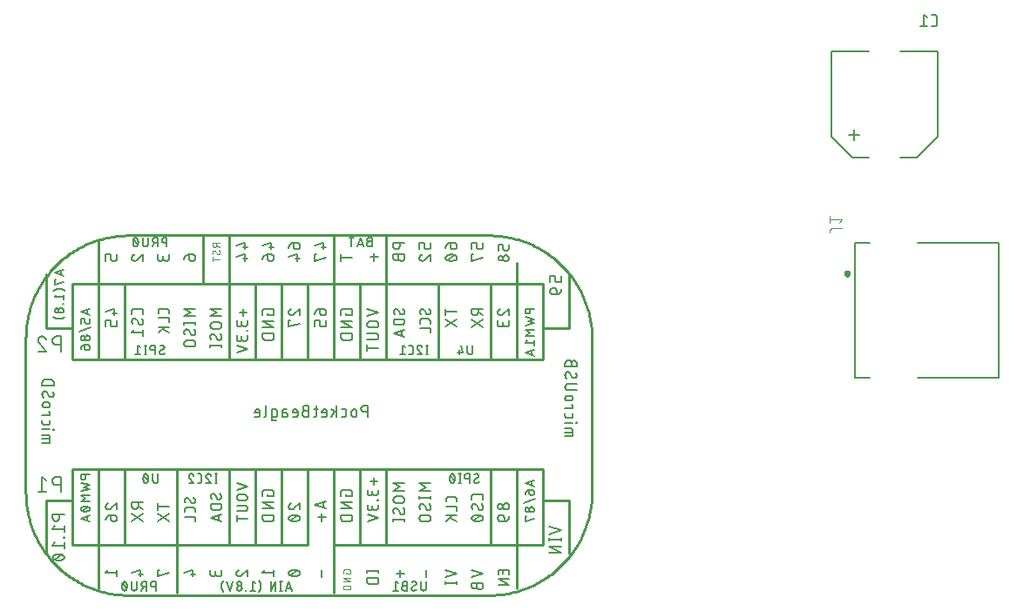
<source format=gbr>
G04 EAGLE Gerber RS-274X export*
G75*
%MOMM*%
%FSLAX34Y34*%
%LPD*%
%INSilkscreen Bottom*%
%IPPOS*%
%AMOC8*
5,1,8,0,0,1.08239X$1,22.5*%
G01*
%ADD10C,0.254000*%
%ADD11C,0.152400*%
%ADD12C,0.127000*%
%ADD13C,0.101600*%
%ADD14C,0.203200*%
%ADD15C,0.300000*%


D10*
X427570Y628130D02*
X777570Y628130D01*
X779986Y628101D01*
X782401Y628013D01*
X784813Y627867D01*
X787221Y627663D01*
X789624Y627401D01*
X792019Y627081D01*
X794406Y626703D01*
X796783Y626267D01*
X799148Y625774D01*
X801502Y625224D01*
X803841Y624618D01*
X806165Y623955D01*
X808472Y623236D01*
X810761Y622461D01*
X813030Y621632D01*
X815279Y620747D01*
X817506Y619809D01*
X819710Y618817D01*
X821889Y617773D01*
X824042Y616676D01*
X826168Y615527D01*
X828266Y614327D01*
X830334Y613077D01*
X832371Y611777D01*
X834376Y610428D01*
X836349Y609032D01*
X838286Y607588D01*
X840189Y606097D01*
X842054Y604562D01*
X843882Y602981D01*
X845672Y601357D01*
X847421Y599690D01*
X849130Y597981D01*
X850797Y596232D01*
X852421Y594442D01*
X854002Y592614D01*
X855537Y590749D01*
X857028Y588846D01*
X858472Y586909D01*
X859868Y584936D01*
X861217Y582931D01*
X862517Y580894D01*
X863767Y578826D01*
X864967Y576728D01*
X866116Y574602D01*
X867213Y572449D01*
X868257Y570270D01*
X869249Y568066D01*
X870187Y565839D01*
X871072Y563590D01*
X871901Y561321D01*
X872676Y559032D01*
X873395Y556725D01*
X874058Y554401D01*
X874664Y552062D01*
X875214Y549708D01*
X875707Y547343D01*
X876143Y544966D01*
X876521Y542579D01*
X876841Y540184D01*
X877103Y537781D01*
X877307Y535373D01*
X877453Y532961D01*
X877541Y530546D01*
X877570Y528130D01*
X877570Y378130D01*
X877541Y375714D01*
X877453Y373299D01*
X877307Y370887D01*
X877103Y368479D01*
X876841Y366076D01*
X876521Y363681D01*
X876143Y361294D01*
X875707Y358917D01*
X875214Y356552D01*
X874664Y354198D01*
X874058Y351859D01*
X873395Y349535D01*
X872676Y347228D01*
X871901Y344939D01*
X871072Y342670D01*
X870187Y340421D01*
X869249Y338194D01*
X868257Y335990D01*
X867213Y333811D01*
X866116Y331658D01*
X864967Y329532D01*
X863767Y327434D01*
X862517Y325366D01*
X861217Y323329D01*
X859868Y321324D01*
X858472Y319351D01*
X857028Y317414D01*
X855537Y315511D01*
X854002Y313646D01*
X852421Y311818D01*
X850797Y310028D01*
X849130Y308279D01*
X847421Y306570D01*
X845672Y304903D01*
X843882Y303279D01*
X842054Y301698D01*
X840189Y300163D01*
X838286Y298672D01*
X836349Y297228D01*
X834376Y295832D01*
X832371Y294483D01*
X830334Y293183D01*
X828266Y291933D01*
X826168Y290733D01*
X824042Y289584D01*
X821889Y288487D01*
X819710Y287443D01*
X817506Y286451D01*
X815279Y285513D01*
X813030Y284628D01*
X810761Y283799D01*
X808472Y283024D01*
X806165Y282305D01*
X803841Y281642D01*
X801502Y281036D01*
X799148Y280486D01*
X796783Y279993D01*
X794406Y279557D01*
X792019Y279179D01*
X789624Y278859D01*
X787221Y278597D01*
X784813Y278393D01*
X782401Y278247D01*
X779986Y278159D01*
X777570Y278130D01*
X427570Y278130D01*
X425154Y278159D01*
X422739Y278247D01*
X420327Y278393D01*
X417919Y278597D01*
X415516Y278859D01*
X413121Y279179D01*
X410734Y279557D01*
X408357Y279993D01*
X405992Y280486D01*
X403638Y281036D01*
X401299Y281642D01*
X398975Y282305D01*
X396668Y283024D01*
X394379Y283799D01*
X392110Y284628D01*
X389861Y285513D01*
X387634Y286451D01*
X385430Y287443D01*
X383251Y288487D01*
X381098Y289584D01*
X378972Y290733D01*
X376874Y291933D01*
X374806Y293183D01*
X372769Y294483D01*
X370764Y295832D01*
X368791Y297228D01*
X366854Y298672D01*
X364951Y300163D01*
X363086Y301698D01*
X361258Y303279D01*
X359468Y304903D01*
X357719Y306570D01*
X356010Y308279D01*
X354343Y310028D01*
X352719Y311818D01*
X351138Y313646D01*
X349603Y315511D01*
X348112Y317414D01*
X346668Y319351D01*
X345272Y321324D01*
X343923Y323329D01*
X342623Y325366D01*
X341373Y327434D01*
X340173Y329532D01*
X339024Y331658D01*
X337927Y333811D01*
X336883Y335990D01*
X335891Y338194D01*
X334953Y340421D01*
X334068Y342670D01*
X333239Y344939D01*
X332464Y347228D01*
X331745Y349535D01*
X331082Y351859D01*
X330476Y354198D01*
X329926Y356552D01*
X329433Y358917D01*
X328997Y361294D01*
X328619Y363681D01*
X328299Y366076D01*
X328037Y368479D01*
X327833Y370887D01*
X327687Y373299D01*
X327599Y375714D01*
X327570Y378130D01*
X327570Y528130D01*
X327599Y530546D01*
X327687Y532961D01*
X327833Y535373D01*
X328037Y537781D01*
X328299Y540184D01*
X328619Y542579D01*
X328997Y544966D01*
X329433Y547343D01*
X329926Y549708D01*
X330476Y552062D01*
X331082Y554401D01*
X331745Y556725D01*
X332464Y559032D01*
X333239Y561321D01*
X334068Y563590D01*
X334953Y565839D01*
X335891Y568066D01*
X336883Y570270D01*
X337927Y572449D01*
X339024Y574602D01*
X340173Y576728D01*
X341373Y578826D01*
X342623Y580894D01*
X343923Y582931D01*
X345272Y584936D01*
X346668Y586909D01*
X348112Y588846D01*
X349603Y590749D01*
X351138Y592614D01*
X352719Y594442D01*
X354343Y596232D01*
X356010Y597981D01*
X357719Y599690D01*
X359468Y601357D01*
X361258Y602981D01*
X363086Y604562D01*
X364951Y606097D01*
X366854Y607588D01*
X368791Y609032D01*
X370764Y610428D01*
X372769Y611777D01*
X374806Y613077D01*
X376874Y614327D01*
X378972Y615527D01*
X381098Y616676D01*
X383251Y617773D01*
X385430Y618817D01*
X387634Y619809D01*
X389861Y620747D01*
X392110Y621632D01*
X394379Y622461D01*
X396668Y623236D01*
X398975Y623955D01*
X401299Y624618D01*
X403638Y625224D01*
X405992Y625774D01*
X408357Y626267D01*
X410734Y626703D01*
X413121Y627081D01*
X415516Y627401D01*
X417919Y627663D01*
X420327Y627867D01*
X422739Y628013D01*
X425154Y628101D01*
X427570Y628130D01*
D11*
X659638Y462788D02*
X659638Y451612D01*
X659638Y462788D02*
X656534Y462788D01*
X656423Y462786D01*
X656313Y462780D01*
X656202Y462770D01*
X656092Y462756D01*
X655983Y462739D01*
X655874Y462717D01*
X655766Y462692D01*
X655660Y462662D01*
X655554Y462629D01*
X655449Y462592D01*
X655346Y462552D01*
X655245Y462507D01*
X655145Y462460D01*
X655046Y462408D01*
X654950Y462353D01*
X654856Y462295D01*
X654764Y462234D01*
X654674Y462169D01*
X654586Y462101D01*
X654501Y462030D01*
X654419Y461956D01*
X654339Y461879D01*
X654262Y461799D01*
X654188Y461717D01*
X654117Y461632D01*
X654049Y461544D01*
X653984Y461454D01*
X653923Y461362D01*
X653865Y461268D01*
X653810Y461172D01*
X653758Y461073D01*
X653711Y460973D01*
X653666Y460872D01*
X653626Y460769D01*
X653589Y460664D01*
X653556Y460558D01*
X653526Y460452D01*
X653501Y460344D01*
X653479Y460235D01*
X653462Y460126D01*
X653448Y460016D01*
X653438Y459905D01*
X653432Y459795D01*
X653430Y459684D01*
X653432Y459573D01*
X653438Y459463D01*
X653448Y459352D01*
X653462Y459242D01*
X653479Y459133D01*
X653501Y459024D01*
X653526Y458916D01*
X653556Y458810D01*
X653589Y458704D01*
X653626Y458599D01*
X653666Y458496D01*
X653711Y458395D01*
X653758Y458295D01*
X653810Y458196D01*
X653865Y458100D01*
X653923Y458006D01*
X653984Y457914D01*
X654049Y457824D01*
X654117Y457736D01*
X654188Y457651D01*
X654262Y457569D01*
X654339Y457489D01*
X654419Y457412D01*
X654501Y457338D01*
X654586Y457267D01*
X654674Y457199D01*
X654764Y457134D01*
X654856Y457073D01*
X654950Y457015D01*
X655046Y456960D01*
X655145Y456908D01*
X655245Y456861D01*
X655346Y456816D01*
X655449Y456776D01*
X655554Y456739D01*
X655660Y456706D01*
X655766Y456676D01*
X655874Y456651D01*
X655983Y456629D01*
X656092Y456612D01*
X656202Y456598D01*
X656313Y456588D01*
X656423Y456582D01*
X656534Y456580D01*
X656534Y456579D02*
X659638Y456579D01*
X648942Y456579D02*
X648942Y454096D01*
X648942Y456579D02*
X648940Y456678D01*
X648934Y456776D01*
X648924Y456875D01*
X648911Y456972D01*
X648893Y457070D01*
X648872Y457166D01*
X648846Y457262D01*
X648817Y457356D01*
X648785Y457449D01*
X648748Y457541D01*
X648708Y457631D01*
X648664Y457720D01*
X648617Y457807D01*
X648567Y457892D01*
X648513Y457974D01*
X648456Y458055D01*
X648396Y458133D01*
X648332Y458209D01*
X648266Y458282D01*
X648197Y458353D01*
X648125Y458421D01*
X648050Y458485D01*
X647973Y458547D01*
X647894Y458606D01*
X647812Y458661D01*
X647728Y458714D01*
X647643Y458762D01*
X647555Y458808D01*
X647465Y458850D01*
X647374Y458888D01*
X647282Y458922D01*
X647188Y458953D01*
X647093Y458980D01*
X646997Y459004D01*
X646900Y459023D01*
X646803Y459039D01*
X646705Y459051D01*
X646606Y459059D01*
X646507Y459063D01*
X646409Y459063D01*
X646310Y459059D01*
X646211Y459051D01*
X646113Y459039D01*
X646016Y459023D01*
X645919Y459004D01*
X645823Y458980D01*
X645728Y458953D01*
X645634Y458922D01*
X645542Y458888D01*
X645451Y458850D01*
X645361Y458808D01*
X645273Y458762D01*
X645188Y458714D01*
X645104Y458661D01*
X645022Y458606D01*
X644943Y458547D01*
X644866Y458485D01*
X644791Y458421D01*
X644719Y458353D01*
X644650Y458282D01*
X644584Y458209D01*
X644520Y458133D01*
X644460Y458055D01*
X644403Y457974D01*
X644349Y457892D01*
X644299Y457807D01*
X644252Y457720D01*
X644208Y457631D01*
X644168Y457541D01*
X644131Y457449D01*
X644099Y457356D01*
X644070Y457262D01*
X644044Y457166D01*
X644023Y457070D01*
X644005Y456972D01*
X643992Y456875D01*
X643982Y456776D01*
X643976Y456678D01*
X643974Y456579D01*
X643975Y456579D02*
X643975Y454096D01*
X643974Y454096D02*
X643976Y453997D01*
X643982Y453899D01*
X643992Y453800D01*
X644005Y453703D01*
X644023Y453605D01*
X644044Y453509D01*
X644070Y453413D01*
X644099Y453319D01*
X644131Y453226D01*
X644168Y453134D01*
X644208Y453044D01*
X644252Y452955D01*
X644299Y452868D01*
X644349Y452783D01*
X644403Y452701D01*
X644460Y452620D01*
X644520Y452542D01*
X644584Y452466D01*
X644650Y452393D01*
X644719Y452322D01*
X644791Y452254D01*
X644866Y452190D01*
X644943Y452128D01*
X645022Y452069D01*
X645104Y452014D01*
X645188Y451961D01*
X645273Y451913D01*
X645361Y451867D01*
X645451Y451825D01*
X645542Y451787D01*
X645634Y451753D01*
X645728Y451722D01*
X645823Y451695D01*
X645919Y451671D01*
X646016Y451652D01*
X646113Y451636D01*
X646211Y451624D01*
X646310Y451616D01*
X646409Y451612D01*
X646507Y451612D01*
X646606Y451616D01*
X646705Y451624D01*
X646803Y451636D01*
X646900Y451652D01*
X646997Y451671D01*
X647093Y451695D01*
X647188Y451722D01*
X647282Y451753D01*
X647374Y451787D01*
X647465Y451825D01*
X647555Y451867D01*
X647643Y451913D01*
X647728Y451961D01*
X647812Y452014D01*
X647894Y452069D01*
X647973Y452128D01*
X648050Y452190D01*
X648125Y452254D01*
X648197Y452322D01*
X648266Y452393D01*
X648332Y452466D01*
X648396Y452542D01*
X648456Y452620D01*
X648513Y452701D01*
X648567Y452783D01*
X648617Y452868D01*
X648664Y452955D01*
X648708Y453044D01*
X648748Y453134D01*
X648785Y453226D01*
X648817Y453319D01*
X648846Y453413D01*
X648872Y453509D01*
X648893Y453605D01*
X648911Y453703D01*
X648924Y453800D01*
X648934Y453899D01*
X648940Y453997D01*
X648942Y454096D01*
X637157Y451612D02*
X634673Y451612D01*
X637157Y451612D02*
X637241Y451614D01*
X637324Y451620D01*
X637407Y451629D01*
X637490Y451642D01*
X637572Y451659D01*
X637653Y451679D01*
X637733Y451703D01*
X637812Y451731D01*
X637889Y451762D01*
X637965Y451796D01*
X638040Y451834D01*
X638113Y451876D01*
X638183Y451920D01*
X638252Y451968D01*
X638319Y452018D01*
X638383Y452072D01*
X638444Y452128D01*
X638504Y452188D01*
X638560Y452249D01*
X638614Y452313D01*
X638664Y452380D01*
X638712Y452449D01*
X638756Y452519D01*
X638798Y452592D01*
X638836Y452667D01*
X638870Y452743D01*
X638901Y452820D01*
X638929Y452899D01*
X638953Y452979D01*
X638973Y453060D01*
X638990Y453142D01*
X639003Y453225D01*
X639013Y453308D01*
X639018Y453391D01*
X639020Y453475D01*
X639019Y453475D02*
X639019Y457200D01*
X639020Y457200D02*
X639018Y457284D01*
X639013Y457367D01*
X639003Y457450D01*
X638990Y457533D01*
X638973Y457615D01*
X638953Y457696D01*
X638929Y457776D01*
X638901Y457855D01*
X638870Y457932D01*
X638836Y458008D01*
X638798Y458083D01*
X638756Y458156D01*
X638712Y458226D01*
X638664Y458295D01*
X638614Y458362D01*
X638560Y458426D01*
X638504Y458487D01*
X638444Y458547D01*
X638383Y458603D01*
X638319Y458657D01*
X638252Y458707D01*
X638183Y458755D01*
X638113Y458799D01*
X638040Y458841D01*
X637965Y458879D01*
X637889Y458913D01*
X637812Y458944D01*
X637733Y458972D01*
X637653Y458996D01*
X637572Y459016D01*
X637490Y459033D01*
X637407Y459046D01*
X637324Y459056D01*
X637241Y459061D01*
X637157Y459063D01*
X634673Y459063D01*
X629723Y462788D02*
X629723Y451612D01*
X629723Y455337D02*
X624755Y459063D01*
X627549Y456890D02*
X624755Y451612D01*
X618504Y451612D02*
X615400Y451612D01*
X618504Y451612D02*
X618588Y451614D01*
X618671Y451620D01*
X618754Y451629D01*
X618837Y451642D01*
X618919Y451659D01*
X619000Y451679D01*
X619080Y451703D01*
X619159Y451731D01*
X619236Y451762D01*
X619312Y451796D01*
X619387Y451834D01*
X619460Y451876D01*
X619530Y451920D01*
X619599Y451968D01*
X619666Y452018D01*
X619730Y452072D01*
X619791Y452128D01*
X619851Y452188D01*
X619907Y452249D01*
X619961Y452313D01*
X620011Y452380D01*
X620059Y452449D01*
X620103Y452519D01*
X620145Y452592D01*
X620183Y452667D01*
X620217Y452743D01*
X620248Y452820D01*
X620276Y452899D01*
X620300Y452979D01*
X620320Y453060D01*
X620337Y453142D01*
X620350Y453225D01*
X620360Y453308D01*
X620365Y453391D01*
X620367Y453475D01*
X620367Y456579D01*
X620365Y456678D01*
X620359Y456776D01*
X620349Y456875D01*
X620336Y456972D01*
X620318Y457070D01*
X620297Y457166D01*
X620271Y457262D01*
X620242Y457356D01*
X620210Y457449D01*
X620173Y457541D01*
X620133Y457631D01*
X620089Y457720D01*
X620042Y457807D01*
X619992Y457892D01*
X619938Y457974D01*
X619881Y458055D01*
X619821Y458133D01*
X619757Y458209D01*
X619691Y458282D01*
X619622Y458353D01*
X619550Y458421D01*
X619475Y458485D01*
X619398Y458547D01*
X619319Y458606D01*
X619237Y458661D01*
X619153Y458714D01*
X619068Y458762D01*
X618980Y458808D01*
X618890Y458850D01*
X618799Y458888D01*
X618707Y458922D01*
X618613Y458953D01*
X618518Y458980D01*
X618422Y459004D01*
X618325Y459023D01*
X618228Y459039D01*
X618130Y459051D01*
X618031Y459059D01*
X617932Y459063D01*
X617834Y459063D01*
X617735Y459059D01*
X617636Y459051D01*
X617538Y459039D01*
X617441Y459023D01*
X617344Y459004D01*
X617248Y458980D01*
X617153Y458953D01*
X617059Y458922D01*
X616967Y458888D01*
X616876Y458850D01*
X616786Y458808D01*
X616698Y458762D01*
X616613Y458714D01*
X616529Y458661D01*
X616447Y458606D01*
X616368Y458547D01*
X616291Y458485D01*
X616216Y458421D01*
X616144Y458353D01*
X616075Y458282D01*
X616009Y458209D01*
X615945Y458133D01*
X615885Y458055D01*
X615828Y457974D01*
X615774Y457892D01*
X615724Y457807D01*
X615677Y457720D01*
X615633Y457631D01*
X615593Y457541D01*
X615556Y457449D01*
X615524Y457356D01*
X615495Y457262D01*
X615469Y457166D01*
X615448Y457070D01*
X615430Y456972D01*
X615417Y456875D01*
X615407Y456776D01*
X615401Y456678D01*
X615399Y456579D01*
X615400Y456579D02*
X615400Y455337D01*
X620367Y455337D01*
X611480Y459063D02*
X607754Y459063D01*
X610238Y462788D02*
X610238Y453475D01*
X610236Y453391D01*
X610230Y453308D01*
X610221Y453225D01*
X610208Y453142D01*
X610191Y453060D01*
X610171Y452979D01*
X610147Y452899D01*
X610119Y452820D01*
X610088Y452743D01*
X610054Y452667D01*
X610016Y452592D01*
X609974Y452519D01*
X609930Y452449D01*
X609882Y452380D01*
X609832Y452313D01*
X609778Y452249D01*
X609722Y452188D01*
X609662Y452128D01*
X609601Y452072D01*
X609537Y452018D01*
X609470Y451968D01*
X609401Y451920D01*
X609331Y451876D01*
X609258Y451834D01*
X609183Y451796D01*
X609107Y451762D01*
X609030Y451731D01*
X608951Y451703D01*
X608871Y451679D01*
X608790Y451659D01*
X608708Y451642D01*
X608625Y451629D01*
X608542Y451619D01*
X608459Y451614D01*
X608375Y451612D01*
X607754Y451612D01*
X602488Y457821D02*
X599384Y457821D01*
X599384Y457820D02*
X599273Y457818D01*
X599163Y457812D01*
X599052Y457802D01*
X598942Y457788D01*
X598833Y457771D01*
X598724Y457749D01*
X598616Y457724D01*
X598510Y457694D01*
X598404Y457661D01*
X598299Y457624D01*
X598196Y457584D01*
X598095Y457539D01*
X597995Y457492D01*
X597896Y457440D01*
X597800Y457385D01*
X597706Y457327D01*
X597614Y457266D01*
X597524Y457201D01*
X597436Y457133D01*
X597351Y457062D01*
X597269Y456988D01*
X597189Y456911D01*
X597112Y456831D01*
X597038Y456749D01*
X596967Y456664D01*
X596899Y456576D01*
X596834Y456486D01*
X596773Y456394D01*
X596715Y456300D01*
X596660Y456204D01*
X596608Y456105D01*
X596561Y456005D01*
X596516Y455904D01*
X596476Y455801D01*
X596439Y455696D01*
X596406Y455590D01*
X596376Y455484D01*
X596351Y455376D01*
X596329Y455267D01*
X596312Y455158D01*
X596298Y455048D01*
X596288Y454937D01*
X596282Y454827D01*
X596280Y454716D01*
X596282Y454605D01*
X596288Y454495D01*
X596298Y454384D01*
X596312Y454274D01*
X596329Y454165D01*
X596351Y454056D01*
X596376Y453948D01*
X596406Y453842D01*
X596439Y453736D01*
X596476Y453631D01*
X596516Y453528D01*
X596561Y453427D01*
X596608Y453327D01*
X596660Y453228D01*
X596715Y453132D01*
X596773Y453038D01*
X596834Y452946D01*
X596899Y452856D01*
X596967Y452768D01*
X597038Y452683D01*
X597112Y452601D01*
X597189Y452521D01*
X597269Y452444D01*
X597351Y452370D01*
X597436Y452299D01*
X597524Y452231D01*
X597614Y452166D01*
X597706Y452105D01*
X597800Y452047D01*
X597896Y451992D01*
X597995Y451940D01*
X598095Y451893D01*
X598196Y451848D01*
X598299Y451808D01*
X598404Y451771D01*
X598510Y451738D01*
X598616Y451708D01*
X598724Y451683D01*
X598833Y451661D01*
X598942Y451644D01*
X599052Y451630D01*
X599163Y451620D01*
X599273Y451614D01*
X599384Y451612D01*
X602488Y451612D01*
X602488Y462788D01*
X599384Y462788D01*
X599285Y462786D01*
X599187Y462780D01*
X599088Y462770D01*
X598991Y462757D01*
X598893Y462739D01*
X598797Y462718D01*
X598701Y462692D01*
X598607Y462663D01*
X598514Y462631D01*
X598422Y462594D01*
X598332Y462554D01*
X598243Y462510D01*
X598156Y462463D01*
X598071Y462413D01*
X597989Y462359D01*
X597908Y462302D01*
X597830Y462242D01*
X597754Y462178D01*
X597681Y462112D01*
X597610Y462043D01*
X597542Y461971D01*
X597478Y461896D01*
X597416Y461819D01*
X597357Y461740D01*
X597302Y461658D01*
X597249Y461574D01*
X597201Y461489D01*
X597155Y461401D01*
X597113Y461311D01*
X597075Y461220D01*
X597041Y461128D01*
X597010Y461034D01*
X596983Y460939D01*
X596959Y460843D01*
X596940Y460746D01*
X596924Y460649D01*
X596912Y460551D01*
X596904Y460452D01*
X596900Y460353D01*
X596900Y460255D01*
X596904Y460156D01*
X596912Y460057D01*
X596924Y459959D01*
X596940Y459862D01*
X596959Y459765D01*
X596983Y459669D01*
X597010Y459574D01*
X597041Y459480D01*
X597075Y459388D01*
X597113Y459297D01*
X597155Y459207D01*
X597201Y459119D01*
X597249Y459034D01*
X597302Y458950D01*
X597357Y458868D01*
X597416Y458789D01*
X597478Y458712D01*
X597542Y458637D01*
X597610Y458565D01*
X597681Y458496D01*
X597754Y458430D01*
X597830Y458366D01*
X597908Y458306D01*
X597989Y458249D01*
X598071Y458195D01*
X598156Y458145D01*
X598243Y458098D01*
X598332Y458054D01*
X598422Y458014D01*
X598514Y457977D01*
X598607Y457945D01*
X598701Y457916D01*
X598797Y457890D01*
X598893Y457869D01*
X598991Y457851D01*
X599088Y457838D01*
X599187Y457828D01*
X599285Y457822D01*
X599384Y457820D01*
X589929Y451612D02*
X586825Y451612D01*
X589929Y451612D02*
X590013Y451614D01*
X590096Y451620D01*
X590179Y451629D01*
X590262Y451642D01*
X590344Y451659D01*
X590425Y451679D01*
X590505Y451703D01*
X590584Y451731D01*
X590661Y451762D01*
X590737Y451796D01*
X590812Y451834D01*
X590885Y451876D01*
X590955Y451920D01*
X591024Y451968D01*
X591091Y452018D01*
X591155Y452072D01*
X591216Y452128D01*
X591276Y452188D01*
X591332Y452249D01*
X591386Y452313D01*
X591436Y452380D01*
X591484Y452449D01*
X591528Y452519D01*
X591570Y452592D01*
X591608Y452667D01*
X591642Y452743D01*
X591673Y452820D01*
X591701Y452899D01*
X591725Y452979D01*
X591745Y453060D01*
X591762Y453142D01*
X591775Y453225D01*
X591785Y453308D01*
X591790Y453391D01*
X591792Y453475D01*
X591792Y456579D01*
X591790Y456678D01*
X591784Y456776D01*
X591774Y456875D01*
X591761Y456972D01*
X591743Y457070D01*
X591722Y457166D01*
X591696Y457262D01*
X591667Y457356D01*
X591635Y457449D01*
X591598Y457541D01*
X591558Y457631D01*
X591514Y457720D01*
X591467Y457807D01*
X591417Y457892D01*
X591363Y457974D01*
X591306Y458055D01*
X591246Y458133D01*
X591182Y458209D01*
X591116Y458282D01*
X591047Y458353D01*
X590975Y458421D01*
X590900Y458485D01*
X590823Y458547D01*
X590744Y458606D01*
X590662Y458661D01*
X590578Y458714D01*
X590493Y458762D01*
X590405Y458808D01*
X590315Y458850D01*
X590224Y458888D01*
X590132Y458922D01*
X590038Y458953D01*
X589943Y458980D01*
X589847Y459004D01*
X589750Y459023D01*
X589653Y459039D01*
X589555Y459051D01*
X589456Y459059D01*
X589357Y459063D01*
X589259Y459063D01*
X589160Y459059D01*
X589061Y459051D01*
X588963Y459039D01*
X588866Y459023D01*
X588769Y459004D01*
X588673Y458980D01*
X588578Y458953D01*
X588484Y458922D01*
X588392Y458888D01*
X588301Y458850D01*
X588211Y458808D01*
X588123Y458762D01*
X588038Y458714D01*
X587954Y458661D01*
X587872Y458606D01*
X587793Y458547D01*
X587716Y458485D01*
X587641Y458421D01*
X587569Y458353D01*
X587500Y458282D01*
X587434Y458209D01*
X587370Y458133D01*
X587310Y458055D01*
X587253Y457974D01*
X587199Y457892D01*
X587149Y457807D01*
X587102Y457720D01*
X587058Y457631D01*
X587018Y457541D01*
X586981Y457449D01*
X586949Y457356D01*
X586920Y457262D01*
X586894Y457166D01*
X586873Y457070D01*
X586855Y456972D01*
X586842Y456875D01*
X586832Y456776D01*
X586826Y456678D01*
X586824Y456579D01*
X586825Y456579D02*
X586825Y455337D01*
X591792Y455337D01*
X579787Y455958D02*
X576993Y455958D01*
X579787Y455958D02*
X579879Y455956D01*
X579971Y455950D01*
X580063Y455940D01*
X580154Y455927D01*
X580245Y455909D01*
X580335Y455888D01*
X580423Y455863D01*
X580511Y455834D01*
X580597Y455801D01*
X580682Y455765D01*
X580765Y455725D01*
X580847Y455682D01*
X580926Y455635D01*
X581004Y455585D01*
X581079Y455532D01*
X581152Y455476D01*
X581223Y455416D01*
X581291Y455354D01*
X581356Y455289D01*
X581418Y455221D01*
X581478Y455150D01*
X581534Y455077D01*
X581587Y455002D01*
X581637Y454924D01*
X581684Y454845D01*
X581727Y454763D01*
X581767Y454680D01*
X581803Y454595D01*
X581836Y454509D01*
X581865Y454421D01*
X581890Y454333D01*
X581911Y454243D01*
X581929Y454152D01*
X581942Y454061D01*
X581952Y453969D01*
X581958Y453877D01*
X581960Y453785D01*
X581958Y453693D01*
X581952Y453601D01*
X581942Y453509D01*
X581929Y453418D01*
X581911Y453327D01*
X581890Y453237D01*
X581865Y453149D01*
X581836Y453061D01*
X581803Y452975D01*
X581767Y452890D01*
X581727Y452807D01*
X581684Y452725D01*
X581637Y452646D01*
X581587Y452568D01*
X581534Y452493D01*
X581478Y452420D01*
X581418Y452349D01*
X581356Y452281D01*
X581291Y452216D01*
X581223Y452154D01*
X581152Y452094D01*
X581079Y452038D01*
X581004Y451985D01*
X580926Y451935D01*
X580847Y451888D01*
X580765Y451845D01*
X580682Y451805D01*
X580597Y451769D01*
X580511Y451736D01*
X580423Y451707D01*
X580335Y451682D01*
X580245Y451661D01*
X580154Y451643D01*
X580063Y451630D01*
X579971Y451620D01*
X579879Y451614D01*
X579787Y451612D01*
X576993Y451612D01*
X576993Y457200D01*
X576992Y457200D02*
X576994Y457284D01*
X577000Y457367D01*
X577009Y457450D01*
X577022Y457533D01*
X577039Y457615D01*
X577059Y457696D01*
X577083Y457776D01*
X577111Y457855D01*
X577142Y457932D01*
X577176Y458008D01*
X577214Y458083D01*
X577256Y458156D01*
X577300Y458226D01*
X577348Y458295D01*
X577398Y458362D01*
X577452Y458426D01*
X577508Y458487D01*
X577568Y458547D01*
X577629Y458603D01*
X577693Y458657D01*
X577760Y458707D01*
X577829Y458755D01*
X577899Y458799D01*
X577972Y458841D01*
X578047Y458879D01*
X578123Y458913D01*
X578200Y458944D01*
X578279Y458972D01*
X578359Y458996D01*
X578440Y459016D01*
X578522Y459033D01*
X578605Y459046D01*
X578688Y459056D01*
X578771Y459061D01*
X578855Y459063D01*
X581339Y459063D01*
X569810Y451612D02*
X566706Y451612D01*
X569810Y451612D02*
X569894Y451614D01*
X569977Y451620D01*
X570060Y451629D01*
X570143Y451642D01*
X570225Y451659D01*
X570306Y451679D01*
X570386Y451703D01*
X570465Y451731D01*
X570542Y451762D01*
X570618Y451796D01*
X570693Y451834D01*
X570766Y451876D01*
X570836Y451920D01*
X570905Y451968D01*
X570972Y452018D01*
X571036Y452072D01*
X571097Y452128D01*
X571157Y452188D01*
X571213Y452249D01*
X571267Y452313D01*
X571317Y452380D01*
X571365Y452449D01*
X571409Y452519D01*
X571451Y452592D01*
X571489Y452667D01*
X571523Y452743D01*
X571554Y452820D01*
X571582Y452899D01*
X571606Y452979D01*
X571626Y453060D01*
X571643Y453142D01*
X571656Y453225D01*
X571666Y453308D01*
X571671Y453391D01*
X571673Y453475D01*
X571673Y457200D01*
X571671Y457284D01*
X571666Y457367D01*
X571656Y457450D01*
X571643Y457533D01*
X571626Y457615D01*
X571606Y457696D01*
X571582Y457776D01*
X571554Y457855D01*
X571523Y457932D01*
X571489Y458008D01*
X571451Y458083D01*
X571409Y458156D01*
X571365Y458226D01*
X571317Y458295D01*
X571267Y458362D01*
X571213Y458426D01*
X571157Y458487D01*
X571097Y458547D01*
X571036Y458603D01*
X570972Y458657D01*
X570905Y458707D01*
X570836Y458755D01*
X570766Y458799D01*
X570693Y458841D01*
X570618Y458879D01*
X570542Y458913D01*
X570465Y458944D01*
X570386Y458972D01*
X570306Y458996D01*
X570225Y459016D01*
X570143Y459033D01*
X570060Y459046D01*
X569977Y459056D01*
X569894Y459061D01*
X569810Y459063D01*
X566706Y459063D01*
X566706Y449749D01*
X566705Y449749D02*
X566707Y449665D01*
X566712Y449582D01*
X566722Y449499D01*
X566735Y449416D01*
X566752Y449334D01*
X566772Y449253D01*
X566796Y449173D01*
X566824Y449094D01*
X566855Y449017D01*
X566889Y448941D01*
X566927Y448866D01*
X566969Y448793D01*
X567013Y448723D01*
X567061Y448654D01*
X567111Y448587D01*
X567165Y448523D01*
X567221Y448462D01*
X567281Y448402D01*
X567342Y448346D01*
X567406Y448292D01*
X567473Y448242D01*
X567542Y448194D01*
X567612Y448150D01*
X567685Y448108D01*
X567760Y448070D01*
X567836Y448036D01*
X567913Y448005D01*
X567992Y447977D01*
X568072Y447953D01*
X568153Y447933D01*
X568235Y447916D01*
X568318Y447903D01*
X568401Y447893D01*
X568484Y447888D01*
X568568Y447886D01*
X568568Y447887D02*
X571052Y447887D01*
X561220Y453475D02*
X561220Y462788D01*
X561221Y453475D02*
X561219Y453389D01*
X561213Y453303D01*
X561203Y453218D01*
X561189Y453133D01*
X561172Y453048D01*
X561150Y452965D01*
X561124Y452883D01*
X561095Y452802D01*
X561062Y452723D01*
X561026Y452645D01*
X560986Y452568D01*
X560942Y452494D01*
X560895Y452422D01*
X560845Y452352D01*
X560791Y452285D01*
X560735Y452220D01*
X560675Y452158D01*
X560613Y452098D01*
X560548Y452042D01*
X560481Y451988D01*
X560411Y451938D01*
X560339Y451891D01*
X560265Y451847D01*
X560188Y451807D01*
X560111Y451771D01*
X560031Y451738D01*
X559950Y451709D01*
X559868Y451683D01*
X559785Y451661D01*
X559700Y451644D01*
X559615Y451630D01*
X559530Y451620D01*
X559444Y451614D01*
X559358Y451612D01*
X553353Y451612D02*
X550249Y451612D01*
X553353Y451612D02*
X553437Y451614D01*
X553520Y451620D01*
X553603Y451629D01*
X553686Y451642D01*
X553768Y451659D01*
X553849Y451679D01*
X553929Y451703D01*
X554008Y451731D01*
X554085Y451762D01*
X554161Y451796D01*
X554236Y451834D01*
X554309Y451876D01*
X554379Y451920D01*
X554448Y451968D01*
X554515Y452018D01*
X554579Y452072D01*
X554640Y452128D01*
X554700Y452188D01*
X554756Y452249D01*
X554810Y452313D01*
X554860Y452380D01*
X554908Y452449D01*
X554952Y452519D01*
X554994Y452592D01*
X555032Y452667D01*
X555066Y452743D01*
X555097Y452820D01*
X555125Y452899D01*
X555149Y452979D01*
X555169Y453060D01*
X555186Y453142D01*
X555199Y453225D01*
X555209Y453308D01*
X555214Y453391D01*
X555216Y453475D01*
X555216Y456579D01*
X555217Y456579D02*
X555215Y456678D01*
X555209Y456776D01*
X555199Y456875D01*
X555186Y456972D01*
X555168Y457070D01*
X555147Y457166D01*
X555121Y457262D01*
X555092Y457356D01*
X555060Y457449D01*
X555023Y457541D01*
X554983Y457631D01*
X554939Y457720D01*
X554892Y457807D01*
X554842Y457892D01*
X554788Y457974D01*
X554731Y458055D01*
X554671Y458133D01*
X554607Y458209D01*
X554541Y458282D01*
X554472Y458353D01*
X554400Y458421D01*
X554325Y458485D01*
X554248Y458547D01*
X554169Y458606D01*
X554087Y458661D01*
X554003Y458714D01*
X553918Y458762D01*
X553830Y458808D01*
X553740Y458850D01*
X553649Y458888D01*
X553557Y458922D01*
X553463Y458953D01*
X553368Y458980D01*
X553272Y459004D01*
X553175Y459023D01*
X553078Y459039D01*
X552980Y459051D01*
X552881Y459059D01*
X552782Y459063D01*
X552684Y459063D01*
X552585Y459059D01*
X552486Y459051D01*
X552388Y459039D01*
X552291Y459023D01*
X552194Y459004D01*
X552098Y458980D01*
X552003Y458953D01*
X551909Y458922D01*
X551817Y458888D01*
X551726Y458850D01*
X551636Y458808D01*
X551548Y458762D01*
X551463Y458714D01*
X551379Y458661D01*
X551297Y458606D01*
X551218Y458547D01*
X551141Y458485D01*
X551066Y458421D01*
X550994Y458353D01*
X550925Y458282D01*
X550859Y458209D01*
X550795Y458133D01*
X550735Y458055D01*
X550678Y457974D01*
X550624Y457892D01*
X550574Y457807D01*
X550527Y457720D01*
X550483Y457631D01*
X550443Y457541D01*
X550406Y457449D01*
X550374Y457356D01*
X550345Y457262D01*
X550319Y457166D01*
X550298Y457070D01*
X550280Y456972D01*
X550267Y456875D01*
X550257Y456776D01*
X550251Y456678D01*
X550249Y456579D01*
X550249Y455337D01*
X555216Y455337D01*
X851662Y432851D02*
X859113Y432851D01*
X859113Y438439D01*
X859111Y438523D01*
X859106Y438606D01*
X859096Y438689D01*
X859083Y438772D01*
X859066Y438854D01*
X859046Y438935D01*
X859022Y439015D01*
X858994Y439094D01*
X858963Y439171D01*
X858929Y439247D01*
X858891Y439322D01*
X858849Y439395D01*
X858805Y439465D01*
X858757Y439534D01*
X858707Y439601D01*
X858653Y439665D01*
X858597Y439726D01*
X858537Y439786D01*
X858476Y439842D01*
X858412Y439896D01*
X858345Y439946D01*
X858276Y439994D01*
X858206Y440038D01*
X858133Y440080D01*
X858058Y440118D01*
X857982Y440152D01*
X857905Y440183D01*
X857826Y440211D01*
X857746Y440235D01*
X857665Y440255D01*
X857583Y440272D01*
X857500Y440285D01*
X857417Y440295D01*
X857334Y440300D01*
X857250Y440302D01*
X851662Y440302D01*
X851662Y436577D02*
X859113Y436577D01*
X859113Y445721D02*
X851662Y445721D01*
X862217Y445410D02*
X862838Y445410D01*
X862838Y446031D01*
X862217Y446031D01*
X862217Y445410D01*
X851662Y452355D02*
X851662Y454839D01*
X851662Y452355D02*
X851664Y452271D01*
X851669Y452188D01*
X851679Y452105D01*
X851692Y452022D01*
X851709Y451940D01*
X851729Y451859D01*
X851753Y451779D01*
X851781Y451700D01*
X851812Y451623D01*
X851846Y451547D01*
X851884Y451472D01*
X851926Y451399D01*
X851970Y451329D01*
X852018Y451260D01*
X852068Y451193D01*
X852122Y451129D01*
X852178Y451068D01*
X852238Y451008D01*
X852299Y450952D01*
X852363Y450898D01*
X852430Y450848D01*
X852499Y450800D01*
X852569Y450756D01*
X852642Y450714D01*
X852717Y450676D01*
X852793Y450642D01*
X852870Y450611D01*
X852949Y450583D01*
X853029Y450559D01*
X853110Y450539D01*
X853192Y450522D01*
X853275Y450509D01*
X853358Y450499D01*
X853441Y450494D01*
X853525Y450492D01*
X853525Y450493D02*
X857250Y450493D01*
X857250Y450492D02*
X857334Y450494D01*
X857417Y450500D01*
X857500Y450509D01*
X857583Y450522D01*
X857665Y450539D01*
X857746Y450559D01*
X857826Y450583D01*
X857905Y450611D01*
X857982Y450642D01*
X858058Y450676D01*
X858133Y450714D01*
X858206Y450756D01*
X858276Y450800D01*
X858345Y450848D01*
X858412Y450898D01*
X858476Y450952D01*
X858537Y451008D01*
X858597Y451068D01*
X858653Y451129D01*
X858707Y451193D01*
X858757Y451260D01*
X858805Y451329D01*
X858849Y451399D01*
X858891Y451472D01*
X858929Y451547D01*
X858963Y451623D01*
X858994Y451700D01*
X859022Y451779D01*
X859046Y451859D01*
X859066Y451940D01*
X859083Y452022D01*
X859096Y452105D01*
X859106Y452188D01*
X859111Y452271D01*
X859113Y452355D01*
X859113Y454839D01*
X859113Y459703D02*
X851662Y459703D01*
X859113Y459703D02*
X859113Y463428D01*
X857871Y463428D01*
X856629Y467240D02*
X854146Y467240D01*
X856629Y467240D02*
X856728Y467242D01*
X856826Y467248D01*
X856925Y467258D01*
X857022Y467271D01*
X857120Y467289D01*
X857216Y467310D01*
X857312Y467336D01*
X857406Y467365D01*
X857499Y467397D01*
X857591Y467434D01*
X857681Y467474D01*
X857770Y467518D01*
X857857Y467565D01*
X857942Y467615D01*
X858024Y467669D01*
X858105Y467726D01*
X858183Y467786D01*
X858259Y467850D01*
X858332Y467916D01*
X858403Y467985D01*
X858471Y468057D01*
X858535Y468132D01*
X858597Y468209D01*
X858656Y468288D01*
X858711Y468370D01*
X858764Y468454D01*
X858812Y468539D01*
X858858Y468627D01*
X858900Y468717D01*
X858938Y468808D01*
X858972Y468900D01*
X859003Y468994D01*
X859030Y469089D01*
X859054Y469185D01*
X859073Y469282D01*
X859089Y469379D01*
X859101Y469477D01*
X859109Y469576D01*
X859113Y469675D01*
X859113Y469773D01*
X859109Y469872D01*
X859101Y469971D01*
X859089Y470069D01*
X859073Y470166D01*
X859054Y470263D01*
X859030Y470359D01*
X859003Y470454D01*
X858972Y470548D01*
X858938Y470640D01*
X858900Y470731D01*
X858858Y470821D01*
X858812Y470909D01*
X858764Y470994D01*
X858711Y471078D01*
X858656Y471160D01*
X858597Y471239D01*
X858535Y471316D01*
X858471Y471391D01*
X858403Y471463D01*
X858332Y471532D01*
X858259Y471598D01*
X858183Y471662D01*
X858105Y471722D01*
X858024Y471779D01*
X857942Y471833D01*
X857857Y471883D01*
X857770Y471930D01*
X857681Y471974D01*
X857591Y472014D01*
X857499Y472051D01*
X857406Y472083D01*
X857312Y472112D01*
X857216Y472138D01*
X857120Y472159D01*
X857022Y472177D01*
X856925Y472190D01*
X856826Y472200D01*
X856728Y472206D01*
X856629Y472208D01*
X856629Y472207D02*
X854146Y472207D01*
X854146Y472208D02*
X854047Y472206D01*
X853949Y472200D01*
X853850Y472190D01*
X853753Y472177D01*
X853655Y472159D01*
X853559Y472138D01*
X853463Y472112D01*
X853369Y472083D01*
X853276Y472051D01*
X853184Y472014D01*
X853094Y471974D01*
X853005Y471930D01*
X852918Y471883D01*
X852833Y471833D01*
X852751Y471779D01*
X852670Y471722D01*
X852592Y471662D01*
X852516Y471598D01*
X852443Y471532D01*
X852372Y471463D01*
X852304Y471391D01*
X852240Y471316D01*
X852178Y471239D01*
X852119Y471160D01*
X852064Y471078D01*
X852011Y470994D01*
X851963Y470909D01*
X851917Y470821D01*
X851875Y470731D01*
X851837Y470640D01*
X851803Y470548D01*
X851772Y470454D01*
X851745Y470359D01*
X851721Y470263D01*
X851702Y470166D01*
X851686Y470069D01*
X851674Y469971D01*
X851666Y469872D01*
X851662Y469773D01*
X851662Y469675D01*
X851666Y469576D01*
X851674Y469477D01*
X851686Y469379D01*
X851702Y469282D01*
X851721Y469185D01*
X851745Y469089D01*
X851772Y468994D01*
X851803Y468900D01*
X851837Y468808D01*
X851875Y468717D01*
X851917Y468627D01*
X851963Y468539D01*
X852011Y468454D01*
X852064Y468370D01*
X852119Y468288D01*
X852178Y468209D01*
X852240Y468132D01*
X852304Y468057D01*
X852372Y467985D01*
X852443Y467916D01*
X852516Y467850D01*
X852592Y467786D01*
X852670Y467726D01*
X852751Y467669D01*
X852833Y467615D01*
X852918Y467565D01*
X853005Y467518D01*
X853094Y467474D01*
X853184Y467434D01*
X853276Y467397D01*
X853369Y467365D01*
X853463Y467336D01*
X853559Y467310D01*
X853655Y467289D01*
X853753Y467271D01*
X853850Y467258D01*
X853949Y467248D01*
X854047Y467242D01*
X854146Y467240D01*
X854766Y477668D02*
X862838Y477668D01*
X854766Y477669D02*
X854655Y477671D01*
X854545Y477677D01*
X854434Y477687D01*
X854324Y477701D01*
X854215Y477718D01*
X854106Y477740D01*
X853998Y477765D01*
X853892Y477795D01*
X853786Y477828D01*
X853681Y477865D01*
X853578Y477905D01*
X853477Y477950D01*
X853377Y477997D01*
X853278Y478049D01*
X853182Y478104D01*
X853088Y478162D01*
X852996Y478223D01*
X852906Y478288D01*
X852818Y478356D01*
X852733Y478427D01*
X852651Y478501D01*
X852571Y478578D01*
X852494Y478658D01*
X852420Y478740D01*
X852349Y478825D01*
X852281Y478913D01*
X852216Y479003D01*
X852155Y479095D01*
X852097Y479189D01*
X852042Y479285D01*
X851990Y479384D01*
X851943Y479484D01*
X851898Y479585D01*
X851858Y479688D01*
X851821Y479793D01*
X851788Y479899D01*
X851758Y480005D01*
X851733Y480113D01*
X851711Y480222D01*
X851694Y480331D01*
X851680Y480441D01*
X851670Y480552D01*
X851664Y480662D01*
X851662Y480773D01*
X851664Y480884D01*
X851670Y480994D01*
X851680Y481105D01*
X851694Y481215D01*
X851711Y481324D01*
X851733Y481433D01*
X851758Y481541D01*
X851788Y481647D01*
X851821Y481753D01*
X851858Y481858D01*
X851898Y481961D01*
X851943Y482062D01*
X851990Y482162D01*
X852042Y482261D01*
X852097Y482357D01*
X852155Y482451D01*
X852216Y482543D01*
X852281Y482633D01*
X852349Y482721D01*
X852420Y482806D01*
X852494Y482888D01*
X852571Y482968D01*
X852651Y483045D01*
X852733Y483119D01*
X852818Y483190D01*
X852906Y483258D01*
X852996Y483323D01*
X853088Y483384D01*
X853182Y483442D01*
X853278Y483497D01*
X853377Y483549D01*
X853477Y483596D01*
X853578Y483641D01*
X853681Y483681D01*
X853786Y483718D01*
X853892Y483751D01*
X853998Y483781D01*
X854106Y483806D01*
X854215Y483828D01*
X854324Y483845D01*
X854434Y483859D01*
X854545Y483869D01*
X854655Y483875D01*
X854766Y483877D01*
X862838Y483877D01*
X851662Y492823D02*
X851664Y492921D01*
X851670Y493018D01*
X851679Y493115D01*
X851693Y493212D01*
X851710Y493308D01*
X851731Y493403D01*
X851755Y493497D01*
X851784Y493591D01*
X851816Y493683D01*
X851851Y493774D01*
X851890Y493863D01*
X851933Y493951D01*
X851979Y494037D01*
X852028Y494121D01*
X852081Y494203D01*
X852136Y494283D01*
X852195Y494361D01*
X852257Y494436D01*
X852322Y494509D01*
X852390Y494579D01*
X852460Y494647D01*
X852533Y494712D01*
X852608Y494774D01*
X852686Y494833D01*
X852766Y494888D01*
X852848Y494941D01*
X852932Y494990D01*
X853018Y495036D01*
X853106Y495079D01*
X853195Y495118D01*
X853286Y495153D01*
X853378Y495185D01*
X853472Y495214D01*
X853566Y495238D01*
X853661Y495259D01*
X853757Y495276D01*
X853854Y495290D01*
X853951Y495299D01*
X854048Y495305D01*
X854146Y495307D01*
X851662Y492823D02*
X851664Y492680D01*
X851670Y492537D01*
X851679Y492395D01*
X851693Y492253D01*
X851711Y492111D01*
X851732Y491970D01*
X851757Y491829D01*
X851786Y491689D01*
X851819Y491550D01*
X851855Y491412D01*
X851896Y491275D01*
X851940Y491139D01*
X851987Y491005D01*
X852039Y490871D01*
X852093Y490740D01*
X852152Y490609D01*
X852214Y490481D01*
X852279Y490354D01*
X852348Y490229D01*
X852421Y490105D01*
X852496Y489984D01*
X852575Y489865D01*
X852657Y489748D01*
X852743Y489634D01*
X852831Y489522D01*
X852922Y489412D01*
X853017Y489305D01*
X853114Y489200D01*
X853214Y489098D01*
X860354Y489408D02*
X860452Y489410D01*
X860549Y489416D01*
X860646Y489425D01*
X860743Y489439D01*
X860839Y489456D01*
X860934Y489477D01*
X861028Y489501D01*
X861122Y489530D01*
X861214Y489562D01*
X861305Y489597D01*
X861394Y489636D01*
X861482Y489679D01*
X861568Y489725D01*
X861652Y489774D01*
X861734Y489827D01*
X861814Y489882D01*
X861892Y489941D01*
X861967Y490003D01*
X862040Y490068D01*
X862110Y490136D01*
X862178Y490206D01*
X862243Y490279D01*
X862305Y490354D01*
X862364Y490432D01*
X862419Y490512D01*
X862472Y490594D01*
X862521Y490678D01*
X862567Y490764D01*
X862610Y490852D01*
X862649Y490941D01*
X862684Y491032D01*
X862716Y491124D01*
X862745Y491218D01*
X862769Y491312D01*
X862790Y491407D01*
X862807Y491503D01*
X862821Y491600D01*
X862830Y491697D01*
X862836Y491794D01*
X862838Y491892D01*
X862836Y492022D01*
X862831Y492152D01*
X862822Y492282D01*
X862809Y492412D01*
X862793Y492541D01*
X862773Y492670D01*
X862749Y492798D01*
X862722Y492926D01*
X862691Y493052D01*
X862657Y493178D01*
X862619Y493303D01*
X862578Y493426D01*
X862533Y493549D01*
X862485Y493670D01*
X862434Y493790D01*
X862379Y493908D01*
X862321Y494024D01*
X862260Y494139D01*
X862195Y494253D01*
X862128Y494364D01*
X862057Y494473D01*
X861983Y494581D01*
X861907Y494686D01*
X858181Y490651D02*
X858232Y490568D01*
X858286Y490487D01*
X858343Y490409D01*
X858403Y490333D01*
X858466Y490259D01*
X858532Y490188D01*
X858600Y490119D01*
X858671Y490053D01*
X858744Y489989D01*
X858820Y489929D01*
X858898Y489872D01*
X858979Y489817D01*
X859061Y489766D01*
X859145Y489718D01*
X859231Y489673D01*
X859319Y489631D01*
X859408Y489593D01*
X859498Y489559D01*
X859590Y489527D01*
X859683Y489500D01*
X859777Y489476D01*
X859872Y489455D01*
X859968Y489439D01*
X860064Y489426D01*
X860160Y489416D01*
X860257Y489411D01*
X860354Y489409D01*
X856319Y494065D02*
X856268Y494148D01*
X856214Y494229D01*
X856157Y494307D01*
X856097Y494383D01*
X856034Y494457D01*
X855968Y494528D01*
X855900Y494597D01*
X855829Y494663D01*
X855756Y494727D01*
X855680Y494787D01*
X855602Y494844D01*
X855521Y494899D01*
X855439Y494950D01*
X855355Y494998D01*
X855269Y495043D01*
X855181Y495085D01*
X855092Y495123D01*
X855002Y495157D01*
X854910Y495189D01*
X854817Y495216D01*
X854723Y495240D01*
X854628Y495261D01*
X854532Y495277D01*
X854436Y495290D01*
X854340Y495300D01*
X854243Y495305D01*
X854146Y495307D01*
X856319Y494065D02*
X858181Y490650D01*
X857871Y500740D02*
X857871Y503844D01*
X857870Y503844D02*
X857868Y503955D01*
X857862Y504065D01*
X857852Y504176D01*
X857838Y504286D01*
X857821Y504395D01*
X857799Y504504D01*
X857774Y504612D01*
X857744Y504718D01*
X857711Y504824D01*
X857674Y504929D01*
X857634Y505032D01*
X857589Y505133D01*
X857542Y505233D01*
X857490Y505332D01*
X857435Y505428D01*
X857377Y505522D01*
X857316Y505614D01*
X857251Y505704D01*
X857183Y505792D01*
X857112Y505877D01*
X857038Y505959D01*
X856961Y506039D01*
X856881Y506116D01*
X856799Y506190D01*
X856714Y506261D01*
X856626Y506329D01*
X856536Y506394D01*
X856444Y506455D01*
X856350Y506513D01*
X856254Y506568D01*
X856155Y506620D01*
X856055Y506667D01*
X855954Y506712D01*
X855851Y506752D01*
X855746Y506789D01*
X855640Y506822D01*
X855534Y506852D01*
X855426Y506877D01*
X855317Y506899D01*
X855208Y506916D01*
X855098Y506930D01*
X854987Y506940D01*
X854877Y506946D01*
X854766Y506948D01*
X854655Y506946D01*
X854545Y506940D01*
X854434Y506930D01*
X854324Y506916D01*
X854215Y506899D01*
X854106Y506877D01*
X853998Y506852D01*
X853892Y506822D01*
X853786Y506789D01*
X853681Y506752D01*
X853578Y506712D01*
X853477Y506667D01*
X853377Y506620D01*
X853278Y506568D01*
X853182Y506513D01*
X853088Y506455D01*
X852996Y506394D01*
X852906Y506329D01*
X852818Y506261D01*
X852733Y506190D01*
X852651Y506116D01*
X852571Y506039D01*
X852494Y505959D01*
X852420Y505877D01*
X852349Y505792D01*
X852281Y505704D01*
X852216Y505614D01*
X852155Y505522D01*
X852097Y505428D01*
X852042Y505332D01*
X851990Y505233D01*
X851943Y505133D01*
X851898Y505032D01*
X851858Y504929D01*
X851821Y504824D01*
X851788Y504718D01*
X851758Y504612D01*
X851733Y504504D01*
X851711Y504395D01*
X851694Y504286D01*
X851680Y504176D01*
X851670Y504065D01*
X851664Y503955D01*
X851662Y503844D01*
X851662Y500740D01*
X862838Y500740D01*
X862838Y503844D01*
X862836Y503943D01*
X862830Y504041D01*
X862820Y504140D01*
X862807Y504237D01*
X862789Y504335D01*
X862768Y504431D01*
X862742Y504527D01*
X862713Y504621D01*
X862681Y504714D01*
X862644Y504806D01*
X862604Y504896D01*
X862560Y504985D01*
X862513Y505072D01*
X862463Y505157D01*
X862409Y505239D01*
X862352Y505320D01*
X862292Y505398D01*
X862228Y505474D01*
X862162Y505547D01*
X862093Y505618D01*
X862021Y505686D01*
X861946Y505750D01*
X861869Y505812D01*
X861790Y505871D01*
X861708Y505926D01*
X861624Y505979D01*
X861539Y506027D01*
X861451Y506073D01*
X861361Y506115D01*
X861270Y506153D01*
X861178Y506187D01*
X861084Y506218D01*
X860989Y506245D01*
X860893Y506269D01*
X860796Y506288D01*
X860699Y506304D01*
X860601Y506316D01*
X860502Y506324D01*
X860403Y506328D01*
X860305Y506328D01*
X860206Y506324D01*
X860107Y506316D01*
X860009Y506304D01*
X859912Y506288D01*
X859815Y506269D01*
X859719Y506245D01*
X859624Y506218D01*
X859530Y506187D01*
X859438Y506153D01*
X859347Y506115D01*
X859257Y506073D01*
X859169Y506027D01*
X859084Y505979D01*
X859000Y505926D01*
X858918Y505871D01*
X858839Y505812D01*
X858762Y505750D01*
X858687Y505686D01*
X858615Y505618D01*
X858546Y505547D01*
X858480Y505474D01*
X858416Y505398D01*
X858356Y505320D01*
X858299Y505239D01*
X858245Y505157D01*
X858195Y505072D01*
X858148Y504985D01*
X858104Y504896D01*
X858064Y504806D01*
X858027Y504714D01*
X857995Y504621D01*
X857966Y504527D01*
X857940Y504431D01*
X857919Y504335D01*
X857901Y504237D01*
X857888Y504140D01*
X857878Y504041D01*
X857872Y503943D01*
X857870Y503844D01*
X351113Y426353D02*
X343662Y426353D01*
X351113Y426353D02*
X351113Y431941D01*
X351111Y432025D01*
X351106Y432108D01*
X351096Y432191D01*
X351083Y432274D01*
X351066Y432356D01*
X351046Y432437D01*
X351022Y432517D01*
X350994Y432596D01*
X350963Y432673D01*
X350929Y432749D01*
X350891Y432824D01*
X350849Y432897D01*
X350805Y432967D01*
X350757Y433036D01*
X350707Y433103D01*
X350653Y433167D01*
X350597Y433228D01*
X350537Y433288D01*
X350476Y433344D01*
X350412Y433398D01*
X350345Y433448D01*
X350276Y433496D01*
X350206Y433540D01*
X350133Y433582D01*
X350058Y433620D01*
X349982Y433654D01*
X349905Y433685D01*
X349826Y433713D01*
X349746Y433737D01*
X349665Y433757D01*
X349583Y433774D01*
X349500Y433787D01*
X349417Y433797D01*
X349334Y433802D01*
X349250Y433804D01*
X343662Y433804D01*
X343662Y430079D02*
X351113Y430079D01*
X351113Y439223D02*
X343662Y439223D01*
X354217Y438912D02*
X354838Y438912D01*
X354838Y439533D01*
X354217Y439533D01*
X354217Y438912D01*
X343662Y445857D02*
X343662Y448341D01*
X343662Y445857D02*
X343664Y445773D01*
X343669Y445690D01*
X343679Y445607D01*
X343692Y445524D01*
X343709Y445442D01*
X343729Y445361D01*
X343753Y445281D01*
X343781Y445202D01*
X343812Y445125D01*
X343846Y445049D01*
X343884Y444974D01*
X343926Y444901D01*
X343970Y444831D01*
X344018Y444762D01*
X344068Y444695D01*
X344122Y444631D01*
X344178Y444570D01*
X344238Y444510D01*
X344299Y444454D01*
X344363Y444400D01*
X344430Y444350D01*
X344499Y444302D01*
X344569Y444258D01*
X344642Y444216D01*
X344717Y444178D01*
X344793Y444144D01*
X344870Y444113D01*
X344949Y444085D01*
X345029Y444061D01*
X345110Y444041D01*
X345192Y444024D01*
X345275Y444011D01*
X345358Y444001D01*
X345441Y443996D01*
X345525Y443994D01*
X345525Y443995D02*
X349250Y443995D01*
X349250Y443994D02*
X349334Y443996D01*
X349417Y444002D01*
X349500Y444011D01*
X349583Y444024D01*
X349665Y444041D01*
X349746Y444061D01*
X349826Y444085D01*
X349905Y444113D01*
X349982Y444144D01*
X350058Y444178D01*
X350133Y444216D01*
X350206Y444258D01*
X350276Y444302D01*
X350345Y444350D01*
X350412Y444400D01*
X350476Y444454D01*
X350537Y444510D01*
X350597Y444570D01*
X350653Y444631D01*
X350707Y444695D01*
X350757Y444762D01*
X350805Y444831D01*
X350849Y444901D01*
X350891Y444974D01*
X350929Y445049D01*
X350963Y445125D01*
X350994Y445202D01*
X351022Y445281D01*
X351046Y445361D01*
X351066Y445442D01*
X351083Y445524D01*
X351096Y445607D01*
X351106Y445690D01*
X351111Y445773D01*
X351113Y445857D01*
X351113Y448341D01*
X351113Y453205D02*
X343662Y453205D01*
X351113Y453205D02*
X351113Y456930D01*
X349871Y456930D01*
X348629Y460742D02*
X346146Y460742D01*
X348629Y460741D02*
X348728Y460743D01*
X348826Y460749D01*
X348925Y460759D01*
X349022Y460772D01*
X349120Y460790D01*
X349216Y460811D01*
X349312Y460837D01*
X349406Y460866D01*
X349499Y460898D01*
X349591Y460935D01*
X349681Y460975D01*
X349770Y461019D01*
X349857Y461066D01*
X349942Y461116D01*
X350024Y461170D01*
X350105Y461227D01*
X350183Y461287D01*
X350259Y461351D01*
X350332Y461417D01*
X350403Y461486D01*
X350471Y461558D01*
X350535Y461633D01*
X350597Y461710D01*
X350656Y461789D01*
X350711Y461871D01*
X350764Y461955D01*
X350812Y462040D01*
X350858Y462128D01*
X350900Y462218D01*
X350938Y462309D01*
X350972Y462401D01*
X351003Y462495D01*
X351030Y462590D01*
X351054Y462686D01*
X351073Y462783D01*
X351089Y462880D01*
X351101Y462978D01*
X351109Y463077D01*
X351113Y463176D01*
X351113Y463274D01*
X351109Y463373D01*
X351101Y463472D01*
X351089Y463570D01*
X351073Y463667D01*
X351054Y463764D01*
X351030Y463860D01*
X351003Y463955D01*
X350972Y464049D01*
X350938Y464141D01*
X350900Y464232D01*
X350858Y464322D01*
X350812Y464410D01*
X350764Y464495D01*
X350711Y464579D01*
X350656Y464661D01*
X350597Y464740D01*
X350535Y464817D01*
X350471Y464892D01*
X350403Y464964D01*
X350332Y465033D01*
X350259Y465099D01*
X350183Y465163D01*
X350105Y465223D01*
X350024Y465280D01*
X349942Y465334D01*
X349857Y465384D01*
X349770Y465431D01*
X349681Y465475D01*
X349591Y465515D01*
X349499Y465552D01*
X349406Y465584D01*
X349312Y465613D01*
X349216Y465639D01*
X349120Y465660D01*
X349022Y465678D01*
X348925Y465691D01*
X348826Y465701D01*
X348728Y465707D01*
X348629Y465709D01*
X346146Y465709D01*
X346047Y465707D01*
X345949Y465701D01*
X345850Y465691D01*
X345753Y465678D01*
X345655Y465660D01*
X345559Y465639D01*
X345463Y465613D01*
X345369Y465584D01*
X345276Y465552D01*
X345184Y465515D01*
X345094Y465475D01*
X345005Y465431D01*
X344918Y465384D01*
X344833Y465334D01*
X344751Y465280D01*
X344670Y465223D01*
X344592Y465163D01*
X344516Y465099D01*
X344443Y465033D01*
X344372Y464964D01*
X344304Y464892D01*
X344240Y464817D01*
X344178Y464740D01*
X344119Y464661D01*
X344064Y464579D01*
X344011Y464495D01*
X343963Y464410D01*
X343917Y464322D01*
X343875Y464232D01*
X343837Y464141D01*
X343803Y464049D01*
X343772Y463955D01*
X343745Y463860D01*
X343721Y463764D01*
X343702Y463667D01*
X343686Y463570D01*
X343674Y463472D01*
X343666Y463373D01*
X343662Y463274D01*
X343662Y463176D01*
X343666Y463077D01*
X343674Y462978D01*
X343686Y462880D01*
X343702Y462783D01*
X343721Y462686D01*
X343745Y462590D01*
X343772Y462495D01*
X343803Y462401D01*
X343837Y462309D01*
X343875Y462218D01*
X343917Y462128D01*
X343963Y462040D01*
X344011Y461955D01*
X344064Y461871D01*
X344119Y461789D01*
X344178Y461710D01*
X344240Y461633D01*
X344304Y461558D01*
X344372Y461486D01*
X344443Y461417D01*
X344516Y461351D01*
X344592Y461287D01*
X344670Y461227D01*
X344751Y461170D01*
X344833Y461116D01*
X344918Y461066D01*
X345005Y461019D01*
X345094Y460975D01*
X345184Y460935D01*
X345276Y460898D01*
X345369Y460866D01*
X345463Y460837D01*
X345559Y460811D01*
X345655Y460790D01*
X345753Y460772D01*
X345850Y460759D01*
X345949Y460749D01*
X346047Y460743D01*
X346146Y460741D01*
X343662Y474133D02*
X343664Y474231D01*
X343670Y474328D01*
X343679Y474425D01*
X343693Y474522D01*
X343710Y474618D01*
X343731Y474713D01*
X343755Y474807D01*
X343784Y474901D01*
X343816Y474993D01*
X343851Y475084D01*
X343890Y475173D01*
X343933Y475261D01*
X343979Y475347D01*
X344028Y475431D01*
X344081Y475513D01*
X344136Y475593D01*
X344195Y475671D01*
X344257Y475746D01*
X344322Y475819D01*
X344390Y475889D01*
X344460Y475957D01*
X344533Y476022D01*
X344608Y476084D01*
X344686Y476143D01*
X344766Y476198D01*
X344848Y476251D01*
X344932Y476300D01*
X345018Y476346D01*
X345106Y476389D01*
X345195Y476428D01*
X345286Y476463D01*
X345378Y476495D01*
X345472Y476524D01*
X345566Y476548D01*
X345661Y476569D01*
X345757Y476586D01*
X345854Y476600D01*
X345951Y476609D01*
X346048Y476615D01*
X346146Y476617D01*
X343662Y474133D02*
X343664Y473990D01*
X343670Y473847D01*
X343679Y473705D01*
X343693Y473563D01*
X343711Y473421D01*
X343732Y473280D01*
X343757Y473139D01*
X343786Y472999D01*
X343819Y472860D01*
X343855Y472722D01*
X343896Y472585D01*
X343940Y472449D01*
X343987Y472315D01*
X344039Y472181D01*
X344093Y472050D01*
X344152Y471919D01*
X344214Y471791D01*
X344279Y471664D01*
X344348Y471539D01*
X344421Y471415D01*
X344496Y471294D01*
X344575Y471175D01*
X344657Y471058D01*
X344743Y470944D01*
X344831Y470832D01*
X344922Y470722D01*
X345017Y470615D01*
X345114Y470510D01*
X345214Y470408D01*
X352354Y470718D02*
X352452Y470720D01*
X352549Y470726D01*
X352646Y470735D01*
X352743Y470749D01*
X352839Y470766D01*
X352934Y470787D01*
X353028Y470811D01*
X353122Y470840D01*
X353214Y470872D01*
X353305Y470907D01*
X353394Y470946D01*
X353482Y470989D01*
X353568Y471035D01*
X353652Y471084D01*
X353734Y471137D01*
X353814Y471192D01*
X353892Y471251D01*
X353967Y471313D01*
X354040Y471378D01*
X354110Y471446D01*
X354178Y471516D01*
X354243Y471589D01*
X354305Y471664D01*
X354364Y471742D01*
X354419Y471822D01*
X354472Y471904D01*
X354521Y471988D01*
X354567Y472074D01*
X354610Y472162D01*
X354649Y472251D01*
X354684Y472342D01*
X354716Y472434D01*
X354745Y472528D01*
X354769Y472622D01*
X354790Y472717D01*
X354807Y472813D01*
X354821Y472910D01*
X354830Y473007D01*
X354836Y473104D01*
X354838Y473202D01*
X354836Y473332D01*
X354831Y473462D01*
X354822Y473592D01*
X354809Y473722D01*
X354793Y473851D01*
X354773Y473980D01*
X354749Y474108D01*
X354722Y474236D01*
X354691Y474362D01*
X354657Y474488D01*
X354619Y474613D01*
X354578Y474736D01*
X354533Y474859D01*
X354485Y474980D01*
X354434Y475100D01*
X354379Y475218D01*
X354321Y475334D01*
X354260Y475449D01*
X354195Y475563D01*
X354128Y475674D01*
X354057Y475783D01*
X353983Y475891D01*
X353907Y475996D01*
X350181Y471961D02*
X350232Y471878D01*
X350286Y471797D01*
X350343Y471719D01*
X350403Y471643D01*
X350466Y471569D01*
X350532Y471498D01*
X350600Y471429D01*
X350671Y471363D01*
X350744Y471299D01*
X350820Y471239D01*
X350898Y471182D01*
X350979Y471127D01*
X351061Y471076D01*
X351145Y471028D01*
X351231Y470983D01*
X351319Y470941D01*
X351408Y470903D01*
X351498Y470869D01*
X351590Y470837D01*
X351683Y470810D01*
X351777Y470786D01*
X351872Y470765D01*
X351968Y470749D01*
X352064Y470736D01*
X352160Y470726D01*
X352257Y470721D01*
X352354Y470719D01*
X348319Y475374D02*
X348268Y475457D01*
X348214Y475538D01*
X348157Y475616D01*
X348097Y475692D01*
X348034Y475766D01*
X347968Y475837D01*
X347900Y475906D01*
X347829Y475972D01*
X347756Y476036D01*
X347680Y476096D01*
X347602Y476153D01*
X347521Y476208D01*
X347439Y476259D01*
X347355Y476307D01*
X347269Y476352D01*
X347181Y476394D01*
X347092Y476432D01*
X347002Y476466D01*
X346910Y476498D01*
X346817Y476525D01*
X346723Y476549D01*
X346628Y476570D01*
X346532Y476586D01*
X346436Y476599D01*
X346340Y476609D01*
X346243Y476614D01*
X346146Y476616D01*
X348319Y475375D02*
X350181Y471960D01*
X354838Y481838D02*
X343662Y481838D01*
X354838Y481838D02*
X354838Y484942D01*
X354836Y485053D01*
X354830Y485163D01*
X354820Y485274D01*
X354806Y485384D01*
X354789Y485493D01*
X354767Y485602D01*
X354742Y485710D01*
X354712Y485816D01*
X354679Y485922D01*
X354642Y486027D01*
X354602Y486130D01*
X354557Y486231D01*
X354510Y486331D01*
X354458Y486430D01*
X354403Y486526D01*
X354345Y486620D01*
X354284Y486712D01*
X354219Y486802D01*
X354151Y486890D01*
X354080Y486975D01*
X354006Y487057D01*
X353929Y487137D01*
X353849Y487214D01*
X353767Y487288D01*
X353682Y487359D01*
X353594Y487427D01*
X353504Y487492D01*
X353412Y487553D01*
X353318Y487611D01*
X353222Y487666D01*
X353123Y487718D01*
X353023Y487765D01*
X352922Y487810D01*
X352819Y487850D01*
X352714Y487887D01*
X352608Y487920D01*
X352502Y487950D01*
X352394Y487975D01*
X352285Y487997D01*
X352176Y488014D01*
X352066Y488028D01*
X351955Y488038D01*
X351845Y488044D01*
X351734Y488046D01*
X351734Y488047D02*
X346766Y488047D01*
X346766Y488046D02*
X346655Y488044D01*
X346545Y488038D01*
X346434Y488028D01*
X346324Y488014D01*
X346215Y487997D01*
X346106Y487975D01*
X345998Y487950D01*
X345892Y487920D01*
X345786Y487887D01*
X345681Y487850D01*
X345578Y487810D01*
X345477Y487765D01*
X345377Y487718D01*
X345278Y487666D01*
X345182Y487611D01*
X345088Y487553D01*
X344996Y487492D01*
X344906Y487427D01*
X344818Y487359D01*
X344733Y487288D01*
X344651Y487214D01*
X344571Y487137D01*
X344494Y487057D01*
X344420Y486975D01*
X344349Y486890D01*
X344281Y486802D01*
X344216Y486712D01*
X344155Y486620D01*
X344097Y486526D01*
X344042Y486430D01*
X343990Y486331D01*
X343943Y486231D01*
X343898Y486130D01*
X343858Y486027D01*
X343821Y485922D01*
X343788Y485816D01*
X343758Y485710D01*
X343733Y485602D01*
X343711Y485493D01*
X343694Y485384D01*
X343680Y485274D01*
X343670Y485163D01*
X343664Y485053D01*
X343662Y484942D01*
X343662Y481838D01*
D10*
X626618Y327406D02*
X652018Y327406D01*
X677418Y327406D01*
X779018Y327406D01*
X804418Y327406D01*
X601218Y327406D02*
X601218Y401066D01*
X601218Y327406D02*
X575818Y327406D01*
X550418Y327406D01*
X525018Y327406D01*
X474218Y327406D01*
X423418Y327406D01*
X398018Y327406D01*
X626618Y581406D02*
X652018Y581406D01*
X677418Y581406D01*
X728218Y581406D01*
X779018Y581406D01*
X626618Y581406D02*
X601218Y581406D01*
X575818Y581406D01*
X550418Y581406D01*
X525018Y581406D01*
X499618Y581406D01*
X423418Y581406D01*
X398018Y581406D01*
X804418Y327406D02*
X804418Y284480D01*
X626618Y280670D02*
X626618Y327406D01*
X474218Y327406D02*
X474218Y280670D01*
X398018Y284480D02*
X398018Y327406D01*
X423418Y327406D02*
X423418Y401066D01*
X474218Y401066D02*
X474218Y327406D01*
X525018Y327406D02*
X525018Y401066D01*
X626618Y401066D02*
X626618Y327406D01*
X779018Y327406D02*
X779018Y401066D01*
X779018Y507746D02*
X779018Y581406D01*
X728218Y581406D02*
X728218Y507746D01*
X677418Y507746D02*
X677418Y581406D01*
X626618Y581406D02*
X626618Y507746D01*
X677418Y581406D02*
X677418Y628396D01*
X626618Y628396D02*
X626618Y581406D01*
X398018Y581406D02*
X398018Y623316D01*
X499618Y628396D02*
X499618Y581406D01*
X525018Y581406D02*
X525018Y507746D01*
X423418Y507746D02*
X423418Y581406D01*
X575818Y401066D02*
X575818Y327406D01*
X575818Y507746D02*
X575818Y581406D01*
D12*
X582968Y291465D02*
X585932Y282575D01*
X580005Y282575D02*
X582968Y291465D01*
X580746Y284798D02*
X585191Y284798D01*
X575653Y282575D02*
X575653Y291465D01*
X576641Y282575D02*
X574665Y282575D01*
X574665Y291465D02*
X576641Y291465D01*
X570503Y291465D02*
X570503Y282575D01*
X565564Y282575D02*
X570503Y291465D01*
X565564Y291465D02*
X565564Y282575D01*
X556189Y287020D02*
X556187Y287223D01*
X556179Y287427D01*
X556167Y287630D01*
X556150Y287833D01*
X556128Y288035D01*
X556101Y288236D01*
X556069Y288437D01*
X556033Y288637D01*
X555992Y288837D01*
X555946Y289035D01*
X555895Y289232D01*
X555839Y289428D01*
X555779Y289622D01*
X555714Y289815D01*
X555644Y290006D01*
X555570Y290195D01*
X555492Y290383D01*
X555409Y290569D01*
X555321Y290752D01*
X555229Y290934D01*
X555133Y291113D01*
X555032Y291290D01*
X554927Y291464D01*
X554818Y291636D01*
X554705Y291805D01*
X554588Y291971D01*
X554467Y292135D01*
X554342Y292295D01*
X554213Y292453D01*
X556189Y287020D02*
X556187Y286817D01*
X556179Y286613D01*
X556167Y286410D01*
X556150Y286207D01*
X556128Y286005D01*
X556101Y285804D01*
X556069Y285603D01*
X556033Y285403D01*
X555992Y285203D01*
X555946Y285005D01*
X555895Y284808D01*
X555839Y284612D01*
X555779Y284418D01*
X555714Y284225D01*
X555644Y284034D01*
X555570Y283845D01*
X555492Y283657D01*
X555409Y283471D01*
X555321Y283288D01*
X555229Y283106D01*
X555133Y282927D01*
X555032Y282750D01*
X554927Y282576D01*
X554818Y282404D01*
X554705Y282235D01*
X554588Y282069D01*
X554467Y281905D01*
X554342Y281745D01*
X554213Y281587D01*
X550386Y289489D02*
X547917Y291465D01*
X547917Y282575D01*
X550386Y282575D02*
X545447Y282575D01*
X541763Y282575D02*
X541763Y283069D01*
X541269Y283069D01*
X541269Y282575D01*
X541763Y282575D01*
X537584Y285044D02*
X537582Y285142D01*
X537576Y285240D01*
X537566Y285338D01*
X537553Y285435D01*
X537535Y285532D01*
X537514Y285628D01*
X537489Y285722D01*
X537460Y285816D01*
X537428Y285909D01*
X537391Y286000D01*
X537352Y286090D01*
X537308Y286178D01*
X537261Y286264D01*
X537211Y286349D01*
X537158Y286431D01*
X537101Y286511D01*
X537041Y286589D01*
X536978Y286664D01*
X536912Y286737D01*
X536843Y286807D01*
X536772Y286874D01*
X536698Y286939D01*
X536621Y287000D01*
X536542Y287059D01*
X536461Y287114D01*
X536378Y287166D01*
X536292Y287214D01*
X536205Y287259D01*
X536116Y287301D01*
X536026Y287339D01*
X535934Y287373D01*
X535841Y287404D01*
X535746Y287431D01*
X535651Y287454D01*
X535554Y287474D01*
X535458Y287489D01*
X535360Y287501D01*
X535262Y287509D01*
X535164Y287513D01*
X535066Y287513D01*
X534968Y287509D01*
X534870Y287501D01*
X534772Y287489D01*
X534676Y287474D01*
X534579Y287454D01*
X534484Y287431D01*
X534389Y287404D01*
X534296Y287373D01*
X534204Y287339D01*
X534114Y287301D01*
X534025Y287259D01*
X533938Y287214D01*
X533852Y287166D01*
X533769Y287114D01*
X533688Y287059D01*
X533609Y287000D01*
X533532Y286939D01*
X533458Y286874D01*
X533387Y286807D01*
X533318Y286737D01*
X533252Y286664D01*
X533189Y286589D01*
X533129Y286511D01*
X533072Y286431D01*
X533019Y286349D01*
X532969Y286264D01*
X532922Y286178D01*
X532878Y286090D01*
X532839Y286000D01*
X532802Y285909D01*
X532770Y285816D01*
X532741Y285722D01*
X532716Y285628D01*
X532695Y285532D01*
X532677Y285435D01*
X532664Y285338D01*
X532654Y285240D01*
X532648Y285142D01*
X532646Y285044D01*
X532648Y284946D01*
X532654Y284848D01*
X532664Y284750D01*
X532677Y284653D01*
X532695Y284556D01*
X532716Y284460D01*
X532741Y284366D01*
X532770Y284272D01*
X532802Y284179D01*
X532839Y284088D01*
X532878Y283998D01*
X532922Y283910D01*
X532969Y283824D01*
X533019Y283739D01*
X533072Y283657D01*
X533129Y283577D01*
X533189Y283499D01*
X533252Y283424D01*
X533318Y283351D01*
X533387Y283281D01*
X533458Y283214D01*
X533532Y283149D01*
X533609Y283088D01*
X533688Y283029D01*
X533769Y282974D01*
X533852Y282922D01*
X533938Y282874D01*
X534025Y282829D01*
X534114Y282787D01*
X534204Y282749D01*
X534296Y282715D01*
X534389Y282684D01*
X534484Y282657D01*
X534579Y282634D01*
X534676Y282614D01*
X534772Y282599D01*
X534870Y282587D01*
X534968Y282579D01*
X535066Y282575D01*
X535164Y282575D01*
X535262Y282579D01*
X535360Y282587D01*
X535458Y282599D01*
X535554Y282614D01*
X535651Y282634D01*
X535746Y282657D01*
X535841Y282684D01*
X535934Y282715D01*
X536026Y282749D01*
X536116Y282787D01*
X536205Y282829D01*
X536292Y282874D01*
X536378Y282922D01*
X536461Y282974D01*
X536542Y283029D01*
X536621Y283088D01*
X536698Y283149D01*
X536772Y283214D01*
X536843Y283281D01*
X536912Y283351D01*
X536978Y283424D01*
X537041Y283499D01*
X537101Y283577D01*
X537158Y283657D01*
X537211Y283739D01*
X537261Y283824D01*
X537308Y283910D01*
X537352Y283998D01*
X537391Y284088D01*
X537428Y284179D01*
X537460Y284272D01*
X537489Y284366D01*
X537514Y284460D01*
X537535Y284556D01*
X537553Y284653D01*
X537566Y284750D01*
X537576Y284848D01*
X537582Y284946D01*
X537584Y285044D01*
X537091Y289489D02*
X537089Y289576D01*
X537083Y289664D01*
X537074Y289751D01*
X537060Y289837D01*
X537043Y289923D01*
X537022Y290007D01*
X536997Y290091D01*
X536968Y290174D01*
X536936Y290255D01*
X536901Y290335D01*
X536862Y290413D01*
X536819Y290490D01*
X536773Y290564D01*
X536724Y290636D01*
X536672Y290706D01*
X536616Y290774D01*
X536558Y290839D01*
X536497Y290902D01*
X536433Y290961D01*
X536366Y291018D01*
X536298Y291072D01*
X536226Y291123D01*
X536153Y291170D01*
X536078Y291215D01*
X536000Y291256D01*
X535921Y291293D01*
X535841Y291327D01*
X535759Y291357D01*
X535676Y291384D01*
X535591Y291407D01*
X535506Y291426D01*
X535420Y291441D01*
X535333Y291453D01*
X535246Y291461D01*
X535159Y291465D01*
X535071Y291465D01*
X534984Y291461D01*
X534897Y291453D01*
X534810Y291441D01*
X534724Y291426D01*
X534639Y291407D01*
X534554Y291384D01*
X534471Y291357D01*
X534389Y291327D01*
X534309Y291293D01*
X534230Y291256D01*
X534152Y291215D01*
X534077Y291170D01*
X534004Y291123D01*
X533932Y291072D01*
X533864Y291018D01*
X533797Y290961D01*
X533733Y290902D01*
X533672Y290839D01*
X533614Y290774D01*
X533558Y290706D01*
X533506Y290636D01*
X533457Y290564D01*
X533411Y290490D01*
X533368Y290413D01*
X533329Y290335D01*
X533294Y290255D01*
X533262Y290174D01*
X533233Y290091D01*
X533208Y290007D01*
X533187Y289923D01*
X533170Y289837D01*
X533156Y289751D01*
X533147Y289664D01*
X533141Y289576D01*
X533139Y289489D01*
X533141Y289402D01*
X533147Y289314D01*
X533156Y289227D01*
X533170Y289141D01*
X533187Y289055D01*
X533208Y288971D01*
X533233Y288887D01*
X533262Y288804D01*
X533294Y288723D01*
X533329Y288643D01*
X533368Y288565D01*
X533411Y288488D01*
X533457Y288414D01*
X533506Y288342D01*
X533558Y288272D01*
X533614Y288204D01*
X533672Y288139D01*
X533733Y288076D01*
X533797Y288017D01*
X533864Y287960D01*
X533932Y287906D01*
X534004Y287855D01*
X534077Y287808D01*
X534152Y287763D01*
X534230Y287722D01*
X534309Y287685D01*
X534389Y287651D01*
X534471Y287621D01*
X534554Y287594D01*
X534639Y287571D01*
X534724Y287552D01*
X534810Y287537D01*
X534897Y287525D01*
X534984Y287517D01*
X535071Y287513D01*
X535159Y287513D01*
X535246Y287517D01*
X535333Y287525D01*
X535420Y287537D01*
X535506Y287552D01*
X535591Y287571D01*
X535676Y287594D01*
X535759Y287621D01*
X535841Y287651D01*
X535921Y287685D01*
X536000Y287722D01*
X536078Y287763D01*
X536153Y287808D01*
X536226Y287855D01*
X536298Y287906D01*
X536366Y287960D01*
X536433Y288017D01*
X536497Y288076D01*
X536558Y288139D01*
X536616Y288204D01*
X536672Y288272D01*
X536724Y288342D01*
X536773Y288414D01*
X536819Y288488D01*
X536862Y288565D01*
X536901Y288643D01*
X536936Y288723D01*
X536968Y288804D01*
X536997Y288887D01*
X537022Y288971D01*
X537043Y289055D01*
X537060Y289141D01*
X537074Y289227D01*
X537083Y289314D01*
X537089Y289402D01*
X537091Y289489D01*
X528934Y291465D02*
X525971Y282575D01*
X523008Y291465D01*
X517698Y287020D02*
X517700Y286817D01*
X517708Y286613D01*
X517720Y286410D01*
X517737Y286207D01*
X517759Y286005D01*
X517786Y285804D01*
X517818Y285603D01*
X517854Y285403D01*
X517895Y285203D01*
X517941Y285005D01*
X517992Y284808D01*
X518048Y284612D01*
X518108Y284418D01*
X518173Y284225D01*
X518243Y284034D01*
X518317Y283845D01*
X518395Y283657D01*
X518478Y283471D01*
X518566Y283288D01*
X518658Y283106D01*
X518754Y282927D01*
X518855Y282750D01*
X518960Y282576D01*
X519069Y282404D01*
X519182Y282235D01*
X519299Y282069D01*
X519420Y281905D01*
X519545Y281745D01*
X519674Y281587D01*
X517698Y287020D02*
X517700Y287223D01*
X517708Y287427D01*
X517720Y287630D01*
X517737Y287833D01*
X517759Y288035D01*
X517786Y288236D01*
X517818Y288437D01*
X517854Y288637D01*
X517895Y288837D01*
X517941Y289035D01*
X517992Y289232D01*
X518048Y289428D01*
X518108Y289622D01*
X518173Y289815D01*
X518243Y290006D01*
X518317Y290195D01*
X518395Y290383D01*
X518478Y290569D01*
X518566Y290752D01*
X518658Y290934D01*
X518754Y291113D01*
X518855Y291290D01*
X518960Y291464D01*
X519069Y291636D01*
X519182Y291805D01*
X519299Y291971D01*
X519420Y292135D01*
X519545Y292295D01*
X519674Y292453D01*
D13*
X516001Y620669D02*
X508889Y620669D01*
X508889Y618693D01*
X508891Y618606D01*
X508897Y618518D01*
X508906Y618431D01*
X508920Y618345D01*
X508937Y618259D01*
X508958Y618175D01*
X508983Y618091D01*
X509012Y618008D01*
X509044Y617927D01*
X509079Y617847D01*
X509118Y617769D01*
X509161Y617692D01*
X509207Y617618D01*
X509256Y617546D01*
X509308Y617476D01*
X509364Y617408D01*
X509422Y617343D01*
X509483Y617280D01*
X509547Y617221D01*
X509614Y617164D01*
X509682Y617110D01*
X509754Y617059D01*
X509827Y617012D01*
X509902Y616967D01*
X509980Y616926D01*
X510059Y616889D01*
X510139Y616855D01*
X510221Y616825D01*
X510304Y616798D01*
X510389Y616775D01*
X510474Y616756D01*
X510560Y616741D01*
X510647Y616729D01*
X510734Y616721D01*
X510821Y616717D01*
X510909Y616717D01*
X510996Y616721D01*
X511083Y616729D01*
X511170Y616741D01*
X511256Y616756D01*
X511341Y616775D01*
X511426Y616798D01*
X511509Y616825D01*
X511591Y616855D01*
X511671Y616889D01*
X511750Y616926D01*
X511828Y616967D01*
X511903Y617012D01*
X511976Y617059D01*
X512048Y617110D01*
X512116Y617164D01*
X512183Y617221D01*
X512247Y617280D01*
X512308Y617343D01*
X512366Y617408D01*
X512422Y617476D01*
X512474Y617546D01*
X512523Y617618D01*
X512569Y617692D01*
X512612Y617769D01*
X512651Y617847D01*
X512686Y617927D01*
X512718Y618008D01*
X512747Y618091D01*
X512772Y618175D01*
X512793Y618259D01*
X512810Y618345D01*
X512824Y618431D01*
X512833Y618518D01*
X512839Y618606D01*
X512841Y618693D01*
X512840Y618693D02*
X512840Y620669D01*
X512840Y618298D02*
X516001Y616718D01*
X516001Y611287D02*
X515999Y611209D01*
X515993Y611132D01*
X515984Y611055D01*
X515971Y610979D01*
X515954Y610903D01*
X515933Y610828D01*
X515909Y610755D01*
X515881Y610682D01*
X515849Y610611D01*
X515814Y610542D01*
X515776Y610475D01*
X515735Y610409D01*
X515690Y610346D01*
X515642Y610285D01*
X515592Y610226D01*
X515538Y610170D01*
X515482Y610116D01*
X515423Y610066D01*
X515362Y610018D01*
X515299Y609973D01*
X515233Y609932D01*
X515166Y609894D01*
X515097Y609859D01*
X515026Y609827D01*
X514953Y609799D01*
X514880Y609775D01*
X514805Y609754D01*
X514729Y609737D01*
X514653Y609724D01*
X514576Y609715D01*
X514499Y609709D01*
X514421Y609707D01*
X516001Y611287D02*
X515999Y611402D01*
X515993Y611516D01*
X515983Y611630D01*
X515970Y611744D01*
X515952Y611857D01*
X515930Y611970D01*
X515905Y612082D01*
X515876Y612193D01*
X515843Y612302D01*
X515806Y612411D01*
X515766Y612518D01*
X515722Y612624D01*
X515674Y612728D01*
X515623Y612831D01*
X515568Y612931D01*
X515510Y613030D01*
X515448Y613127D01*
X515384Y613221D01*
X515316Y613314D01*
X515244Y613404D01*
X515170Y613491D01*
X515093Y613576D01*
X515013Y613658D01*
X510469Y613461D02*
X510391Y613459D01*
X510314Y613453D01*
X510237Y613444D01*
X510161Y613431D01*
X510085Y613414D01*
X510010Y613393D01*
X509936Y613369D01*
X509864Y613341D01*
X509793Y613309D01*
X509724Y613274D01*
X509656Y613236D01*
X509591Y613195D01*
X509527Y613150D01*
X509466Y613102D01*
X509407Y613051D01*
X509351Y612998D01*
X509298Y612942D01*
X509247Y612883D01*
X509199Y612822D01*
X509154Y612758D01*
X509113Y612693D01*
X509075Y612625D01*
X509040Y612556D01*
X509008Y612485D01*
X508980Y612413D01*
X508956Y612339D01*
X508935Y612264D01*
X508918Y612188D01*
X508905Y612112D01*
X508896Y612035D01*
X508890Y611958D01*
X508888Y611880D01*
X508889Y611880D02*
X508891Y611774D01*
X508897Y611668D01*
X508906Y611563D01*
X508919Y611458D01*
X508936Y611353D01*
X508957Y611249D01*
X508981Y611146D01*
X509009Y611044D01*
X509041Y610943D01*
X509076Y610843D01*
X509115Y610745D01*
X509158Y610647D01*
X509203Y610552D01*
X509252Y610458D01*
X509305Y610366D01*
X509361Y610276D01*
X509420Y610188D01*
X509482Y610102D01*
X511852Y612670D02*
X511810Y612737D01*
X511765Y612802D01*
X511716Y612865D01*
X511665Y612926D01*
X511610Y612983D01*
X511553Y613038D01*
X511493Y613091D01*
X511431Y613140D01*
X511366Y613186D01*
X511300Y613228D01*
X511231Y613268D01*
X511160Y613304D01*
X511087Y613336D01*
X511013Y613365D01*
X510938Y613390D01*
X510862Y613411D01*
X510784Y613429D01*
X510706Y613442D01*
X510627Y613452D01*
X510548Y613458D01*
X510469Y613460D01*
X513038Y610497D02*
X513080Y610430D01*
X513125Y610365D01*
X513174Y610302D01*
X513225Y610241D01*
X513280Y610184D01*
X513337Y610129D01*
X513397Y610076D01*
X513459Y610027D01*
X513524Y609981D01*
X513590Y609939D01*
X513659Y609899D01*
X513730Y609863D01*
X513803Y609831D01*
X513877Y609802D01*
X513952Y609777D01*
X514028Y609756D01*
X514106Y609738D01*
X514184Y609725D01*
X514263Y609715D01*
X514342Y609709D01*
X514421Y609707D01*
X513038Y610497D02*
X511852Y612670D01*
X508889Y605099D02*
X516001Y605099D01*
X508889Y607074D02*
X508889Y603123D01*
D11*
X608457Y365929D02*
X619633Y369655D01*
X619633Y362204D02*
X608457Y365929D01*
X616839Y363135D02*
X616839Y368723D01*
X615287Y357463D02*
X615287Y350012D01*
X619012Y353737D02*
X611561Y353737D01*
X585851Y361442D02*
X585747Y361444D01*
X585642Y361450D01*
X585538Y361460D01*
X585435Y361473D01*
X585332Y361491D01*
X585229Y361512D01*
X585128Y361537D01*
X585027Y361566D01*
X584928Y361599D01*
X584830Y361635D01*
X584734Y361675D01*
X584639Y361719D01*
X584545Y361766D01*
X584454Y361816D01*
X584365Y361870D01*
X584277Y361927D01*
X584192Y361988D01*
X584109Y362052D01*
X584029Y362118D01*
X583951Y362188D01*
X583875Y362260D01*
X583803Y362336D01*
X583733Y362414D01*
X583667Y362494D01*
X583603Y362577D01*
X583542Y362662D01*
X583485Y362750D01*
X583431Y362839D01*
X583381Y362930D01*
X583334Y363024D01*
X583290Y363119D01*
X583250Y363215D01*
X583214Y363313D01*
X583181Y363412D01*
X583152Y363513D01*
X583127Y363614D01*
X583106Y363717D01*
X583088Y363820D01*
X583075Y363923D01*
X583065Y364027D01*
X583059Y364132D01*
X583057Y364236D01*
X583059Y364355D01*
X583065Y364473D01*
X583075Y364592D01*
X583088Y364710D01*
X583106Y364827D01*
X583128Y364944D01*
X583153Y365060D01*
X583182Y365175D01*
X583215Y365290D01*
X583252Y365403D01*
X583292Y365514D01*
X583336Y365625D01*
X583384Y365733D01*
X583435Y365840D01*
X583490Y365946D01*
X583549Y366049D01*
X583610Y366151D01*
X583675Y366250D01*
X583744Y366348D01*
X583815Y366442D01*
X583890Y366535D01*
X583967Y366625D01*
X584048Y366712D01*
X584131Y366797D01*
X584217Y366879D01*
X584306Y366958D01*
X584397Y367034D01*
X584491Y367107D01*
X584587Y367176D01*
X584686Y367243D01*
X584786Y367306D01*
X584889Y367366D01*
X584993Y367423D01*
X585100Y367475D01*
X585208Y367525D01*
X585317Y367571D01*
X585429Y367613D01*
X585541Y367651D01*
X588024Y362373D02*
X587950Y362298D01*
X587873Y362226D01*
X587794Y362156D01*
X587712Y362089D01*
X587628Y362025D01*
X587542Y361964D01*
X587454Y361906D01*
X587363Y361851D01*
X587271Y361799D01*
X587177Y361751D01*
X587082Y361706D01*
X586984Y361664D01*
X586886Y361626D01*
X586786Y361591D01*
X586685Y361560D01*
X586583Y361533D01*
X586480Y361509D01*
X586377Y361488D01*
X586272Y361472D01*
X586167Y361459D01*
X586062Y361449D01*
X585957Y361444D01*
X585851Y361442D01*
X588024Y362373D02*
X594233Y367651D01*
X594233Y361442D01*
X588645Y356221D02*
X588425Y356218D01*
X588205Y356211D01*
X587986Y356197D01*
X587767Y356179D01*
X587548Y356155D01*
X587330Y356127D01*
X587113Y356093D01*
X586897Y356054D01*
X586681Y356009D01*
X586467Y355960D01*
X586254Y355905D01*
X586042Y355846D01*
X585832Y355781D01*
X585624Y355711D01*
X585417Y355637D01*
X585212Y355557D01*
X585009Y355473D01*
X584808Y355384D01*
X584609Y355290D01*
X584609Y355289D02*
X584520Y355256D01*
X584432Y355220D01*
X584346Y355180D01*
X584261Y355137D01*
X584179Y355090D01*
X584098Y355039D01*
X584020Y354986D01*
X583944Y354929D01*
X583870Y354869D01*
X583799Y354806D01*
X583730Y354741D01*
X583664Y354672D01*
X583602Y354601D01*
X583542Y354527D01*
X583485Y354451D01*
X583431Y354373D01*
X583381Y354292D01*
X583334Y354210D01*
X583291Y354125D01*
X583251Y354039D01*
X583214Y353951D01*
X583182Y353862D01*
X583153Y353772D01*
X583127Y353680D01*
X583106Y353588D01*
X583088Y353494D01*
X583075Y353400D01*
X583065Y353306D01*
X583059Y353211D01*
X583057Y353116D01*
X583059Y353021D01*
X583065Y352926D01*
X583075Y352832D01*
X583088Y352738D01*
X583106Y352644D01*
X583127Y352552D01*
X583153Y352460D01*
X583182Y352370D01*
X583214Y352281D01*
X583251Y352193D01*
X583291Y352107D01*
X583334Y352022D01*
X583381Y351940D01*
X583431Y351859D01*
X583485Y351781D01*
X583542Y351705D01*
X583602Y351631D01*
X583664Y351560D01*
X583730Y351491D01*
X583799Y351426D01*
X583870Y351363D01*
X583944Y351303D01*
X584020Y351246D01*
X584098Y351193D01*
X584179Y351142D01*
X584261Y351095D01*
X584346Y351052D01*
X584432Y351012D01*
X584520Y350976D01*
X584609Y350943D01*
X584808Y350849D01*
X585009Y350760D01*
X585212Y350676D01*
X585417Y350596D01*
X585624Y350522D01*
X585832Y350452D01*
X586042Y350387D01*
X586254Y350328D01*
X586467Y350273D01*
X586681Y350224D01*
X586897Y350179D01*
X587113Y350140D01*
X587330Y350106D01*
X587548Y350078D01*
X587767Y350054D01*
X587986Y350036D01*
X588205Y350022D01*
X588425Y350015D01*
X588645Y350012D01*
X588645Y356221D02*
X588865Y356218D01*
X589085Y356211D01*
X589304Y356197D01*
X589523Y356179D01*
X589742Y356155D01*
X589960Y356127D01*
X590177Y356093D01*
X590393Y356054D01*
X590609Y356009D01*
X590823Y355960D01*
X591036Y355905D01*
X591248Y355846D01*
X591458Y355781D01*
X591666Y355711D01*
X591873Y355637D01*
X592078Y355557D01*
X592281Y355473D01*
X592482Y355384D01*
X592681Y355290D01*
X592681Y355289D02*
X592770Y355256D01*
X592858Y355220D01*
X592944Y355180D01*
X593029Y355137D01*
X593111Y355090D01*
X593192Y355039D01*
X593270Y354986D01*
X593346Y354929D01*
X593420Y354869D01*
X593491Y354806D01*
X593560Y354741D01*
X593626Y354672D01*
X593688Y354601D01*
X593748Y354527D01*
X593805Y354451D01*
X593859Y354373D01*
X593909Y354292D01*
X593956Y354210D01*
X593999Y354125D01*
X594039Y354039D01*
X594076Y353951D01*
X594108Y353862D01*
X594137Y353772D01*
X594163Y353680D01*
X594184Y353588D01*
X594202Y353494D01*
X594215Y353400D01*
X594225Y353306D01*
X594231Y353211D01*
X594233Y353116D01*
X592681Y350943D02*
X592482Y350849D01*
X592281Y350760D01*
X592078Y350676D01*
X591873Y350596D01*
X591666Y350522D01*
X591458Y350452D01*
X591248Y350387D01*
X591036Y350328D01*
X590823Y350273D01*
X590609Y350224D01*
X590393Y350179D01*
X590177Y350140D01*
X589960Y350106D01*
X589742Y350078D01*
X589523Y350054D01*
X589304Y350036D01*
X589085Y350022D01*
X588865Y350015D01*
X588645Y350012D01*
X592681Y350943D02*
X592770Y350976D01*
X592858Y351012D01*
X592944Y351052D01*
X593029Y351095D01*
X593111Y351142D01*
X593192Y351193D01*
X593270Y351246D01*
X593346Y351303D01*
X593420Y351363D01*
X593491Y351426D01*
X593560Y351491D01*
X593626Y351560D01*
X593688Y351631D01*
X593748Y351705D01*
X593805Y351781D01*
X593859Y351859D01*
X593909Y351940D01*
X593956Y352022D01*
X593999Y352107D01*
X594039Y352193D01*
X594076Y352281D01*
X594108Y352370D01*
X594137Y352460D01*
X594163Y352552D01*
X594184Y352644D01*
X594202Y352738D01*
X594215Y352832D01*
X594225Y352926D01*
X594231Y353021D01*
X594233Y353116D01*
X591749Y355600D02*
X585541Y350633D01*
X562624Y374396D02*
X562624Y376259D01*
X562624Y374396D02*
X568833Y374396D01*
X568833Y378121D01*
X568831Y378219D01*
X568825Y378316D01*
X568816Y378413D01*
X568802Y378510D01*
X568785Y378606D01*
X568764Y378701D01*
X568740Y378795D01*
X568711Y378889D01*
X568679Y378981D01*
X568644Y379072D01*
X568605Y379161D01*
X568562Y379249D01*
X568516Y379335D01*
X568467Y379419D01*
X568414Y379501D01*
X568359Y379581D01*
X568300Y379659D01*
X568238Y379734D01*
X568173Y379807D01*
X568105Y379877D01*
X568035Y379945D01*
X567962Y380010D01*
X567887Y380072D01*
X567809Y380131D01*
X567729Y380186D01*
X567647Y380239D01*
X567563Y380288D01*
X567477Y380334D01*
X567389Y380377D01*
X567300Y380416D01*
X567209Y380451D01*
X567117Y380483D01*
X567023Y380512D01*
X566929Y380536D01*
X566834Y380557D01*
X566738Y380574D01*
X566641Y380588D01*
X566544Y380597D01*
X566447Y380603D01*
X566349Y380605D01*
X560141Y380605D01*
X560043Y380603D01*
X559946Y380597D01*
X559849Y380588D01*
X559752Y380574D01*
X559656Y380557D01*
X559561Y380536D01*
X559467Y380512D01*
X559373Y380483D01*
X559281Y380451D01*
X559190Y380416D01*
X559101Y380377D01*
X559013Y380334D01*
X558927Y380288D01*
X558843Y380239D01*
X558761Y380186D01*
X558681Y380131D01*
X558603Y380072D01*
X558528Y380010D01*
X558455Y379945D01*
X558385Y379877D01*
X558317Y379807D01*
X558252Y379734D01*
X558190Y379659D01*
X558131Y379581D01*
X558076Y379501D01*
X558023Y379419D01*
X557974Y379335D01*
X557928Y379249D01*
X557885Y379161D01*
X557846Y379072D01*
X557811Y378981D01*
X557779Y378889D01*
X557750Y378795D01*
X557726Y378701D01*
X557705Y378606D01*
X557688Y378510D01*
X557674Y378413D01*
X557665Y378316D01*
X557659Y378219D01*
X557657Y378121D01*
X557657Y374396D01*
X557657Y368413D02*
X568833Y368413D01*
X568833Y362204D02*
X557657Y368413D01*
X557657Y362204D02*
X568833Y362204D01*
X568833Y356221D02*
X557657Y356221D01*
X557657Y353116D01*
X557659Y353008D01*
X557665Y352899D01*
X557674Y352792D01*
X557687Y352684D01*
X557704Y352577D01*
X557725Y352471D01*
X557749Y352365D01*
X557777Y352260D01*
X557809Y352157D01*
X557844Y352054D01*
X557883Y351953D01*
X557925Y351853D01*
X557971Y351755D01*
X558020Y351659D01*
X558073Y351564D01*
X558129Y351471D01*
X558188Y351380D01*
X558250Y351292D01*
X558315Y351205D01*
X558383Y351121D01*
X558454Y351039D01*
X558528Y350960D01*
X558605Y350883D01*
X558684Y350809D01*
X558766Y350738D01*
X558850Y350670D01*
X558937Y350605D01*
X559025Y350543D01*
X559116Y350484D01*
X559209Y350428D01*
X559304Y350375D01*
X559400Y350326D01*
X559499Y350280D01*
X559598Y350238D01*
X559699Y350199D01*
X559802Y350164D01*
X559905Y350132D01*
X560010Y350104D01*
X560116Y350080D01*
X560222Y350059D01*
X560329Y350042D01*
X560437Y350029D01*
X560545Y350020D01*
X560653Y350014D01*
X560761Y350012D01*
X565729Y350012D01*
X565840Y350014D01*
X565950Y350020D01*
X566061Y350030D01*
X566171Y350044D01*
X566280Y350061D01*
X566389Y350083D01*
X566497Y350108D01*
X566603Y350138D01*
X566709Y350171D01*
X566814Y350208D01*
X566917Y350248D01*
X567018Y350293D01*
X567118Y350340D01*
X567217Y350392D01*
X567313Y350447D01*
X567407Y350505D01*
X567499Y350566D01*
X567589Y350631D01*
X567677Y350699D01*
X567762Y350770D01*
X567844Y350844D01*
X567924Y350921D01*
X568001Y351001D01*
X568075Y351083D01*
X568146Y351168D01*
X568214Y351256D01*
X568279Y351346D01*
X568340Y351438D01*
X568398Y351532D01*
X568453Y351628D01*
X568505Y351727D01*
X568552Y351827D01*
X568597Y351928D01*
X568637Y352031D01*
X568674Y352136D01*
X568707Y352242D01*
X568737Y352348D01*
X568762Y352456D01*
X568784Y352565D01*
X568801Y352674D01*
X568815Y352784D01*
X568825Y352895D01*
X568831Y353005D01*
X568833Y353116D01*
X568833Y356221D01*
D12*
X542925Y383568D02*
X532765Y386955D01*
X532765Y380181D02*
X542925Y383568D01*
X540103Y376103D02*
X535587Y376103D01*
X535481Y376101D01*
X535376Y376095D01*
X535271Y376085D01*
X535166Y376071D01*
X535062Y376054D01*
X534959Y376032D01*
X534857Y376007D01*
X534755Y375978D01*
X534655Y375945D01*
X534556Y375908D01*
X534459Y375868D01*
X534363Y375824D01*
X534268Y375776D01*
X534176Y375725D01*
X534086Y375670D01*
X533997Y375613D01*
X533911Y375552D01*
X533828Y375487D01*
X533746Y375420D01*
X533668Y375350D01*
X533592Y375276D01*
X533518Y375200D01*
X533448Y375122D01*
X533381Y375040D01*
X533316Y374957D01*
X533255Y374871D01*
X533198Y374782D01*
X533143Y374692D01*
X533092Y374600D01*
X533044Y374505D01*
X533000Y374409D01*
X532960Y374312D01*
X532923Y374213D01*
X532890Y374113D01*
X532861Y374011D01*
X532836Y373909D01*
X532814Y373806D01*
X532797Y373702D01*
X532783Y373597D01*
X532773Y373492D01*
X532767Y373387D01*
X532765Y373281D01*
X532767Y373175D01*
X532773Y373070D01*
X532783Y372965D01*
X532797Y372860D01*
X532814Y372756D01*
X532836Y372653D01*
X532861Y372551D01*
X532890Y372449D01*
X532923Y372349D01*
X532960Y372250D01*
X533000Y372153D01*
X533044Y372057D01*
X533092Y371962D01*
X533143Y371870D01*
X533198Y371780D01*
X533255Y371691D01*
X533316Y371605D01*
X533381Y371522D01*
X533448Y371440D01*
X533518Y371362D01*
X533592Y371286D01*
X533668Y371212D01*
X533746Y371142D01*
X533828Y371075D01*
X533911Y371010D01*
X533997Y370949D01*
X534086Y370892D01*
X534176Y370837D01*
X534268Y370786D01*
X534363Y370738D01*
X534459Y370694D01*
X534556Y370654D01*
X534655Y370617D01*
X534755Y370584D01*
X534857Y370555D01*
X534959Y370530D01*
X535062Y370508D01*
X535166Y370491D01*
X535271Y370477D01*
X535376Y370467D01*
X535481Y370461D01*
X535587Y370459D01*
X540103Y370459D01*
X540209Y370461D01*
X540314Y370467D01*
X540419Y370477D01*
X540524Y370491D01*
X540628Y370508D01*
X540731Y370530D01*
X540833Y370555D01*
X540935Y370584D01*
X541035Y370617D01*
X541134Y370654D01*
X541231Y370694D01*
X541327Y370738D01*
X541422Y370786D01*
X541514Y370837D01*
X541604Y370892D01*
X541693Y370949D01*
X541779Y371010D01*
X541862Y371075D01*
X541944Y371142D01*
X542022Y371212D01*
X542098Y371286D01*
X542172Y371362D01*
X542242Y371440D01*
X542309Y371522D01*
X542374Y371605D01*
X542435Y371691D01*
X542492Y371780D01*
X542547Y371870D01*
X542598Y371962D01*
X542646Y372057D01*
X542690Y372153D01*
X542730Y372250D01*
X542767Y372349D01*
X542800Y372449D01*
X542829Y372551D01*
X542854Y372653D01*
X542876Y372756D01*
X542893Y372860D01*
X542907Y372965D01*
X542917Y373070D01*
X542923Y373175D01*
X542925Y373281D01*
X542923Y373387D01*
X542917Y373492D01*
X542907Y373597D01*
X542893Y373702D01*
X542876Y373806D01*
X542854Y373909D01*
X542829Y374011D01*
X542800Y374113D01*
X542767Y374213D01*
X542730Y374312D01*
X542690Y374409D01*
X542646Y374505D01*
X542598Y374600D01*
X542547Y374692D01*
X542492Y374782D01*
X542435Y374871D01*
X542374Y374957D01*
X542309Y375040D01*
X542242Y375122D01*
X542172Y375200D01*
X542098Y375276D01*
X542022Y375350D01*
X541944Y375420D01*
X541862Y375487D01*
X541779Y375552D01*
X541693Y375613D01*
X541604Y375670D01*
X541514Y375725D01*
X541422Y375776D01*
X541327Y375824D01*
X541231Y375868D01*
X541134Y375908D01*
X541035Y375945D01*
X540935Y375978D01*
X540833Y376007D01*
X540731Y376032D01*
X540628Y376054D01*
X540524Y376071D01*
X540419Y376085D01*
X540314Y376095D01*
X540209Y376101D01*
X540103Y376103D01*
X540103Y365474D02*
X532765Y365474D01*
X540103Y365473D02*
X540209Y365471D01*
X540314Y365465D01*
X540419Y365455D01*
X540524Y365441D01*
X540628Y365424D01*
X540731Y365402D01*
X540833Y365377D01*
X540935Y365348D01*
X541035Y365315D01*
X541134Y365278D01*
X541231Y365238D01*
X541327Y365194D01*
X541422Y365146D01*
X541514Y365095D01*
X541604Y365040D01*
X541693Y364983D01*
X541779Y364922D01*
X541862Y364857D01*
X541944Y364790D01*
X542022Y364720D01*
X542098Y364646D01*
X542172Y364570D01*
X542242Y364492D01*
X542309Y364410D01*
X542374Y364327D01*
X542435Y364241D01*
X542492Y364152D01*
X542547Y364062D01*
X542598Y363970D01*
X542646Y363875D01*
X542690Y363779D01*
X542730Y363682D01*
X542767Y363583D01*
X542800Y363483D01*
X542829Y363381D01*
X542854Y363279D01*
X542876Y363176D01*
X542893Y363072D01*
X542907Y362967D01*
X542917Y362862D01*
X542923Y362757D01*
X542925Y362651D01*
X542923Y362545D01*
X542917Y362440D01*
X542907Y362335D01*
X542893Y362230D01*
X542876Y362126D01*
X542854Y362023D01*
X542829Y361921D01*
X542800Y361819D01*
X542767Y361719D01*
X542730Y361620D01*
X542690Y361523D01*
X542646Y361427D01*
X542598Y361332D01*
X542547Y361240D01*
X542492Y361150D01*
X542435Y361061D01*
X542374Y360975D01*
X542309Y360892D01*
X542242Y360810D01*
X542172Y360732D01*
X542098Y360656D01*
X542022Y360582D01*
X541944Y360512D01*
X541862Y360445D01*
X541779Y360380D01*
X541693Y360319D01*
X541604Y360262D01*
X541514Y360207D01*
X541422Y360156D01*
X541327Y360108D01*
X541231Y360064D01*
X541134Y360024D01*
X541035Y359987D01*
X540935Y359954D01*
X540833Y359925D01*
X540731Y359900D01*
X540628Y359878D01*
X540524Y359861D01*
X540419Y359847D01*
X540314Y359837D01*
X540209Y359831D01*
X540103Y359829D01*
X532765Y359829D01*
X532765Y352707D02*
X542925Y352707D01*
X532765Y355529D02*
X532765Y349885D01*
X515267Y371366D02*
X515360Y371368D01*
X515453Y371374D01*
X515546Y371383D01*
X515639Y371397D01*
X515730Y371414D01*
X515821Y371435D01*
X515911Y371460D01*
X516000Y371488D01*
X516088Y371520D01*
X516174Y371556D01*
X516259Y371595D01*
X516342Y371638D01*
X516423Y371684D01*
X516502Y371734D01*
X516579Y371786D01*
X516654Y371842D01*
X516726Y371901D01*
X516796Y371963D01*
X516864Y372027D01*
X516928Y372095D01*
X516990Y372165D01*
X517049Y372237D01*
X517105Y372312D01*
X517157Y372389D01*
X517207Y372468D01*
X517253Y372549D01*
X517296Y372632D01*
X517335Y372717D01*
X517371Y372803D01*
X517403Y372891D01*
X517431Y372980D01*
X517456Y373070D01*
X517477Y373161D01*
X517494Y373252D01*
X517508Y373345D01*
X517517Y373438D01*
X517523Y373531D01*
X517525Y373624D01*
X517523Y373759D01*
X517517Y373893D01*
X517508Y374027D01*
X517495Y374161D01*
X517478Y374294D01*
X517457Y374427D01*
X517432Y374559D01*
X517404Y374691D01*
X517372Y374822D01*
X517337Y374951D01*
X517297Y375080D01*
X517254Y375207D01*
X517208Y375334D01*
X517158Y375459D01*
X517105Y375582D01*
X517048Y375704D01*
X516987Y375824D01*
X516924Y375943D01*
X516857Y376059D01*
X516786Y376174D01*
X516713Y376286D01*
X516636Y376397D01*
X516556Y376505D01*
X516474Y376611D01*
X516388Y376715D01*
X516299Y376816D01*
X516208Y376915D01*
X516114Y377011D01*
X509623Y376729D02*
X509530Y376727D01*
X509437Y376721D01*
X509344Y376712D01*
X509251Y376698D01*
X509160Y376681D01*
X509069Y376660D01*
X508979Y376635D01*
X508890Y376607D01*
X508802Y376575D01*
X508716Y376539D01*
X508631Y376500D01*
X508548Y376457D01*
X508467Y376411D01*
X508388Y376361D01*
X508311Y376309D01*
X508236Y376253D01*
X508164Y376194D01*
X508094Y376132D01*
X508026Y376068D01*
X507962Y376000D01*
X507900Y375930D01*
X507841Y375858D01*
X507785Y375783D01*
X507733Y375706D01*
X507683Y375627D01*
X507637Y375546D01*
X507594Y375463D01*
X507555Y375378D01*
X507519Y375292D01*
X507487Y375204D01*
X507459Y375115D01*
X507434Y375025D01*
X507413Y374934D01*
X507396Y374843D01*
X507382Y374750D01*
X507373Y374657D01*
X507367Y374564D01*
X507365Y374471D01*
X507367Y374341D01*
X507373Y374212D01*
X507383Y374082D01*
X507397Y373953D01*
X507415Y373825D01*
X507436Y373697D01*
X507462Y373570D01*
X507492Y373444D01*
X507525Y373318D01*
X507562Y373194D01*
X507603Y373071D01*
X507648Y372949D01*
X507696Y372829D01*
X507749Y372710D01*
X507804Y372593D01*
X507864Y372478D01*
X507927Y372364D01*
X507993Y372253D01*
X508062Y372143D01*
X508135Y372036D01*
X508212Y371931D01*
X511598Y375599D02*
X511548Y375680D01*
X511495Y375759D01*
X511439Y375836D01*
X511379Y375910D01*
X511316Y375981D01*
X511250Y376050D01*
X511182Y376117D01*
X511111Y376180D01*
X511037Y376240D01*
X510961Y376297D01*
X510882Y376351D01*
X510802Y376402D01*
X510719Y376449D01*
X510634Y376493D01*
X510548Y376533D01*
X510460Y376570D01*
X510371Y376603D01*
X510280Y376632D01*
X510188Y376657D01*
X510096Y376679D01*
X510002Y376696D01*
X509908Y376710D01*
X509813Y376720D01*
X509718Y376726D01*
X509623Y376728D01*
X513291Y372495D02*
X513342Y372414D01*
X513395Y372335D01*
X513451Y372258D01*
X513511Y372184D01*
X513574Y372113D01*
X513640Y372044D01*
X513708Y371977D01*
X513779Y371914D01*
X513853Y371854D01*
X513929Y371797D01*
X514008Y371743D01*
X514088Y371692D01*
X514171Y371645D01*
X514255Y371601D01*
X514342Y371561D01*
X514430Y371524D01*
X514519Y371491D01*
X514610Y371462D01*
X514701Y371437D01*
X514794Y371415D01*
X514888Y371398D01*
X514982Y371384D01*
X515077Y371374D01*
X515172Y371368D01*
X515267Y371366D01*
X513292Y372495D02*
X511598Y375600D01*
X507365Y366724D02*
X517525Y366724D01*
X507365Y366724D02*
X507365Y363902D01*
X507367Y363796D01*
X507373Y363691D01*
X507383Y363586D01*
X507397Y363481D01*
X507414Y363377D01*
X507436Y363274D01*
X507461Y363172D01*
X507490Y363070D01*
X507523Y362970D01*
X507560Y362871D01*
X507600Y362774D01*
X507644Y362678D01*
X507692Y362583D01*
X507743Y362491D01*
X507798Y362401D01*
X507855Y362312D01*
X507916Y362226D01*
X507981Y362143D01*
X508048Y362061D01*
X508118Y361983D01*
X508192Y361907D01*
X508268Y361833D01*
X508346Y361763D01*
X508428Y361696D01*
X508511Y361631D01*
X508597Y361570D01*
X508686Y361513D01*
X508776Y361458D01*
X508868Y361407D01*
X508963Y361359D01*
X509059Y361315D01*
X509156Y361275D01*
X509255Y361238D01*
X509355Y361205D01*
X509457Y361176D01*
X509559Y361151D01*
X509662Y361129D01*
X509766Y361112D01*
X509871Y361098D01*
X509976Y361088D01*
X510081Y361082D01*
X510187Y361080D01*
X510187Y361079D02*
X514703Y361079D01*
X514809Y361081D01*
X514914Y361087D01*
X515019Y361097D01*
X515124Y361111D01*
X515228Y361128D01*
X515331Y361150D01*
X515433Y361175D01*
X515535Y361204D01*
X515635Y361237D01*
X515734Y361274D01*
X515832Y361314D01*
X515927Y361358D01*
X516022Y361406D01*
X516114Y361457D01*
X516204Y361512D01*
X516293Y361569D01*
X516379Y361630D01*
X516462Y361695D01*
X516544Y361762D01*
X516622Y361832D01*
X516698Y361906D01*
X516772Y361982D01*
X516842Y362060D01*
X516909Y362142D01*
X516974Y362225D01*
X517035Y362311D01*
X517092Y362400D01*
X517147Y362490D01*
X517198Y362582D01*
X517246Y362677D01*
X517290Y362773D01*
X517330Y362870D01*
X517367Y362969D01*
X517400Y363069D01*
X517429Y363171D01*
X517454Y363273D01*
X517476Y363376D01*
X517493Y363480D01*
X517507Y363585D01*
X517517Y363690D01*
X517523Y363796D01*
X517525Y363901D01*
X517525Y363902D02*
X517525Y366724D01*
X517525Y356658D02*
X507365Y353272D01*
X517525Y349885D01*
X514985Y350732D02*
X514985Y355812D01*
X492125Y369898D02*
X492123Y369805D01*
X492117Y369712D01*
X492108Y369619D01*
X492094Y369526D01*
X492077Y369435D01*
X492056Y369344D01*
X492031Y369254D01*
X492003Y369165D01*
X491971Y369077D01*
X491935Y368991D01*
X491896Y368906D01*
X491853Y368823D01*
X491807Y368742D01*
X491757Y368663D01*
X491705Y368586D01*
X491649Y368511D01*
X491590Y368439D01*
X491528Y368369D01*
X491464Y368301D01*
X491396Y368237D01*
X491326Y368175D01*
X491254Y368116D01*
X491179Y368060D01*
X491102Y368008D01*
X491023Y367958D01*
X490942Y367912D01*
X490859Y367869D01*
X490774Y367830D01*
X490688Y367794D01*
X490600Y367762D01*
X490511Y367734D01*
X490421Y367709D01*
X490330Y367688D01*
X490239Y367671D01*
X490146Y367657D01*
X490053Y367648D01*
X489960Y367642D01*
X489867Y367640D01*
X492125Y369898D02*
X492123Y370033D01*
X492117Y370167D01*
X492108Y370301D01*
X492095Y370435D01*
X492078Y370568D01*
X492057Y370701D01*
X492032Y370833D01*
X492004Y370965D01*
X491972Y371096D01*
X491937Y371225D01*
X491897Y371354D01*
X491854Y371481D01*
X491808Y371608D01*
X491758Y371733D01*
X491705Y371856D01*
X491648Y371978D01*
X491587Y372098D01*
X491524Y372217D01*
X491457Y372333D01*
X491386Y372448D01*
X491313Y372560D01*
X491236Y372671D01*
X491156Y372779D01*
X491074Y372885D01*
X490988Y372989D01*
X490899Y373090D01*
X490808Y373189D01*
X490714Y373285D01*
X484223Y373002D02*
X484130Y373000D01*
X484037Y372994D01*
X483944Y372985D01*
X483851Y372971D01*
X483760Y372954D01*
X483669Y372933D01*
X483579Y372908D01*
X483490Y372880D01*
X483402Y372848D01*
X483316Y372812D01*
X483231Y372773D01*
X483148Y372730D01*
X483067Y372684D01*
X482988Y372634D01*
X482911Y372582D01*
X482836Y372526D01*
X482764Y372467D01*
X482694Y372405D01*
X482626Y372341D01*
X482562Y372273D01*
X482500Y372203D01*
X482441Y372131D01*
X482385Y372056D01*
X482333Y371979D01*
X482283Y371900D01*
X482237Y371819D01*
X482194Y371736D01*
X482155Y371651D01*
X482119Y371565D01*
X482087Y371477D01*
X482059Y371388D01*
X482034Y371298D01*
X482013Y371207D01*
X481996Y371116D01*
X481982Y371023D01*
X481973Y370930D01*
X481967Y370837D01*
X481965Y370744D01*
X481967Y370614D01*
X481973Y370485D01*
X481983Y370355D01*
X481997Y370226D01*
X482015Y370098D01*
X482036Y369970D01*
X482062Y369843D01*
X482092Y369717D01*
X482125Y369591D01*
X482162Y369467D01*
X482203Y369344D01*
X482248Y369222D01*
X482296Y369102D01*
X482349Y368983D01*
X482404Y368866D01*
X482464Y368751D01*
X482527Y368637D01*
X482593Y368526D01*
X482662Y368416D01*
X482735Y368309D01*
X482812Y368204D01*
X486198Y371873D02*
X486148Y371954D01*
X486095Y372033D01*
X486039Y372110D01*
X485979Y372184D01*
X485916Y372255D01*
X485850Y372324D01*
X485782Y372391D01*
X485711Y372454D01*
X485637Y372514D01*
X485561Y372571D01*
X485482Y372625D01*
X485402Y372676D01*
X485319Y372723D01*
X485234Y372767D01*
X485148Y372807D01*
X485060Y372844D01*
X484971Y372877D01*
X484880Y372906D01*
X484788Y372931D01*
X484696Y372953D01*
X484602Y372970D01*
X484508Y372984D01*
X484413Y372994D01*
X484318Y373000D01*
X484223Y373002D01*
X487891Y368769D02*
X487942Y368688D01*
X487995Y368609D01*
X488051Y368532D01*
X488111Y368458D01*
X488174Y368387D01*
X488240Y368318D01*
X488308Y368251D01*
X488379Y368188D01*
X488453Y368128D01*
X488529Y368071D01*
X488608Y368017D01*
X488688Y367966D01*
X488771Y367919D01*
X488855Y367875D01*
X488942Y367835D01*
X489030Y367798D01*
X489119Y367765D01*
X489210Y367736D01*
X489301Y367711D01*
X489394Y367689D01*
X489488Y367672D01*
X489582Y367658D01*
X489677Y367648D01*
X489772Y367642D01*
X489867Y367640D01*
X487892Y368769D02*
X486198Y371873D01*
X492125Y361118D02*
X492125Y358860D01*
X492125Y361118D02*
X492123Y361211D01*
X492117Y361304D01*
X492108Y361397D01*
X492094Y361490D01*
X492077Y361581D01*
X492056Y361672D01*
X492031Y361762D01*
X492003Y361851D01*
X491971Y361939D01*
X491935Y362025D01*
X491896Y362110D01*
X491853Y362193D01*
X491807Y362274D01*
X491757Y362353D01*
X491705Y362430D01*
X491649Y362505D01*
X491590Y362577D01*
X491528Y362647D01*
X491464Y362715D01*
X491396Y362779D01*
X491326Y362841D01*
X491254Y362900D01*
X491179Y362956D01*
X491102Y363008D01*
X491023Y363058D01*
X490942Y363104D01*
X490859Y363147D01*
X490774Y363186D01*
X490688Y363222D01*
X490600Y363254D01*
X490511Y363282D01*
X490421Y363307D01*
X490330Y363328D01*
X490239Y363345D01*
X490146Y363359D01*
X490053Y363368D01*
X489960Y363374D01*
X489867Y363376D01*
X484223Y363376D01*
X484130Y363374D01*
X484037Y363368D01*
X483944Y363359D01*
X483851Y363345D01*
X483760Y363328D01*
X483669Y363307D01*
X483579Y363282D01*
X483490Y363254D01*
X483402Y363222D01*
X483316Y363186D01*
X483231Y363147D01*
X483148Y363104D01*
X483067Y363058D01*
X482988Y363008D01*
X482911Y362956D01*
X482836Y362900D01*
X482764Y362841D01*
X482694Y362779D01*
X482626Y362715D01*
X482562Y362647D01*
X482500Y362577D01*
X482441Y362505D01*
X482385Y362430D01*
X482333Y362353D01*
X482283Y362274D01*
X482237Y362193D01*
X482194Y362110D01*
X482155Y362025D01*
X482119Y361939D01*
X482087Y361851D01*
X482059Y361762D01*
X482034Y361672D01*
X482013Y361581D01*
X481996Y361490D01*
X481982Y361397D01*
X481973Y361305D01*
X481967Y361211D01*
X481965Y361118D01*
X481965Y358860D01*
X481965Y354401D02*
X492125Y354401D01*
X492125Y349885D01*
D11*
X467233Y364405D02*
X456057Y364405D01*
X456057Y361301D02*
X456057Y367510D01*
X467233Y357463D02*
X456057Y350012D01*
X456057Y357463D02*
X467233Y350012D01*
X441833Y368180D02*
X430657Y368180D01*
X430657Y365075D01*
X430659Y364964D01*
X430665Y364854D01*
X430675Y364743D01*
X430689Y364633D01*
X430706Y364524D01*
X430728Y364415D01*
X430753Y364307D01*
X430783Y364201D01*
X430816Y364095D01*
X430853Y363990D01*
X430893Y363887D01*
X430938Y363786D01*
X430985Y363686D01*
X431037Y363587D01*
X431092Y363491D01*
X431150Y363397D01*
X431211Y363305D01*
X431276Y363215D01*
X431344Y363127D01*
X431415Y363042D01*
X431489Y362960D01*
X431566Y362880D01*
X431646Y362803D01*
X431728Y362729D01*
X431813Y362658D01*
X431901Y362590D01*
X431991Y362525D01*
X432083Y362464D01*
X432177Y362406D01*
X432273Y362351D01*
X432372Y362299D01*
X432472Y362252D01*
X432573Y362207D01*
X432676Y362167D01*
X432781Y362130D01*
X432887Y362097D01*
X432993Y362067D01*
X433101Y362042D01*
X433210Y362020D01*
X433319Y362003D01*
X433429Y361989D01*
X433540Y361979D01*
X433650Y361973D01*
X433761Y361971D01*
X433872Y361973D01*
X433982Y361979D01*
X434093Y361989D01*
X434203Y362003D01*
X434312Y362020D01*
X434421Y362042D01*
X434529Y362067D01*
X434635Y362097D01*
X434741Y362130D01*
X434846Y362167D01*
X434949Y362207D01*
X435050Y362252D01*
X435150Y362299D01*
X435249Y362351D01*
X435345Y362406D01*
X435439Y362464D01*
X435531Y362525D01*
X435621Y362590D01*
X435709Y362658D01*
X435794Y362729D01*
X435876Y362803D01*
X435956Y362880D01*
X436033Y362960D01*
X436107Y363042D01*
X436178Y363127D01*
X436246Y363215D01*
X436311Y363305D01*
X436372Y363397D01*
X436430Y363491D01*
X436485Y363587D01*
X436537Y363686D01*
X436584Y363786D01*
X436629Y363887D01*
X436669Y363990D01*
X436706Y364095D01*
X436739Y364201D01*
X436769Y364307D01*
X436794Y364415D01*
X436816Y364524D01*
X436833Y364633D01*
X436847Y364743D01*
X436857Y364854D01*
X436863Y364964D01*
X436865Y365075D01*
X436866Y365075D02*
X436866Y368180D01*
X436866Y364454D02*
X441833Y361971D01*
X441833Y357463D02*
X430657Y350012D01*
X430657Y357463D02*
X441833Y350012D01*
X408051Y361442D02*
X407947Y361444D01*
X407842Y361450D01*
X407738Y361460D01*
X407635Y361473D01*
X407532Y361491D01*
X407429Y361512D01*
X407328Y361537D01*
X407227Y361566D01*
X407128Y361599D01*
X407030Y361635D01*
X406934Y361675D01*
X406839Y361719D01*
X406745Y361766D01*
X406654Y361816D01*
X406565Y361870D01*
X406477Y361927D01*
X406392Y361988D01*
X406309Y362052D01*
X406229Y362118D01*
X406151Y362188D01*
X406075Y362260D01*
X406003Y362336D01*
X405933Y362414D01*
X405867Y362494D01*
X405803Y362577D01*
X405742Y362662D01*
X405685Y362750D01*
X405631Y362839D01*
X405581Y362930D01*
X405534Y363024D01*
X405490Y363119D01*
X405450Y363215D01*
X405414Y363313D01*
X405381Y363412D01*
X405352Y363513D01*
X405327Y363614D01*
X405306Y363717D01*
X405288Y363820D01*
X405275Y363923D01*
X405265Y364027D01*
X405259Y364132D01*
X405257Y364236D01*
X405259Y364355D01*
X405265Y364473D01*
X405275Y364592D01*
X405288Y364710D01*
X405306Y364827D01*
X405328Y364944D01*
X405353Y365060D01*
X405382Y365175D01*
X405415Y365290D01*
X405452Y365403D01*
X405492Y365514D01*
X405536Y365625D01*
X405584Y365733D01*
X405635Y365840D01*
X405690Y365946D01*
X405749Y366049D01*
X405810Y366151D01*
X405875Y366250D01*
X405944Y366348D01*
X406015Y366442D01*
X406090Y366535D01*
X406167Y366625D01*
X406248Y366712D01*
X406331Y366797D01*
X406417Y366879D01*
X406506Y366958D01*
X406597Y367034D01*
X406691Y367107D01*
X406787Y367176D01*
X406886Y367243D01*
X406986Y367306D01*
X407089Y367366D01*
X407193Y367423D01*
X407300Y367475D01*
X407408Y367525D01*
X407517Y367571D01*
X407629Y367613D01*
X407741Y367651D01*
X410224Y362373D02*
X410150Y362298D01*
X410073Y362226D01*
X409994Y362156D01*
X409912Y362089D01*
X409828Y362025D01*
X409742Y361964D01*
X409654Y361906D01*
X409563Y361851D01*
X409471Y361799D01*
X409377Y361751D01*
X409282Y361706D01*
X409184Y361664D01*
X409086Y361626D01*
X408986Y361591D01*
X408885Y361560D01*
X408783Y361533D01*
X408680Y361509D01*
X408577Y361488D01*
X408472Y361472D01*
X408367Y361459D01*
X408262Y361449D01*
X408157Y361444D01*
X408051Y361442D01*
X410224Y362373D02*
X416433Y367651D01*
X416433Y361442D01*
X410224Y356221D02*
X410224Y352496D01*
X410226Y352398D01*
X410232Y352301D01*
X410241Y352204D01*
X410255Y352107D01*
X410272Y352011D01*
X410293Y351916D01*
X410317Y351822D01*
X410346Y351728D01*
X410378Y351636D01*
X410413Y351545D01*
X410452Y351456D01*
X410495Y351368D01*
X410541Y351282D01*
X410590Y351198D01*
X410643Y351116D01*
X410698Y351036D01*
X410757Y350958D01*
X410819Y350883D01*
X410884Y350810D01*
X410952Y350740D01*
X411022Y350672D01*
X411095Y350607D01*
X411170Y350545D01*
X411248Y350486D01*
X411328Y350431D01*
X411410Y350378D01*
X411494Y350329D01*
X411580Y350283D01*
X411668Y350240D01*
X411757Y350201D01*
X411848Y350166D01*
X411940Y350134D01*
X412034Y350105D01*
X412128Y350081D01*
X412223Y350060D01*
X412319Y350043D01*
X412416Y350029D01*
X412513Y350020D01*
X412610Y350014D01*
X412708Y350012D01*
X413329Y350012D01*
X413440Y350014D01*
X413550Y350020D01*
X413661Y350030D01*
X413771Y350044D01*
X413880Y350061D01*
X413989Y350083D01*
X414097Y350108D01*
X414203Y350138D01*
X414309Y350171D01*
X414414Y350208D01*
X414517Y350248D01*
X414618Y350293D01*
X414718Y350340D01*
X414817Y350392D01*
X414913Y350447D01*
X415007Y350505D01*
X415099Y350566D01*
X415189Y350631D01*
X415277Y350699D01*
X415362Y350770D01*
X415444Y350844D01*
X415524Y350921D01*
X415601Y351001D01*
X415675Y351083D01*
X415746Y351168D01*
X415814Y351256D01*
X415879Y351346D01*
X415940Y351438D01*
X415998Y351532D01*
X416053Y351628D01*
X416105Y351727D01*
X416152Y351827D01*
X416197Y351928D01*
X416237Y352031D01*
X416274Y352136D01*
X416307Y352242D01*
X416337Y352348D01*
X416362Y352456D01*
X416384Y352565D01*
X416401Y352674D01*
X416415Y352784D01*
X416425Y352895D01*
X416431Y353005D01*
X416433Y353116D01*
X416431Y353227D01*
X416425Y353337D01*
X416415Y353448D01*
X416401Y353558D01*
X416384Y353667D01*
X416362Y353776D01*
X416337Y353884D01*
X416307Y353990D01*
X416274Y354096D01*
X416237Y354201D01*
X416197Y354304D01*
X416152Y354405D01*
X416105Y354505D01*
X416053Y354604D01*
X415998Y354700D01*
X415940Y354794D01*
X415879Y354886D01*
X415814Y354976D01*
X415746Y355064D01*
X415675Y355149D01*
X415601Y355231D01*
X415524Y355311D01*
X415444Y355388D01*
X415362Y355462D01*
X415277Y355533D01*
X415189Y355601D01*
X415099Y355666D01*
X415007Y355727D01*
X414913Y355785D01*
X414817Y355840D01*
X414718Y355892D01*
X414618Y355939D01*
X414517Y355984D01*
X414414Y356024D01*
X414309Y356061D01*
X414203Y356094D01*
X414097Y356124D01*
X413989Y356149D01*
X413880Y356171D01*
X413771Y356188D01*
X413661Y356202D01*
X413550Y356212D01*
X413440Y356218D01*
X413329Y356220D01*
X413329Y356221D02*
X410224Y356221D01*
X410085Y356219D01*
X409946Y356213D01*
X409807Y356203D01*
X409668Y356190D01*
X409530Y356172D01*
X409392Y356151D01*
X409255Y356126D01*
X409119Y356096D01*
X408983Y356064D01*
X408849Y356027D01*
X408716Y355986D01*
X408584Y355942D01*
X408453Y355894D01*
X408323Y355843D01*
X408195Y355788D01*
X408069Y355729D01*
X407944Y355667D01*
X407821Y355601D01*
X407700Y355532D01*
X407581Y355460D01*
X407465Y355384D01*
X407350Y355305D01*
X407237Y355223D01*
X407127Y355137D01*
X407019Y355049D01*
X406914Y354958D01*
X406812Y354863D01*
X406712Y354766D01*
X406615Y354666D01*
X406520Y354564D01*
X406429Y354459D01*
X406341Y354351D01*
X406255Y354241D01*
X406173Y354128D01*
X406094Y354014D01*
X406018Y353897D01*
X405946Y353778D01*
X405877Y353657D01*
X405811Y353534D01*
X405749Y353409D01*
X405690Y353283D01*
X405635Y353155D01*
X405584Y353025D01*
X405536Y352895D01*
X405492Y352762D01*
X405451Y352629D01*
X405414Y352495D01*
X405382Y352359D01*
X405352Y352223D01*
X405327Y352086D01*
X405306Y351948D01*
X405288Y351810D01*
X405275Y351672D01*
X405265Y351533D01*
X405259Y351393D01*
X405257Y351254D01*
X638824Y374396D02*
X638824Y376259D01*
X638824Y374396D02*
X645033Y374396D01*
X645033Y378121D01*
X645031Y378219D01*
X645025Y378316D01*
X645016Y378413D01*
X645002Y378510D01*
X644985Y378606D01*
X644964Y378701D01*
X644940Y378795D01*
X644911Y378889D01*
X644879Y378981D01*
X644844Y379072D01*
X644805Y379161D01*
X644762Y379249D01*
X644716Y379335D01*
X644667Y379419D01*
X644614Y379501D01*
X644559Y379581D01*
X644500Y379659D01*
X644438Y379734D01*
X644373Y379807D01*
X644305Y379877D01*
X644235Y379945D01*
X644162Y380010D01*
X644087Y380072D01*
X644009Y380131D01*
X643929Y380186D01*
X643847Y380239D01*
X643763Y380288D01*
X643677Y380334D01*
X643589Y380377D01*
X643500Y380416D01*
X643409Y380451D01*
X643317Y380483D01*
X643223Y380512D01*
X643129Y380536D01*
X643034Y380557D01*
X642938Y380574D01*
X642841Y380588D01*
X642744Y380597D01*
X642647Y380603D01*
X642549Y380605D01*
X636341Y380605D01*
X636243Y380603D01*
X636146Y380597D01*
X636049Y380588D01*
X635952Y380574D01*
X635856Y380557D01*
X635761Y380536D01*
X635667Y380512D01*
X635573Y380483D01*
X635481Y380451D01*
X635390Y380416D01*
X635301Y380377D01*
X635213Y380334D01*
X635127Y380288D01*
X635043Y380239D01*
X634961Y380186D01*
X634881Y380131D01*
X634803Y380072D01*
X634728Y380010D01*
X634655Y379945D01*
X634585Y379877D01*
X634517Y379807D01*
X634452Y379734D01*
X634390Y379659D01*
X634331Y379581D01*
X634276Y379501D01*
X634223Y379419D01*
X634174Y379335D01*
X634128Y379249D01*
X634085Y379161D01*
X634046Y379072D01*
X634011Y378981D01*
X633979Y378889D01*
X633950Y378795D01*
X633926Y378701D01*
X633905Y378606D01*
X633888Y378510D01*
X633874Y378413D01*
X633865Y378316D01*
X633859Y378219D01*
X633857Y378121D01*
X633857Y374396D01*
X633857Y368413D02*
X645033Y368413D01*
X645033Y362204D02*
X633857Y368413D01*
X633857Y362204D02*
X645033Y362204D01*
X645033Y356221D02*
X633857Y356221D01*
X633857Y353116D01*
X633859Y353008D01*
X633865Y352899D01*
X633874Y352792D01*
X633887Y352684D01*
X633904Y352577D01*
X633925Y352471D01*
X633949Y352365D01*
X633977Y352260D01*
X634009Y352157D01*
X634044Y352054D01*
X634083Y351953D01*
X634125Y351853D01*
X634171Y351755D01*
X634220Y351659D01*
X634273Y351564D01*
X634329Y351471D01*
X634388Y351380D01*
X634450Y351292D01*
X634515Y351205D01*
X634583Y351121D01*
X634654Y351039D01*
X634728Y350960D01*
X634805Y350883D01*
X634884Y350809D01*
X634966Y350738D01*
X635050Y350670D01*
X635137Y350605D01*
X635225Y350543D01*
X635316Y350484D01*
X635409Y350428D01*
X635504Y350375D01*
X635600Y350326D01*
X635699Y350280D01*
X635798Y350238D01*
X635899Y350199D01*
X636002Y350164D01*
X636105Y350132D01*
X636210Y350104D01*
X636316Y350080D01*
X636422Y350059D01*
X636529Y350042D01*
X636637Y350029D01*
X636745Y350020D01*
X636853Y350014D01*
X636961Y350012D01*
X641929Y350012D01*
X642040Y350014D01*
X642150Y350020D01*
X642261Y350030D01*
X642371Y350044D01*
X642480Y350061D01*
X642589Y350083D01*
X642697Y350108D01*
X642803Y350138D01*
X642909Y350171D01*
X643014Y350208D01*
X643117Y350248D01*
X643218Y350293D01*
X643318Y350340D01*
X643417Y350392D01*
X643513Y350447D01*
X643607Y350505D01*
X643699Y350566D01*
X643789Y350631D01*
X643877Y350699D01*
X643962Y350770D01*
X644044Y350844D01*
X644124Y350921D01*
X644201Y351001D01*
X644275Y351083D01*
X644346Y351168D01*
X644414Y351256D01*
X644479Y351346D01*
X644540Y351438D01*
X644598Y351532D01*
X644653Y351628D01*
X644705Y351727D01*
X644752Y351827D01*
X644797Y351928D01*
X644837Y352031D01*
X644874Y352136D01*
X644907Y352242D01*
X644937Y352348D01*
X644962Y352456D01*
X644984Y352565D01*
X645001Y352674D01*
X645015Y352784D01*
X645025Y352895D01*
X645031Y353005D01*
X645033Y353116D01*
X645033Y356221D01*
D12*
X665974Y385547D02*
X665974Y392320D01*
X669361Y388933D02*
X662587Y388933D01*
X669925Y380783D02*
X669925Y377960D01*
X669923Y377854D01*
X669917Y377749D01*
X669907Y377644D01*
X669893Y377539D01*
X669876Y377435D01*
X669854Y377332D01*
X669829Y377230D01*
X669800Y377128D01*
X669767Y377028D01*
X669730Y376929D01*
X669690Y376832D01*
X669646Y376736D01*
X669598Y376641D01*
X669547Y376549D01*
X669492Y376459D01*
X669435Y376370D01*
X669374Y376284D01*
X669309Y376201D01*
X669242Y376119D01*
X669172Y376041D01*
X669098Y375965D01*
X669022Y375891D01*
X668944Y375821D01*
X668862Y375754D01*
X668779Y375689D01*
X668693Y375628D01*
X668604Y375571D01*
X668514Y375516D01*
X668422Y375465D01*
X668327Y375417D01*
X668231Y375373D01*
X668134Y375333D01*
X668035Y375296D01*
X667935Y375263D01*
X667833Y375234D01*
X667731Y375209D01*
X667628Y375187D01*
X667524Y375170D01*
X667419Y375156D01*
X667314Y375146D01*
X667209Y375140D01*
X667103Y375138D01*
X666997Y375140D01*
X666892Y375146D01*
X666787Y375156D01*
X666682Y375170D01*
X666578Y375187D01*
X666475Y375209D01*
X666373Y375234D01*
X666271Y375263D01*
X666171Y375296D01*
X666072Y375333D01*
X665975Y375373D01*
X665879Y375417D01*
X665784Y375465D01*
X665692Y375516D01*
X665602Y375571D01*
X665513Y375628D01*
X665427Y375689D01*
X665344Y375754D01*
X665262Y375821D01*
X665184Y375891D01*
X665108Y375965D01*
X665034Y376041D01*
X664964Y376119D01*
X664897Y376201D01*
X664832Y376284D01*
X664771Y376370D01*
X664714Y376459D01*
X664659Y376549D01*
X664608Y376641D01*
X664560Y376736D01*
X664516Y376832D01*
X664476Y376929D01*
X664439Y377028D01*
X664406Y377128D01*
X664377Y377230D01*
X664352Y377332D01*
X664330Y377435D01*
X664313Y377539D01*
X664299Y377644D01*
X664289Y377749D01*
X664283Y377854D01*
X664281Y377960D01*
X659765Y377396D02*
X659765Y380783D01*
X659765Y377396D02*
X659767Y377303D01*
X659773Y377210D01*
X659782Y377117D01*
X659796Y377024D01*
X659813Y376933D01*
X659834Y376842D01*
X659859Y376752D01*
X659887Y376663D01*
X659919Y376575D01*
X659955Y376489D01*
X659994Y376404D01*
X660037Y376321D01*
X660083Y376240D01*
X660133Y376161D01*
X660185Y376084D01*
X660241Y376009D01*
X660300Y375937D01*
X660362Y375867D01*
X660426Y375799D01*
X660494Y375735D01*
X660564Y375673D01*
X660636Y375614D01*
X660711Y375558D01*
X660788Y375506D01*
X660867Y375456D01*
X660948Y375410D01*
X661031Y375367D01*
X661116Y375328D01*
X661202Y375292D01*
X661290Y375260D01*
X661379Y375232D01*
X661469Y375207D01*
X661560Y375186D01*
X661651Y375169D01*
X661744Y375155D01*
X661837Y375146D01*
X661930Y375140D01*
X662023Y375138D01*
X662116Y375140D01*
X662209Y375146D01*
X662302Y375155D01*
X662395Y375169D01*
X662486Y375186D01*
X662577Y375207D01*
X662667Y375232D01*
X662756Y375260D01*
X662844Y375292D01*
X662930Y375328D01*
X663015Y375367D01*
X663098Y375410D01*
X663179Y375456D01*
X663258Y375506D01*
X663335Y375558D01*
X663410Y375614D01*
X663482Y375673D01*
X663552Y375735D01*
X663620Y375799D01*
X663684Y375867D01*
X663746Y375937D01*
X663805Y376009D01*
X663861Y376084D01*
X663913Y376161D01*
X663963Y376240D01*
X664009Y376321D01*
X664052Y376404D01*
X664091Y376489D01*
X664127Y376575D01*
X664159Y376663D01*
X664187Y376752D01*
X664212Y376842D01*
X664233Y376933D01*
X664250Y377024D01*
X664264Y377117D01*
X664273Y377210D01*
X664279Y377303D01*
X664281Y377396D01*
X664281Y379654D01*
X669361Y371042D02*
X669925Y371042D01*
X669361Y371042D02*
X669361Y370477D01*
X669925Y370477D01*
X669925Y371042D01*
X669925Y366381D02*
X669925Y363559D01*
X669923Y363453D01*
X669917Y363348D01*
X669907Y363243D01*
X669893Y363138D01*
X669876Y363034D01*
X669854Y362931D01*
X669829Y362829D01*
X669800Y362727D01*
X669767Y362627D01*
X669730Y362528D01*
X669690Y362431D01*
X669646Y362335D01*
X669598Y362240D01*
X669547Y362148D01*
X669492Y362058D01*
X669435Y361969D01*
X669374Y361883D01*
X669309Y361800D01*
X669242Y361718D01*
X669172Y361640D01*
X669098Y361564D01*
X669022Y361490D01*
X668944Y361420D01*
X668862Y361353D01*
X668779Y361288D01*
X668693Y361227D01*
X668604Y361170D01*
X668514Y361115D01*
X668422Y361064D01*
X668327Y361016D01*
X668231Y360972D01*
X668134Y360932D01*
X668035Y360895D01*
X667935Y360862D01*
X667833Y360833D01*
X667731Y360808D01*
X667628Y360786D01*
X667524Y360769D01*
X667419Y360755D01*
X667314Y360745D01*
X667209Y360739D01*
X667103Y360737D01*
X666997Y360739D01*
X666892Y360745D01*
X666787Y360755D01*
X666682Y360769D01*
X666578Y360786D01*
X666475Y360808D01*
X666373Y360833D01*
X666271Y360862D01*
X666171Y360895D01*
X666072Y360932D01*
X665975Y360972D01*
X665879Y361016D01*
X665784Y361064D01*
X665692Y361115D01*
X665602Y361170D01*
X665513Y361227D01*
X665427Y361288D01*
X665344Y361353D01*
X665262Y361420D01*
X665184Y361490D01*
X665108Y361564D01*
X665034Y361640D01*
X664964Y361718D01*
X664897Y361800D01*
X664832Y361883D01*
X664771Y361969D01*
X664714Y362058D01*
X664659Y362148D01*
X664608Y362240D01*
X664560Y362335D01*
X664516Y362431D01*
X664476Y362528D01*
X664439Y362627D01*
X664406Y362727D01*
X664377Y362829D01*
X664352Y362931D01*
X664330Y363034D01*
X664313Y363138D01*
X664299Y363243D01*
X664289Y363348D01*
X664283Y363453D01*
X664281Y363559D01*
X659765Y362994D02*
X659765Y366381D01*
X659765Y362994D02*
X659767Y362901D01*
X659773Y362808D01*
X659782Y362715D01*
X659796Y362622D01*
X659813Y362531D01*
X659834Y362440D01*
X659859Y362350D01*
X659887Y362261D01*
X659919Y362173D01*
X659955Y362087D01*
X659994Y362002D01*
X660037Y361919D01*
X660083Y361838D01*
X660133Y361759D01*
X660185Y361682D01*
X660241Y361607D01*
X660300Y361535D01*
X660362Y361465D01*
X660426Y361397D01*
X660494Y361333D01*
X660564Y361271D01*
X660636Y361212D01*
X660711Y361156D01*
X660788Y361104D01*
X660867Y361054D01*
X660948Y361008D01*
X661031Y360965D01*
X661116Y360926D01*
X661202Y360890D01*
X661290Y360858D01*
X661379Y360830D01*
X661469Y360805D01*
X661560Y360784D01*
X661651Y360767D01*
X661744Y360753D01*
X661837Y360744D01*
X661930Y360738D01*
X662023Y360736D01*
X662116Y360738D01*
X662209Y360744D01*
X662302Y360753D01*
X662395Y360767D01*
X662486Y360784D01*
X662577Y360805D01*
X662667Y360830D01*
X662756Y360858D01*
X662844Y360890D01*
X662930Y360926D01*
X663015Y360965D01*
X663098Y361008D01*
X663179Y361054D01*
X663258Y361104D01*
X663335Y361156D01*
X663410Y361212D01*
X663482Y361271D01*
X663552Y361333D01*
X663620Y361397D01*
X663684Y361465D01*
X663746Y361535D01*
X663805Y361607D01*
X663861Y361682D01*
X663913Y361759D01*
X663963Y361838D01*
X664009Y361919D01*
X664052Y362002D01*
X664091Y362087D01*
X664127Y362173D01*
X664159Y362261D01*
X664187Y362350D01*
X664212Y362440D01*
X664233Y362531D01*
X664250Y362622D01*
X664264Y362715D01*
X664273Y362808D01*
X664279Y362901D01*
X664281Y362994D01*
X664281Y365252D01*
X659765Y356658D02*
X669925Y353272D01*
X659765Y349885D01*
D11*
X684657Y387364D02*
X695833Y387364D01*
X690866Y383639D02*
X684657Y387364D01*
X690866Y383639D02*
X684657Y379913D01*
X695833Y379913D01*
X692729Y374170D02*
X687761Y374170D01*
X687650Y374168D01*
X687540Y374162D01*
X687429Y374152D01*
X687319Y374138D01*
X687210Y374121D01*
X687101Y374099D01*
X686993Y374074D01*
X686887Y374044D01*
X686781Y374011D01*
X686676Y373974D01*
X686573Y373934D01*
X686472Y373889D01*
X686372Y373842D01*
X686273Y373790D01*
X686177Y373735D01*
X686083Y373677D01*
X685991Y373616D01*
X685901Y373551D01*
X685813Y373483D01*
X685728Y373412D01*
X685646Y373338D01*
X685566Y373261D01*
X685489Y373181D01*
X685415Y373099D01*
X685344Y373014D01*
X685276Y372926D01*
X685211Y372836D01*
X685150Y372744D01*
X685092Y372650D01*
X685037Y372554D01*
X684985Y372455D01*
X684938Y372355D01*
X684893Y372254D01*
X684853Y372151D01*
X684816Y372046D01*
X684783Y371940D01*
X684753Y371834D01*
X684728Y371726D01*
X684706Y371617D01*
X684689Y371508D01*
X684675Y371398D01*
X684665Y371287D01*
X684659Y371177D01*
X684657Y371066D01*
X684659Y370955D01*
X684665Y370845D01*
X684675Y370734D01*
X684689Y370624D01*
X684706Y370515D01*
X684728Y370406D01*
X684753Y370298D01*
X684783Y370192D01*
X684816Y370086D01*
X684853Y369981D01*
X684893Y369878D01*
X684938Y369777D01*
X684985Y369677D01*
X685037Y369578D01*
X685092Y369482D01*
X685150Y369388D01*
X685211Y369296D01*
X685276Y369206D01*
X685344Y369118D01*
X685415Y369033D01*
X685489Y368951D01*
X685566Y368871D01*
X685646Y368794D01*
X685728Y368720D01*
X685813Y368649D01*
X685901Y368581D01*
X685991Y368516D01*
X686083Y368455D01*
X686177Y368397D01*
X686273Y368342D01*
X686372Y368290D01*
X686472Y368243D01*
X686573Y368198D01*
X686676Y368158D01*
X686781Y368121D01*
X686887Y368088D01*
X686993Y368058D01*
X687101Y368033D01*
X687210Y368011D01*
X687319Y367994D01*
X687429Y367980D01*
X687540Y367970D01*
X687650Y367964D01*
X687761Y367962D01*
X687761Y367961D02*
X692729Y367961D01*
X692729Y367962D02*
X692840Y367964D01*
X692950Y367970D01*
X693061Y367980D01*
X693171Y367994D01*
X693280Y368011D01*
X693389Y368033D01*
X693497Y368058D01*
X693603Y368088D01*
X693709Y368121D01*
X693814Y368158D01*
X693917Y368198D01*
X694018Y368243D01*
X694118Y368290D01*
X694217Y368342D01*
X694313Y368397D01*
X694407Y368455D01*
X694499Y368516D01*
X694589Y368581D01*
X694677Y368649D01*
X694762Y368720D01*
X694844Y368794D01*
X694924Y368871D01*
X695001Y368951D01*
X695075Y369033D01*
X695146Y369118D01*
X695214Y369206D01*
X695279Y369296D01*
X695340Y369388D01*
X695398Y369482D01*
X695453Y369578D01*
X695505Y369677D01*
X695552Y369777D01*
X695597Y369878D01*
X695637Y369981D01*
X695674Y370086D01*
X695707Y370192D01*
X695737Y370298D01*
X695762Y370406D01*
X695784Y370515D01*
X695801Y370624D01*
X695815Y370734D01*
X695825Y370845D01*
X695831Y370955D01*
X695833Y371066D01*
X695831Y371177D01*
X695825Y371287D01*
X695815Y371398D01*
X695801Y371508D01*
X695784Y371617D01*
X695762Y371726D01*
X695737Y371834D01*
X695707Y371940D01*
X695674Y372046D01*
X695637Y372151D01*
X695597Y372254D01*
X695552Y372355D01*
X695505Y372455D01*
X695453Y372554D01*
X695398Y372650D01*
X695340Y372744D01*
X695279Y372836D01*
X695214Y372926D01*
X695146Y373014D01*
X695075Y373099D01*
X695001Y373181D01*
X694924Y373261D01*
X694844Y373338D01*
X694762Y373412D01*
X694677Y373483D01*
X694589Y373551D01*
X694499Y373616D01*
X694407Y373677D01*
X694313Y373735D01*
X694217Y373790D01*
X694118Y373842D01*
X694018Y373889D01*
X693917Y373934D01*
X693814Y373974D01*
X693709Y374011D01*
X693603Y374044D01*
X693497Y374074D01*
X693389Y374099D01*
X693280Y374121D01*
X693171Y374138D01*
X693061Y374152D01*
X692950Y374162D01*
X692840Y374168D01*
X692729Y374170D01*
X695833Y359396D02*
X695831Y359299D01*
X695825Y359201D01*
X695816Y359104D01*
X695802Y359007D01*
X695785Y358911D01*
X695764Y358816D01*
X695740Y358722D01*
X695711Y358628D01*
X695679Y358536D01*
X695644Y358445D01*
X695605Y358356D01*
X695562Y358268D01*
X695516Y358182D01*
X695467Y358098D01*
X695414Y358016D01*
X695359Y357936D01*
X695300Y357858D01*
X695238Y357783D01*
X695173Y357710D01*
X695105Y357640D01*
X695035Y357572D01*
X694962Y357507D01*
X694887Y357445D01*
X694809Y357386D01*
X694729Y357331D01*
X694647Y357278D01*
X694563Y357229D01*
X694477Y357183D01*
X694389Y357140D01*
X694300Y357101D01*
X694209Y357066D01*
X694117Y357034D01*
X694023Y357005D01*
X693929Y356981D01*
X693834Y356960D01*
X693738Y356943D01*
X693641Y356929D01*
X693544Y356920D01*
X693447Y356914D01*
X693349Y356912D01*
X695833Y359396D02*
X695831Y359539D01*
X695825Y359682D01*
X695816Y359824D01*
X695802Y359966D01*
X695784Y360108D01*
X695763Y360249D01*
X695738Y360390D01*
X695709Y360530D01*
X695676Y360669D01*
X695640Y360807D01*
X695599Y360944D01*
X695555Y361080D01*
X695508Y361215D01*
X695456Y361348D01*
X695401Y361480D01*
X695343Y361610D01*
X695281Y361739D01*
X695215Y361866D01*
X695146Y361991D01*
X695074Y362114D01*
X694998Y362235D01*
X694920Y362354D01*
X694837Y362471D01*
X694752Y362586D01*
X694664Y362698D01*
X694572Y362808D01*
X694478Y362915D01*
X694381Y363020D01*
X694281Y363122D01*
X687141Y362811D02*
X687043Y362809D01*
X686946Y362803D01*
X686849Y362794D01*
X686752Y362780D01*
X686656Y362763D01*
X686561Y362742D01*
X686467Y362718D01*
X686373Y362689D01*
X686281Y362657D01*
X686190Y362622D01*
X686101Y362583D01*
X686013Y362540D01*
X685927Y362494D01*
X685843Y362445D01*
X685761Y362392D01*
X685681Y362337D01*
X685603Y362278D01*
X685528Y362216D01*
X685455Y362151D01*
X685385Y362083D01*
X685317Y362013D01*
X685252Y361940D01*
X685190Y361865D01*
X685131Y361787D01*
X685076Y361707D01*
X685023Y361625D01*
X684974Y361541D01*
X684928Y361455D01*
X684885Y361367D01*
X684846Y361278D01*
X684811Y361187D01*
X684779Y361095D01*
X684750Y361001D01*
X684726Y360907D01*
X684705Y360812D01*
X684688Y360716D01*
X684674Y360619D01*
X684665Y360522D01*
X684659Y360425D01*
X684657Y360327D01*
X684659Y360197D01*
X684664Y360067D01*
X684673Y359937D01*
X684686Y359807D01*
X684702Y359678D01*
X684722Y359549D01*
X684746Y359421D01*
X684773Y359293D01*
X684804Y359167D01*
X684838Y359041D01*
X684876Y358916D01*
X684917Y358793D01*
X684962Y358670D01*
X685010Y358549D01*
X685061Y358429D01*
X685116Y358311D01*
X685174Y358195D01*
X685235Y358080D01*
X685300Y357966D01*
X685367Y357855D01*
X685438Y357746D01*
X685512Y357638D01*
X685588Y357533D01*
X689314Y361568D02*
X689263Y361651D01*
X689209Y361732D01*
X689152Y361810D01*
X689092Y361886D01*
X689029Y361960D01*
X688963Y362031D01*
X688895Y362100D01*
X688824Y362166D01*
X688751Y362230D01*
X688675Y362290D01*
X688597Y362347D01*
X688516Y362402D01*
X688434Y362453D01*
X688350Y362501D01*
X688264Y362546D01*
X688176Y362588D01*
X688087Y362626D01*
X687997Y362660D01*
X687905Y362692D01*
X687812Y362719D01*
X687718Y362743D01*
X687623Y362764D01*
X687527Y362780D01*
X687431Y362793D01*
X687335Y362803D01*
X687238Y362808D01*
X687141Y362810D01*
X691176Y358155D02*
X691227Y358072D01*
X691281Y357991D01*
X691338Y357913D01*
X691398Y357837D01*
X691461Y357763D01*
X691527Y357692D01*
X691595Y357623D01*
X691666Y357557D01*
X691739Y357493D01*
X691815Y357433D01*
X691893Y357376D01*
X691974Y357321D01*
X692056Y357270D01*
X692140Y357222D01*
X692226Y357177D01*
X692314Y357135D01*
X692403Y357097D01*
X692493Y357063D01*
X692585Y357031D01*
X692678Y357004D01*
X692772Y356980D01*
X692867Y356959D01*
X692963Y356943D01*
X693059Y356930D01*
X693155Y356920D01*
X693252Y356915D01*
X693349Y356913D01*
X691176Y358154D02*
X689314Y361569D01*
X684657Y351254D02*
X695833Y351254D01*
X695833Y352496D02*
X695833Y350012D01*
X684657Y350012D02*
X684657Y352496D01*
X710057Y386941D02*
X721233Y386941D01*
X716266Y383215D02*
X710057Y386941D01*
X716266Y383215D02*
X710057Y379490D01*
X721233Y379490D01*
X721233Y372928D02*
X710057Y372928D01*
X721233Y374170D02*
X721233Y371687D01*
X710057Y371687D02*
X710057Y374170D01*
X721233Y363545D02*
X721231Y363448D01*
X721225Y363350D01*
X721216Y363253D01*
X721202Y363156D01*
X721185Y363060D01*
X721164Y362965D01*
X721140Y362871D01*
X721111Y362777D01*
X721079Y362685D01*
X721044Y362594D01*
X721005Y362505D01*
X720962Y362417D01*
X720916Y362331D01*
X720867Y362247D01*
X720814Y362165D01*
X720759Y362085D01*
X720700Y362007D01*
X720638Y361932D01*
X720573Y361859D01*
X720505Y361789D01*
X720435Y361721D01*
X720362Y361656D01*
X720287Y361594D01*
X720209Y361535D01*
X720129Y361480D01*
X720047Y361427D01*
X719963Y361378D01*
X719877Y361332D01*
X719789Y361289D01*
X719700Y361250D01*
X719609Y361215D01*
X719517Y361183D01*
X719423Y361154D01*
X719329Y361130D01*
X719234Y361109D01*
X719138Y361092D01*
X719041Y361078D01*
X718944Y361069D01*
X718847Y361063D01*
X718749Y361061D01*
X721233Y363545D02*
X721231Y363688D01*
X721225Y363831D01*
X721216Y363973D01*
X721202Y364115D01*
X721184Y364257D01*
X721163Y364398D01*
X721138Y364539D01*
X721109Y364679D01*
X721076Y364818D01*
X721040Y364956D01*
X720999Y365093D01*
X720955Y365229D01*
X720908Y365364D01*
X720856Y365497D01*
X720801Y365629D01*
X720743Y365759D01*
X720681Y365888D01*
X720615Y366015D01*
X720546Y366140D01*
X720474Y366263D01*
X720398Y366384D01*
X720320Y366503D01*
X720237Y366620D01*
X720152Y366735D01*
X720064Y366847D01*
X719972Y366957D01*
X719878Y367064D01*
X719781Y367169D01*
X719681Y367271D01*
X712541Y366960D02*
X712443Y366958D01*
X712346Y366952D01*
X712249Y366943D01*
X712152Y366929D01*
X712056Y366912D01*
X711961Y366891D01*
X711867Y366867D01*
X711773Y366838D01*
X711681Y366806D01*
X711590Y366771D01*
X711501Y366732D01*
X711413Y366689D01*
X711327Y366643D01*
X711243Y366594D01*
X711161Y366541D01*
X711081Y366486D01*
X711003Y366427D01*
X710928Y366365D01*
X710855Y366300D01*
X710785Y366232D01*
X710717Y366162D01*
X710652Y366089D01*
X710590Y366014D01*
X710531Y365936D01*
X710476Y365856D01*
X710423Y365774D01*
X710374Y365690D01*
X710328Y365604D01*
X710285Y365516D01*
X710246Y365427D01*
X710211Y365336D01*
X710179Y365244D01*
X710150Y365150D01*
X710126Y365056D01*
X710105Y364961D01*
X710088Y364865D01*
X710074Y364768D01*
X710065Y364671D01*
X710059Y364574D01*
X710057Y364476D01*
X710059Y364346D01*
X710064Y364216D01*
X710073Y364086D01*
X710086Y363956D01*
X710102Y363827D01*
X710122Y363698D01*
X710146Y363570D01*
X710173Y363442D01*
X710204Y363316D01*
X710238Y363190D01*
X710276Y363065D01*
X710317Y362942D01*
X710362Y362819D01*
X710410Y362698D01*
X710461Y362578D01*
X710516Y362460D01*
X710574Y362344D01*
X710635Y362229D01*
X710700Y362115D01*
X710767Y362004D01*
X710838Y361895D01*
X710912Y361787D01*
X710988Y361682D01*
X714714Y365717D02*
X714663Y365800D01*
X714609Y365881D01*
X714552Y365959D01*
X714492Y366035D01*
X714429Y366109D01*
X714363Y366180D01*
X714295Y366249D01*
X714224Y366315D01*
X714151Y366379D01*
X714075Y366439D01*
X713997Y366496D01*
X713916Y366551D01*
X713834Y366602D01*
X713750Y366650D01*
X713664Y366695D01*
X713576Y366737D01*
X713487Y366775D01*
X713397Y366809D01*
X713305Y366841D01*
X713212Y366868D01*
X713118Y366892D01*
X713023Y366913D01*
X712927Y366929D01*
X712831Y366942D01*
X712735Y366952D01*
X712638Y366957D01*
X712541Y366959D01*
X716576Y362303D02*
X716627Y362220D01*
X716681Y362139D01*
X716738Y362061D01*
X716798Y361985D01*
X716861Y361911D01*
X716927Y361840D01*
X716995Y361771D01*
X717066Y361705D01*
X717139Y361641D01*
X717215Y361581D01*
X717293Y361524D01*
X717374Y361469D01*
X717456Y361418D01*
X717540Y361370D01*
X717626Y361325D01*
X717714Y361283D01*
X717803Y361245D01*
X717893Y361211D01*
X717985Y361179D01*
X718078Y361152D01*
X718172Y361128D01*
X718267Y361107D01*
X718363Y361091D01*
X718459Y361078D01*
X718555Y361068D01*
X718652Y361063D01*
X718749Y361061D01*
X716576Y362303D02*
X714714Y365718D01*
X713161Y356221D02*
X718129Y356221D01*
X713161Y356220D02*
X713050Y356218D01*
X712940Y356212D01*
X712829Y356202D01*
X712719Y356188D01*
X712610Y356171D01*
X712501Y356149D01*
X712393Y356124D01*
X712287Y356094D01*
X712181Y356061D01*
X712076Y356024D01*
X711973Y355984D01*
X711872Y355939D01*
X711772Y355892D01*
X711673Y355840D01*
X711577Y355785D01*
X711483Y355727D01*
X711391Y355666D01*
X711301Y355601D01*
X711213Y355533D01*
X711128Y355462D01*
X711046Y355388D01*
X710966Y355311D01*
X710889Y355231D01*
X710815Y355149D01*
X710744Y355064D01*
X710676Y354976D01*
X710611Y354886D01*
X710550Y354794D01*
X710492Y354700D01*
X710437Y354604D01*
X710385Y354505D01*
X710338Y354405D01*
X710293Y354304D01*
X710253Y354201D01*
X710216Y354096D01*
X710183Y353990D01*
X710153Y353884D01*
X710128Y353776D01*
X710106Y353667D01*
X710089Y353558D01*
X710075Y353448D01*
X710065Y353337D01*
X710059Y353227D01*
X710057Y353116D01*
X710059Y353005D01*
X710065Y352895D01*
X710075Y352784D01*
X710089Y352674D01*
X710106Y352565D01*
X710128Y352456D01*
X710153Y352348D01*
X710183Y352242D01*
X710216Y352136D01*
X710253Y352031D01*
X710293Y351928D01*
X710338Y351827D01*
X710385Y351727D01*
X710437Y351628D01*
X710492Y351532D01*
X710550Y351438D01*
X710611Y351346D01*
X710676Y351256D01*
X710744Y351168D01*
X710815Y351083D01*
X710889Y351001D01*
X710966Y350921D01*
X711046Y350844D01*
X711128Y350770D01*
X711213Y350699D01*
X711301Y350631D01*
X711391Y350566D01*
X711483Y350505D01*
X711577Y350447D01*
X711673Y350392D01*
X711772Y350340D01*
X711872Y350293D01*
X711973Y350248D01*
X712076Y350208D01*
X712181Y350171D01*
X712287Y350138D01*
X712393Y350108D01*
X712501Y350083D01*
X712610Y350061D01*
X712719Y350044D01*
X712829Y350030D01*
X712940Y350020D01*
X713050Y350014D01*
X713161Y350012D01*
X718129Y350012D01*
X718240Y350014D01*
X718350Y350020D01*
X718461Y350030D01*
X718571Y350044D01*
X718680Y350061D01*
X718789Y350083D01*
X718897Y350108D01*
X719003Y350138D01*
X719109Y350171D01*
X719214Y350208D01*
X719317Y350248D01*
X719418Y350293D01*
X719518Y350340D01*
X719617Y350392D01*
X719713Y350447D01*
X719807Y350505D01*
X719899Y350566D01*
X719989Y350631D01*
X720077Y350699D01*
X720162Y350770D01*
X720244Y350844D01*
X720324Y350921D01*
X720401Y351001D01*
X720475Y351083D01*
X720546Y351168D01*
X720614Y351256D01*
X720679Y351346D01*
X720740Y351438D01*
X720798Y351532D01*
X720853Y351628D01*
X720905Y351727D01*
X720952Y351827D01*
X720997Y351928D01*
X721037Y352031D01*
X721074Y352136D01*
X721107Y352242D01*
X721137Y352348D01*
X721162Y352456D01*
X721184Y352565D01*
X721201Y352674D01*
X721215Y352784D01*
X721225Y352895D01*
X721231Y353005D01*
X721233Y353116D01*
X721231Y353227D01*
X721225Y353337D01*
X721215Y353448D01*
X721201Y353558D01*
X721184Y353667D01*
X721162Y353776D01*
X721137Y353884D01*
X721107Y353990D01*
X721074Y354096D01*
X721037Y354201D01*
X720997Y354304D01*
X720952Y354405D01*
X720905Y354505D01*
X720853Y354604D01*
X720798Y354700D01*
X720740Y354794D01*
X720679Y354886D01*
X720614Y354976D01*
X720546Y355064D01*
X720475Y355149D01*
X720401Y355231D01*
X720324Y355311D01*
X720244Y355388D01*
X720162Y355462D01*
X720077Y355533D01*
X719989Y355601D01*
X719899Y355666D01*
X719807Y355727D01*
X719713Y355785D01*
X719617Y355840D01*
X719518Y355892D01*
X719418Y355939D01*
X719317Y355984D01*
X719214Y356024D01*
X719109Y356061D01*
X719003Y356094D01*
X718897Y356124D01*
X718789Y356149D01*
X718680Y356171D01*
X718571Y356188D01*
X718461Y356202D01*
X718350Y356212D01*
X718240Y356218D01*
X718129Y356220D01*
D12*
X746125Y369062D02*
X746125Y371320D01*
X746123Y371413D01*
X746117Y371506D01*
X746108Y371599D01*
X746094Y371692D01*
X746077Y371783D01*
X746056Y371874D01*
X746031Y371964D01*
X746003Y372053D01*
X745971Y372141D01*
X745935Y372227D01*
X745896Y372312D01*
X745853Y372395D01*
X745807Y372476D01*
X745757Y372555D01*
X745705Y372632D01*
X745649Y372707D01*
X745590Y372779D01*
X745528Y372849D01*
X745464Y372917D01*
X745396Y372981D01*
X745326Y373043D01*
X745254Y373102D01*
X745179Y373158D01*
X745102Y373210D01*
X745023Y373260D01*
X744942Y373306D01*
X744859Y373349D01*
X744774Y373388D01*
X744688Y373424D01*
X744600Y373456D01*
X744511Y373484D01*
X744421Y373509D01*
X744330Y373530D01*
X744239Y373547D01*
X744146Y373561D01*
X744053Y373570D01*
X743960Y373576D01*
X743867Y373578D01*
X738223Y373578D01*
X738130Y373576D01*
X738037Y373570D01*
X737944Y373561D01*
X737851Y373547D01*
X737760Y373530D01*
X737669Y373509D01*
X737579Y373484D01*
X737490Y373456D01*
X737402Y373424D01*
X737316Y373388D01*
X737231Y373349D01*
X737148Y373306D01*
X737067Y373260D01*
X736988Y373210D01*
X736911Y373158D01*
X736836Y373102D01*
X736764Y373043D01*
X736694Y372981D01*
X736626Y372917D01*
X736562Y372849D01*
X736500Y372779D01*
X736441Y372707D01*
X736385Y372632D01*
X736333Y372555D01*
X736283Y372476D01*
X736237Y372395D01*
X736194Y372312D01*
X736155Y372227D01*
X736119Y372141D01*
X736087Y372053D01*
X736059Y371964D01*
X736034Y371874D01*
X736013Y371783D01*
X735996Y371692D01*
X735982Y371599D01*
X735973Y371507D01*
X735967Y371413D01*
X735965Y371320D01*
X735965Y369062D01*
X735965Y364603D02*
X746125Y364603D01*
X746125Y360087D01*
X746125Y355529D02*
X735965Y355529D01*
X735965Y349885D02*
X742174Y355529D01*
X739916Y353272D02*
X746125Y349885D01*
D11*
X772033Y371488D02*
X772033Y373972D01*
X772031Y374070D01*
X772025Y374167D01*
X772016Y374264D01*
X772002Y374361D01*
X771985Y374457D01*
X771964Y374552D01*
X771940Y374646D01*
X771911Y374740D01*
X771879Y374832D01*
X771844Y374923D01*
X771805Y375012D01*
X771762Y375100D01*
X771716Y375186D01*
X771667Y375270D01*
X771614Y375352D01*
X771559Y375432D01*
X771500Y375510D01*
X771438Y375585D01*
X771373Y375658D01*
X771305Y375728D01*
X771235Y375796D01*
X771162Y375861D01*
X771087Y375923D01*
X771009Y375982D01*
X770929Y376037D01*
X770847Y376090D01*
X770763Y376139D01*
X770677Y376185D01*
X770589Y376228D01*
X770500Y376267D01*
X770409Y376302D01*
X770317Y376334D01*
X770223Y376363D01*
X770129Y376387D01*
X770034Y376408D01*
X769938Y376425D01*
X769841Y376439D01*
X769744Y376448D01*
X769647Y376454D01*
X769549Y376456D01*
X769549Y376455D02*
X763341Y376455D01*
X763341Y376456D02*
X763243Y376454D01*
X763146Y376448D01*
X763049Y376439D01*
X762952Y376425D01*
X762856Y376408D01*
X762761Y376387D01*
X762667Y376363D01*
X762573Y376334D01*
X762481Y376302D01*
X762390Y376267D01*
X762301Y376228D01*
X762213Y376185D01*
X762127Y376139D01*
X762043Y376090D01*
X761961Y376037D01*
X761881Y375982D01*
X761803Y375923D01*
X761728Y375861D01*
X761655Y375796D01*
X761585Y375728D01*
X761517Y375658D01*
X761452Y375585D01*
X761390Y375510D01*
X761331Y375432D01*
X761276Y375352D01*
X761223Y375270D01*
X761174Y375186D01*
X761128Y375100D01*
X761085Y375012D01*
X761046Y374923D01*
X761011Y374832D01*
X760979Y374740D01*
X760950Y374646D01*
X760926Y374552D01*
X760905Y374457D01*
X760888Y374361D01*
X760874Y374264D01*
X760865Y374167D01*
X760859Y374070D01*
X760857Y373972D01*
X760857Y371488D01*
X769549Y361061D02*
X769647Y361063D01*
X769744Y361069D01*
X769841Y361078D01*
X769938Y361092D01*
X770034Y361109D01*
X770129Y361130D01*
X770223Y361154D01*
X770317Y361183D01*
X770409Y361215D01*
X770500Y361250D01*
X770589Y361289D01*
X770677Y361332D01*
X770763Y361378D01*
X770847Y361427D01*
X770929Y361480D01*
X771009Y361535D01*
X771087Y361594D01*
X771162Y361656D01*
X771235Y361721D01*
X771305Y361789D01*
X771373Y361859D01*
X771438Y361932D01*
X771500Y362007D01*
X771559Y362085D01*
X771614Y362165D01*
X771667Y362247D01*
X771716Y362331D01*
X771762Y362417D01*
X771805Y362505D01*
X771844Y362594D01*
X771879Y362685D01*
X771911Y362777D01*
X771940Y362871D01*
X771964Y362965D01*
X771985Y363060D01*
X772002Y363156D01*
X772016Y363253D01*
X772025Y363350D01*
X772031Y363448D01*
X772033Y363545D01*
X772031Y363688D01*
X772025Y363831D01*
X772016Y363973D01*
X772002Y364115D01*
X771984Y364257D01*
X771963Y364398D01*
X771938Y364539D01*
X771909Y364679D01*
X771876Y364818D01*
X771840Y364956D01*
X771799Y365093D01*
X771755Y365229D01*
X771708Y365364D01*
X771656Y365497D01*
X771601Y365629D01*
X771543Y365759D01*
X771481Y365888D01*
X771415Y366015D01*
X771346Y366140D01*
X771274Y366263D01*
X771198Y366384D01*
X771120Y366503D01*
X771037Y366620D01*
X770952Y366735D01*
X770864Y366847D01*
X770772Y366957D01*
X770678Y367064D01*
X770581Y367169D01*
X770481Y367271D01*
X763341Y366960D02*
X763243Y366958D01*
X763146Y366952D01*
X763049Y366943D01*
X762952Y366929D01*
X762856Y366912D01*
X762761Y366891D01*
X762667Y366867D01*
X762573Y366838D01*
X762481Y366806D01*
X762390Y366771D01*
X762301Y366732D01*
X762213Y366689D01*
X762127Y366643D01*
X762043Y366594D01*
X761961Y366541D01*
X761881Y366486D01*
X761803Y366427D01*
X761728Y366365D01*
X761655Y366300D01*
X761585Y366232D01*
X761517Y366162D01*
X761452Y366089D01*
X761390Y366014D01*
X761331Y365936D01*
X761276Y365856D01*
X761223Y365774D01*
X761174Y365690D01*
X761128Y365604D01*
X761085Y365516D01*
X761046Y365427D01*
X761011Y365336D01*
X760979Y365244D01*
X760950Y365150D01*
X760926Y365056D01*
X760905Y364961D01*
X760888Y364865D01*
X760874Y364768D01*
X760865Y364671D01*
X760859Y364574D01*
X760857Y364476D01*
X760859Y364346D01*
X760864Y364216D01*
X760873Y364086D01*
X760886Y363956D01*
X760902Y363827D01*
X760922Y363698D01*
X760946Y363570D01*
X760973Y363442D01*
X761004Y363316D01*
X761038Y363190D01*
X761076Y363065D01*
X761117Y362942D01*
X761162Y362819D01*
X761210Y362698D01*
X761261Y362578D01*
X761316Y362460D01*
X761374Y362344D01*
X761435Y362229D01*
X761500Y362115D01*
X761567Y362004D01*
X761638Y361895D01*
X761712Y361787D01*
X761788Y361682D01*
X765514Y365717D02*
X765463Y365800D01*
X765409Y365881D01*
X765352Y365959D01*
X765292Y366035D01*
X765229Y366109D01*
X765163Y366180D01*
X765095Y366249D01*
X765024Y366315D01*
X764951Y366379D01*
X764875Y366439D01*
X764797Y366496D01*
X764716Y366551D01*
X764634Y366602D01*
X764550Y366650D01*
X764464Y366695D01*
X764376Y366737D01*
X764287Y366775D01*
X764197Y366809D01*
X764105Y366841D01*
X764012Y366868D01*
X763918Y366892D01*
X763823Y366913D01*
X763727Y366929D01*
X763631Y366942D01*
X763535Y366952D01*
X763438Y366957D01*
X763341Y366959D01*
X767376Y362303D02*
X767427Y362220D01*
X767481Y362139D01*
X767538Y362061D01*
X767598Y361985D01*
X767661Y361911D01*
X767727Y361840D01*
X767795Y361771D01*
X767866Y361705D01*
X767939Y361641D01*
X768015Y361581D01*
X768093Y361524D01*
X768174Y361469D01*
X768256Y361418D01*
X768340Y361370D01*
X768426Y361325D01*
X768514Y361283D01*
X768603Y361245D01*
X768693Y361211D01*
X768785Y361179D01*
X768878Y361152D01*
X768972Y361128D01*
X769067Y361107D01*
X769163Y361091D01*
X769259Y361078D01*
X769355Y361068D01*
X769452Y361063D01*
X769549Y361061D01*
X767376Y362303D02*
X765514Y365718D01*
X766445Y356221D02*
X766225Y356218D01*
X766005Y356211D01*
X765786Y356197D01*
X765567Y356179D01*
X765348Y356155D01*
X765130Y356127D01*
X764913Y356093D01*
X764697Y356054D01*
X764481Y356009D01*
X764267Y355960D01*
X764054Y355905D01*
X763842Y355846D01*
X763632Y355781D01*
X763424Y355711D01*
X763217Y355637D01*
X763012Y355557D01*
X762809Y355473D01*
X762608Y355384D01*
X762409Y355290D01*
X762409Y355289D02*
X762320Y355256D01*
X762232Y355220D01*
X762146Y355180D01*
X762061Y355137D01*
X761979Y355090D01*
X761898Y355039D01*
X761820Y354986D01*
X761744Y354929D01*
X761670Y354869D01*
X761599Y354806D01*
X761530Y354741D01*
X761464Y354672D01*
X761402Y354601D01*
X761342Y354527D01*
X761285Y354451D01*
X761231Y354373D01*
X761181Y354292D01*
X761134Y354210D01*
X761091Y354125D01*
X761051Y354039D01*
X761014Y353951D01*
X760982Y353862D01*
X760953Y353772D01*
X760927Y353680D01*
X760906Y353588D01*
X760888Y353494D01*
X760875Y353400D01*
X760865Y353306D01*
X760859Y353211D01*
X760857Y353116D01*
X760859Y353021D01*
X760865Y352926D01*
X760875Y352832D01*
X760888Y352738D01*
X760906Y352644D01*
X760927Y352552D01*
X760953Y352460D01*
X760982Y352370D01*
X761014Y352281D01*
X761051Y352193D01*
X761091Y352107D01*
X761134Y352022D01*
X761181Y351940D01*
X761231Y351859D01*
X761285Y351781D01*
X761342Y351705D01*
X761402Y351631D01*
X761464Y351560D01*
X761530Y351491D01*
X761599Y351426D01*
X761670Y351363D01*
X761744Y351303D01*
X761820Y351246D01*
X761898Y351193D01*
X761979Y351142D01*
X762061Y351095D01*
X762146Y351052D01*
X762232Y351012D01*
X762320Y350976D01*
X762409Y350943D01*
X762608Y350849D01*
X762809Y350760D01*
X763012Y350676D01*
X763217Y350596D01*
X763424Y350522D01*
X763632Y350452D01*
X763842Y350387D01*
X764054Y350328D01*
X764267Y350273D01*
X764481Y350224D01*
X764697Y350179D01*
X764913Y350140D01*
X765130Y350106D01*
X765348Y350078D01*
X765567Y350054D01*
X765786Y350036D01*
X766005Y350022D01*
X766225Y350015D01*
X766445Y350012D01*
X766445Y356221D02*
X766665Y356218D01*
X766885Y356211D01*
X767104Y356197D01*
X767323Y356179D01*
X767542Y356155D01*
X767760Y356127D01*
X767977Y356093D01*
X768193Y356054D01*
X768409Y356009D01*
X768623Y355960D01*
X768836Y355905D01*
X769048Y355846D01*
X769258Y355781D01*
X769466Y355711D01*
X769673Y355637D01*
X769878Y355557D01*
X770081Y355473D01*
X770282Y355384D01*
X770481Y355290D01*
X770481Y355289D02*
X770570Y355256D01*
X770658Y355220D01*
X770744Y355180D01*
X770829Y355137D01*
X770911Y355090D01*
X770992Y355039D01*
X771070Y354986D01*
X771146Y354929D01*
X771220Y354869D01*
X771291Y354806D01*
X771360Y354741D01*
X771426Y354672D01*
X771488Y354601D01*
X771548Y354527D01*
X771605Y354451D01*
X771659Y354373D01*
X771709Y354292D01*
X771756Y354210D01*
X771799Y354125D01*
X771839Y354039D01*
X771876Y353951D01*
X771908Y353862D01*
X771937Y353772D01*
X771963Y353680D01*
X771984Y353588D01*
X772002Y353494D01*
X772015Y353400D01*
X772025Y353306D01*
X772031Y353211D01*
X772033Y353116D01*
X770481Y350943D02*
X770282Y350849D01*
X770081Y350760D01*
X769878Y350676D01*
X769673Y350596D01*
X769466Y350522D01*
X769258Y350452D01*
X769048Y350387D01*
X768836Y350328D01*
X768623Y350273D01*
X768409Y350224D01*
X768193Y350179D01*
X767977Y350140D01*
X767760Y350106D01*
X767542Y350078D01*
X767323Y350054D01*
X767104Y350036D01*
X766885Y350022D01*
X766665Y350015D01*
X766445Y350012D01*
X770481Y350943D02*
X770570Y350976D01*
X770658Y351012D01*
X770744Y351052D01*
X770829Y351095D01*
X770911Y351142D01*
X770992Y351193D01*
X771070Y351246D01*
X771146Y351303D01*
X771220Y351363D01*
X771291Y351426D01*
X771360Y351491D01*
X771426Y351560D01*
X771488Y351631D01*
X771548Y351705D01*
X771605Y351781D01*
X771659Y351859D01*
X771709Y351940D01*
X771756Y352022D01*
X771799Y352107D01*
X771839Y352193D01*
X771876Y352281D01*
X771908Y352370D01*
X771937Y352460D01*
X771963Y352552D01*
X771984Y352644D01*
X772002Y352738D01*
X772015Y352832D01*
X772025Y352926D01*
X772031Y353021D01*
X772033Y353116D01*
X769549Y355600D02*
X763341Y350633D01*
X794329Y361442D02*
X794218Y361444D01*
X794108Y361450D01*
X793997Y361460D01*
X793887Y361474D01*
X793778Y361491D01*
X793669Y361513D01*
X793561Y361538D01*
X793455Y361568D01*
X793349Y361601D01*
X793244Y361638D01*
X793141Y361678D01*
X793040Y361723D01*
X792940Y361770D01*
X792841Y361822D01*
X792745Y361877D01*
X792651Y361935D01*
X792559Y361996D01*
X792469Y362061D01*
X792381Y362129D01*
X792296Y362200D01*
X792214Y362274D01*
X792134Y362351D01*
X792057Y362431D01*
X791983Y362513D01*
X791912Y362598D01*
X791844Y362686D01*
X791779Y362776D01*
X791718Y362868D01*
X791660Y362962D01*
X791605Y363058D01*
X791553Y363157D01*
X791506Y363257D01*
X791461Y363358D01*
X791421Y363461D01*
X791384Y363566D01*
X791351Y363672D01*
X791321Y363778D01*
X791296Y363886D01*
X791274Y363995D01*
X791257Y364104D01*
X791243Y364214D01*
X791233Y364325D01*
X791227Y364435D01*
X791225Y364546D01*
X791227Y364657D01*
X791233Y364767D01*
X791243Y364878D01*
X791257Y364988D01*
X791274Y365097D01*
X791296Y365206D01*
X791321Y365314D01*
X791351Y365420D01*
X791384Y365526D01*
X791421Y365631D01*
X791461Y365734D01*
X791506Y365835D01*
X791553Y365935D01*
X791605Y366034D01*
X791660Y366130D01*
X791718Y366224D01*
X791779Y366316D01*
X791844Y366406D01*
X791912Y366494D01*
X791983Y366579D01*
X792057Y366661D01*
X792134Y366741D01*
X792214Y366818D01*
X792296Y366892D01*
X792381Y366963D01*
X792469Y367031D01*
X792559Y367096D01*
X792651Y367157D01*
X792745Y367215D01*
X792841Y367270D01*
X792940Y367322D01*
X793040Y367369D01*
X793141Y367414D01*
X793244Y367454D01*
X793349Y367491D01*
X793455Y367524D01*
X793561Y367554D01*
X793669Y367579D01*
X793778Y367601D01*
X793887Y367618D01*
X793997Y367632D01*
X794108Y367642D01*
X794218Y367648D01*
X794329Y367650D01*
X794440Y367648D01*
X794550Y367642D01*
X794661Y367632D01*
X794771Y367618D01*
X794880Y367601D01*
X794989Y367579D01*
X795097Y367554D01*
X795203Y367524D01*
X795309Y367491D01*
X795414Y367454D01*
X795517Y367414D01*
X795618Y367369D01*
X795718Y367322D01*
X795817Y367270D01*
X795913Y367215D01*
X796007Y367157D01*
X796099Y367096D01*
X796189Y367031D01*
X796277Y366963D01*
X796362Y366892D01*
X796444Y366818D01*
X796524Y366741D01*
X796601Y366661D01*
X796675Y366579D01*
X796746Y366494D01*
X796814Y366406D01*
X796879Y366316D01*
X796940Y366224D01*
X796998Y366130D01*
X797053Y366034D01*
X797105Y365935D01*
X797152Y365835D01*
X797197Y365734D01*
X797237Y365631D01*
X797274Y365526D01*
X797307Y365420D01*
X797337Y365314D01*
X797362Y365206D01*
X797384Y365097D01*
X797401Y364988D01*
X797415Y364878D01*
X797425Y364767D01*
X797431Y364657D01*
X797433Y364546D01*
X797431Y364435D01*
X797425Y364325D01*
X797415Y364214D01*
X797401Y364104D01*
X797384Y363995D01*
X797362Y363886D01*
X797337Y363778D01*
X797307Y363672D01*
X797274Y363566D01*
X797237Y363461D01*
X797197Y363358D01*
X797152Y363257D01*
X797105Y363157D01*
X797053Y363058D01*
X796998Y362962D01*
X796940Y362868D01*
X796879Y362776D01*
X796814Y362686D01*
X796746Y362598D01*
X796675Y362513D01*
X796601Y362431D01*
X796524Y362351D01*
X796444Y362274D01*
X796362Y362200D01*
X796277Y362129D01*
X796189Y362061D01*
X796099Y361996D01*
X796007Y361935D01*
X795913Y361877D01*
X795817Y361822D01*
X795718Y361770D01*
X795618Y361723D01*
X795517Y361678D01*
X795414Y361638D01*
X795309Y361601D01*
X795203Y361568D01*
X795097Y361538D01*
X794989Y361513D01*
X794880Y361491D01*
X794771Y361474D01*
X794661Y361460D01*
X794550Y361450D01*
X794440Y361444D01*
X794329Y361442D01*
X788741Y362062D02*
X788642Y362064D01*
X788544Y362070D01*
X788445Y362080D01*
X788348Y362093D01*
X788250Y362111D01*
X788154Y362132D01*
X788058Y362158D01*
X787964Y362187D01*
X787871Y362219D01*
X787779Y362256D01*
X787689Y362296D01*
X787600Y362340D01*
X787513Y362387D01*
X787428Y362437D01*
X787346Y362491D01*
X787265Y362548D01*
X787187Y362608D01*
X787111Y362672D01*
X787038Y362738D01*
X786967Y362807D01*
X786899Y362879D01*
X786835Y362954D01*
X786773Y363031D01*
X786714Y363110D01*
X786659Y363192D01*
X786606Y363276D01*
X786558Y363361D01*
X786512Y363449D01*
X786470Y363539D01*
X786432Y363630D01*
X786398Y363722D01*
X786367Y363816D01*
X786340Y363911D01*
X786316Y364007D01*
X786297Y364104D01*
X786281Y364201D01*
X786269Y364299D01*
X786261Y364398D01*
X786257Y364497D01*
X786257Y364595D01*
X786261Y364694D01*
X786269Y364793D01*
X786281Y364891D01*
X786297Y364988D01*
X786316Y365085D01*
X786340Y365181D01*
X786367Y365276D01*
X786398Y365370D01*
X786432Y365462D01*
X786470Y365553D01*
X786512Y365643D01*
X786558Y365731D01*
X786606Y365816D01*
X786659Y365900D01*
X786714Y365982D01*
X786773Y366061D01*
X786835Y366138D01*
X786899Y366213D01*
X786967Y366285D01*
X787038Y366354D01*
X787111Y366420D01*
X787187Y366484D01*
X787265Y366544D01*
X787346Y366601D01*
X787428Y366655D01*
X787513Y366705D01*
X787600Y366752D01*
X787689Y366796D01*
X787779Y366836D01*
X787871Y366873D01*
X787964Y366905D01*
X788058Y366934D01*
X788154Y366960D01*
X788250Y366981D01*
X788348Y366999D01*
X788445Y367012D01*
X788544Y367022D01*
X788642Y367028D01*
X788741Y367030D01*
X788840Y367028D01*
X788938Y367022D01*
X789037Y367012D01*
X789134Y366999D01*
X789232Y366981D01*
X789328Y366960D01*
X789424Y366934D01*
X789518Y366905D01*
X789611Y366873D01*
X789703Y366836D01*
X789793Y366796D01*
X789882Y366752D01*
X789969Y366705D01*
X790054Y366655D01*
X790136Y366601D01*
X790217Y366544D01*
X790295Y366484D01*
X790371Y366420D01*
X790444Y366354D01*
X790515Y366285D01*
X790583Y366213D01*
X790647Y366138D01*
X790709Y366061D01*
X790768Y365982D01*
X790823Y365900D01*
X790876Y365816D01*
X790924Y365731D01*
X790970Y365643D01*
X791012Y365553D01*
X791050Y365462D01*
X791084Y365370D01*
X791115Y365276D01*
X791142Y365181D01*
X791166Y365085D01*
X791185Y364988D01*
X791201Y364891D01*
X791213Y364793D01*
X791221Y364694D01*
X791225Y364595D01*
X791225Y364497D01*
X791221Y364398D01*
X791213Y364299D01*
X791201Y364201D01*
X791185Y364104D01*
X791166Y364007D01*
X791142Y363911D01*
X791115Y363816D01*
X791084Y363722D01*
X791050Y363630D01*
X791012Y363539D01*
X790970Y363449D01*
X790924Y363361D01*
X790876Y363276D01*
X790823Y363192D01*
X790768Y363110D01*
X790709Y363031D01*
X790647Y362954D01*
X790583Y362879D01*
X790515Y362807D01*
X790444Y362738D01*
X790371Y362672D01*
X790295Y362608D01*
X790217Y362548D01*
X790136Y362491D01*
X790054Y362437D01*
X789969Y362387D01*
X789882Y362340D01*
X789793Y362296D01*
X789703Y362256D01*
X789611Y362219D01*
X789518Y362187D01*
X789424Y362158D01*
X789328Y362132D01*
X789232Y362111D01*
X789134Y362093D01*
X789037Y362080D01*
X788938Y362070D01*
X788840Y362064D01*
X788741Y362062D01*
X792466Y353737D02*
X792466Y350012D01*
X792466Y353737D02*
X792464Y353835D01*
X792458Y353932D01*
X792449Y354029D01*
X792435Y354126D01*
X792418Y354222D01*
X792397Y354317D01*
X792373Y354411D01*
X792344Y354505D01*
X792312Y354597D01*
X792277Y354688D01*
X792238Y354777D01*
X792195Y354865D01*
X792149Y354951D01*
X792100Y355035D01*
X792047Y355117D01*
X791992Y355197D01*
X791933Y355275D01*
X791871Y355350D01*
X791806Y355423D01*
X791738Y355493D01*
X791668Y355561D01*
X791595Y355626D01*
X791520Y355688D01*
X791442Y355747D01*
X791362Y355802D01*
X791280Y355855D01*
X791196Y355904D01*
X791110Y355950D01*
X791022Y355993D01*
X790933Y356032D01*
X790842Y356067D01*
X790750Y356099D01*
X790656Y356128D01*
X790562Y356152D01*
X790467Y356173D01*
X790371Y356190D01*
X790274Y356204D01*
X790177Y356213D01*
X790079Y356219D01*
X789982Y356221D01*
X789361Y356221D01*
X789361Y356220D02*
X789250Y356218D01*
X789140Y356212D01*
X789029Y356202D01*
X788919Y356188D01*
X788810Y356171D01*
X788701Y356149D01*
X788593Y356124D01*
X788487Y356094D01*
X788381Y356061D01*
X788276Y356024D01*
X788173Y355984D01*
X788072Y355939D01*
X787972Y355892D01*
X787873Y355840D01*
X787777Y355785D01*
X787683Y355727D01*
X787591Y355666D01*
X787501Y355601D01*
X787413Y355533D01*
X787328Y355462D01*
X787246Y355388D01*
X787166Y355311D01*
X787089Y355231D01*
X787015Y355149D01*
X786944Y355064D01*
X786876Y354976D01*
X786811Y354886D01*
X786750Y354794D01*
X786692Y354700D01*
X786637Y354604D01*
X786585Y354505D01*
X786538Y354405D01*
X786493Y354304D01*
X786453Y354201D01*
X786416Y354096D01*
X786383Y353990D01*
X786353Y353884D01*
X786328Y353776D01*
X786306Y353667D01*
X786289Y353558D01*
X786275Y353448D01*
X786265Y353337D01*
X786259Y353227D01*
X786257Y353116D01*
X786259Y353005D01*
X786265Y352895D01*
X786275Y352784D01*
X786289Y352674D01*
X786306Y352565D01*
X786328Y352456D01*
X786353Y352348D01*
X786383Y352242D01*
X786416Y352136D01*
X786453Y352031D01*
X786493Y351928D01*
X786538Y351827D01*
X786585Y351727D01*
X786637Y351628D01*
X786692Y351532D01*
X786750Y351438D01*
X786811Y351346D01*
X786876Y351256D01*
X786944Y351168D01*
X787015Y351083D01*
X787089Y351001D01*
X787166Y350921D01*
X787246Y350844D01*
X787328Y350770D01*
X787413Y350699D01*
X787501Y350631D01*
X787591Y350566D01*
X787683Y350505D01*
X787777Y350447D01*
X787873Y350392D01*
X787972Y350340D01*
X788072Y350293D01*
X788173Y350248D01*
X788276Y350208D01*
X788381Y350171D01*
X788487Y350138D01*
X788593Y350108D01*
X788701Y350083D01*
X788810Y350061D01*
X788919Y350044D01*
X789029Y350030D01*
X789140Y350020D01*
X789250Y350014D01*
X789361Y350012D01*
X792466Y350012D01*
X792605Y350014D01*
X792745Y350020D01*
X792883Y350030D01*
X793022Y350043D01*
X793160Y350061D01*
X793298Y350082D01*
X793435Y350107D01*
X793571Y350137D01*
X793707Y350169D01*
X793841Y350206D01*
X793974Y350247D01*
X794107Y350291D01*
X794237Y350339D01*
X794367Y350390D01*
X794495Y350445D01*
X794621Y350504D01*
X794746Y350566D01*
X794869Y350632D01*
X794990Y350701D01*
X795109Y350773D01*
X795226Y350849D01*
X795340Y350928D01*
X795453Y351010D01*
X795563Y351096D01*
X795671Y351184D01*
X795776Y351275D01*
X795878Y351370D01*
X795978Y351467D01*
X796075Y351567D01*
X796170Y351669D01*
X796261Y351774D01*
X796349Y351882D01*
X796435Y351992D01*
X796517Y352105D01*
X796596Y352219D01*
X796672Y352336D01*
X796744Y352455D01*
X796813Y352576D01*
X796879Y352699D01*
X796941Y352824D01*
X797000Y352950D01*
X797055Y353078D01*
X797106Y353208D01*
X797154Y353339D01*
X797198Y353471D01*
X797239Y353604D01*
X797276Y353738D01*
X797308Y353874D01*
X797338Y354010D01*
X797363Y354147D01*
X797384Y354285D01*
X797402Y354423D01*
X797415Y354562D01*
X797425Y354701D01*
X797431Y354840D01*
X797433Y354979D01*
D12*
X812800Y387102D02*
X821690Y390065D01*
X821690Y384138D02*
X812800Y387102D01*
X819468Y384879D02*
X819468Y389324D01*
X816751Y380427D02*
X816751Y377464D01*
X816753Y377378D01*
X816759Y377292D01*
X816768Y377206D01*
X816781Y377121D01*
X816798Y377036D01*
X816818Y376953D01*
X816842Y376870D01*
X816870Y376788D01*
X816901Y376708D01*
X816936Y376629D01*
X816974Y376552D01*
X817016Y376476D01*
X817060Y376402D01*
X817108Y376331D01*
X817159Y376261D01*
X817213Y376194D01*
X817270Y376129D01*
X817330Y376067D01*
X817392Y376007D01*
X817457Y375950D01*
X817524Y375896D01*
X817594Y375845D01*
X817665Y375797D01*
X817739Y375753D01*
X817815Y375711D01*
X817892Y375673D01*
X817971Y375638D01*
X818051Y375607D01*
X818133Y375579D01*
X818216Y375555D01*
X818299Y375535D01*
X818384Y375518D01*
X818469Y375505D01*
X818555Y375496D01*
X818641Y375490D01*
X818727Y375488D01*
X819221Y375488D01*
X819221Y375489D02*
X819319Y375491D01*
X819417Y375497D01*
X819515Y375507D01*
X819612Y375520D01*
X819709Y375538D01*
X819805Y375559D01*
X819899Y375584D01*
X819993Y375613D01*
X820086Y375645D01*
X820177Y375682D01*
X820267Y375721D01*
X820355Y375765D01*
X820441Y375812D01*
X820526Y375862D01*
X820608Y375915D01*
X820688Y375972D01*
X820766Y376032D01*
X820841Y376095D01*
X820914Y376161D01*
X820984Y376230D01*
X821051Y376301D01*
X821116Y376375D01*
X821177Y376452D01*
X821236Y376531D01*
X821291Y376612D01*
X821343Y376695D01*
X821391Y376781D01*
X821436Y376868D01*
X821478Y376957D01*
X821516Y377047D01*
X821550Y377139D01*
X821581Y377232D01*
X821608Y377327D01*
X821631Y377422D01*
X821651Y377519D01*
X821666Y377615D01*
X821678Y377713D01*
X821686Y377811D01*
X821690Y377909D01*
X821690Y378007D01*
X821686Y378105D01*
X821678Y378203D01*
X821666Y378301D01*
X821651Y378397D01*
X821631Y378494D01*
X821608Y378589D01*
X821581Y378684D01*
X821550Y378777D01*
X821516Y378869D01*
X821478Y378959D01*
X821436Y379048D01*
X821391Y379135D01*
X821343Y379221D01*
X821291Y379304D01*
X821236Y379385D01*
X821177Y379464D01*
X821116Y379541D01*
X821051Y379615D01*
X820984Y379686D01*
X820914Y379755D01*
X820841Y379821D01*
X820766Y379884D01*
X820688Y379944D01*
X820608Y380001D01*
X820526Y380054D01*
X820441Y380104D01*
X820355Y380151D01*
X820267Y380195D01*
X820177Y380234D01*
X820086Y380271D01*
X819993Y380303D01*
X819899Y380332D01*
X819805Y380357D01*
X819709Y380378D01*
X819612Y380396D01*
X819515Y380409D01*
X819417Y380419D01*
X819319Y380425D01*
X819221Y380427D01*
X816751Y380427D01*
X816627Y380425D01*
X816503Y380419D01*
X816379Y380409D01*
X816256Y380396D01*
X816133Y380378D01*
X816011Y380357D01*
X815889Y380332D01*
X815768Y380303D01*
X815649Y380270D01*
X815530Y380234D01*
X815413Y380193D01*
X815297Y380150D01*
X815182Y380102D01*
X815069Y380051D01*
X814957Y379996D01*
X814848Y379938D01*
X814740Y379877D01*
X814634Y379812D01*
X814530Y379744D01*
X814429Y379672D01*
X814329Y379598D01*
X814233Y379520D01*
X814138Y379440D01*
X814046Y379356D01*
X813957Y379270D01*
X813871Y379181D01*
X813787Y379089D01*
X813707Y378994D01*
X813629Y378898D01*
X813555Y378798D01*
X813483Y378697D01*
X813415Y378593D01*
X813350Y378487D01*
X813289Y378379D01*
X813231Y378270D01*
X813176Y378158D01*
X813125Y378045D01*
X813077Y377931D01*
X813034Y377814D01*
X812993Y377697D01*
X812957Y377578D01*
X812924Y377459D01*
X812895Y377338D01*
X812870Y377216D01*
X812849Y377094D01*
X812831Y376971D01*
X812818Y376848D01*
X812808Y376724D01*
X812802Y376600D01*
X812800Y376476D01*
X811812Y367752D02*
X822678Y371704D01*
X819221Y363967D02*
X819123Y363965D01*
X819025Y363959D01*
X818927Y363949D01*
X818830Y363936D01*
X818733Y363918D01*
X818637Y363897D01*
X818543Y363872D01*
X818449Y363843D01*
X818356Y363811D01*
X818265Y363774D01*
X818175Y363735D01*
X818087Y363691D01*
X818001Y363644D01*
X817916Y363594D01*
X817834Y363541D01*
X817754Y363484D01*
X817676Y363424D01*
X817601Y363361D01*
X817528Y363295D01*
X817458Y363226D01*
X817391Y363155D01*
X817326Y363081D01*
X817265Y363004D01*
X817206Y362925D01*
X817151Y362844D01*
X817099Y362761D01*
X817051Y362675D01*
X817006Y362588D01*
X816964Y362499D01*
X816926Y362409D01*
X816892Y362317D01*
X816861Y362224D01*
X816834Y362129D01*
X816811Y362034D01*
X816791Y361937D01*
X816776Y361841D01*
X816764Y361743D01*
X816756Y361645D01*
X816752Y361547D01*
X816752Y361449D01*
X816756Y361351D01*
X816764Y361253D01*
X816776Y361155D01*
X816791Y361059D01*
X816811Y360962D01*
X816834Y360867D01*
X816861Y360772D01*
X816892Y360679D01*
X816926Y360587D01*
X816964Y360497D01*
X817006Y360408D01*
X817051Y360321D01*
X817099Y360235D01*
X817151Y360152D01*
X817206Y360071D01*
X817265Y359992D01*
X817326Y359915D01*
X817391Y359841D01*
X817458Y359770D01*
X817528Y359701D01*
X817601Y359635D01*
X817676Y359572D01*
X817754Y359512D01*
X817834Y359455D01*
X817916Y359402D01*
X818001Y359352D01*
X818087Y359305D01*
X818175Y359261D01*
X818265Y359222D01*
X818356Y359185D01*
X818449Y359153D01*
X818543Y359124D01*
X818637Y359099D01*
X818733Y359078D01*
X818830Y359060D01*
X818927Y359047D01*
X819025Y359037D01*
X819123Y359031D01*
X819221Y359029D01*
X819319Y359031D01*
X819417Y359037D01*
X819515Y359047D01*
X819612Y359060D01*
X819709Y359078D01*
X819805Y359099D01*
X819899Y359124D01*
X819993Y359153D01*
X820086Y359185D01*
X820177Y359222D01*
X820267Y359261D01*
X820355Y359305D01*
X820441Y359352D01*
X820526Y359402D01*
X820608Y359455D01*
X820688Y359512D01*
X820766Y359572D01*
X820841Y359635D01*
X820914Y359701D01*
X820984Y359770D01*
X821051Y359841D01*
X821116Y359915D01*
X821177Y359992D01*
X821236Y360071D01*
X821291Y360152D01*
X821343Y360235D01*
X821391Y360321D01*
X821436Y360408D01*
X821478Y360497D01*
X821516Y360587D01*
X821550Y360679D01*
X821581Y360772D01*
X821608Y360867D01*
X821631Y360962D01*
X821651Y361059D01*
X821666Y361155D01*
X821678Y361253D01*
X821686Y361351D01*
X821690Y361449D01*
X821690Y361547D01*
X821686Y361645D01*
X821678Y361743D01*
X821666Y361841D01*
X821651Y361937D01*
X821631Y362034D01*
X821608Y362129D01*
X821581Y362224D01*
X821550Y362317D01*
X821516Y362409D01*
X821478Y362499D01*
X821436Y362588D01*
X821391Y362675D01*
X821343Y362761D01*
X821291Y362844D01*
X821236Y362925D01*
X821177Y363004D01*
X821116Y363081D01*
X821051Y363155D01*
X820984Y363226D01*
X820914Y363295D01*
X820841Y363361D01*
X820766Y363424D01*
X820688Y363484D01*
X820608Y363541D01*
X820526Y363594D01*
X820441Y363644D01*
X820355Y363691D01*
X820267Y363735D01*
X820177Y363774D01*
X820086Y363811D01*
X819993Y363843D01*
X819899Y363872D01*
X819805Y363897D01*
X819709Y363918D01*
X819612Y363936D01*
X819515Y363949D01*
X819417Y363959D01*
X819319Y363965D01*
X819221Y363967D01*
X814776Y363474D02*
X814689Y363472D01*
X814601Y363466D01*
X814514Y363457D01*
X814428Y363443D01*
X814342Y363426D01*
X814258Y363405D01*
X814174Y363380D01*
X814091Y363351D01*
X814010Y363319D01*
X813930Y363284D01*
X813852Y363245D01*
X813775Y363202D01*
X813701Y363156D01*
X813629Y363107D01*
X813559Y363055D01*
X813491Y362999D01*
X813426Y362941D01*
X813363Y362880D01*
X813304Y362816D01*
X813247Y362749D01*
X813193Y362681D01*
X813142Y362609D01*
X813095Y362536D01*
X813050Y362461D01*
X813009Y362383D01*
X812972Y362304D01*
X812938Y362224D01*
X812908Y362142D01*
X812881Y362059D01*
X812858Y361974D01*
X812839Y361889D01*
X812824Y361803D01*
X812812Y361716D01*
X812804Y361629D01*
X812800Y361542D01*
X812800Y361454D01*
X812804Y361367D01*
X812812Y361280D01*
X812824Y361193D01*
X812839Y361107D01*
X812858Y361022D01*
X812881Y360937D01*
X812908Y360854D01*
X812938Y360772D01*
X812972Y360692D01*
X813009Y360613D01*
X813050Y360535D01*
X813095Y360460D01*
X813142Y360387D01*
X813193Y360315D01*
X813247Y360247D01*
X813304Y360180D01*
X813363Y360116D01*
X813426Y360055D01*
X813491Y359997D01*
X813559Y359941D01*
X813629Y359889D01*
X813701Y359840D01*
X813775Y359794D01*
X813852Y359751D01*
X813930Y359712D01*
X814010Y359677D01*
X814091Y359645D01*
X814174Y359616D01*
X814258Y359591D01*
X814342Y359570D01*
X814428Y359553D01*
X814514Y359539D01*
X814601Y359530D01*
X814689Y359524D01*
X814776Y359522D01*
X814863Y359524D01*
X814951Y359530D01*
X815038Y359539D01*
X815124Y359553D01*
X815210Y359570D01*
X815294Y359591D01*
X815378Y359616D01*
X815461Y359645D01*
X815542Y359677D01*
X815622Y359712D01*
X815700Y359751D01*
X815777Y359794D01*
X815851Y359840D01*
X815923Y359889D01*
X815993Y359941D01*
X816061Y359997D01*
X816126Y360055D01*
X816189Y360116D01*
X816248Y360180D01*
X816305Y360247D01*
X816359Y360315D01*
X816410Y360387D01*
X816457Y360460D01*
X816502Y360535D01*
X816543Y360613D01*
X816580Y360692D01*
X816614Y360772D01*
X816644Y360854D01*
X816671Y360937D01*
X816694Y361022D01*
X816713Y361107D01*
X816728Y361193D01*
X816740Y361280D01*
X816748Y361367D01*
X816752Y361454D01*
X816752Y361542D01*
X816748Y361629D01*
X816740Y361716D01*
X816728Y361803D01*
X816713Y361889D01*
X816694Y361974D01*
X816671Y362059D01*
X816644Y362142D01*
X816614Y362224D01*
X816580Y362304D01*
X816543Y362383D01*
X816502Y362461D01*
X816457Y362536D01*
X816410Y362609D01*
X816359Y362681D01*
X816305Y362749D01*
X816248Y362816D01*
X816189Y362880D01*
X816126Y362941D01*
X816061Y362999D01*
X815993Y363055D01*
X815923Y363107D01*
X815851Y363156D01*
X815777Y363202D01*
X815700Y363245D01*
X815622Y363284D01*
X815542Y363319D01*
X815461Y363351D01*
X815378Y363380D01*
X815294Y363405D01*
X815210Y363426D01*
X815124Y363443D01*
X815038Y363457D01*
X814951Y363466D01*
X814863Y363472D01*
X814776Y363474D01*
X813788Y354824D02*
X812800Y354824D01*
X812800Y349885D01*
X821690Y352354D01*
D11*
X540949Y621016D02*
X532257Y618532D01*
X540949Y621016D02*
X540949Y614807D01*
X538466Y616670D02*
X543433Y616670D01*
X540949Y609586D02*
X532257Y607102D01*
X540949Y609586D02*
X540949Y603377D01*
X538466Y605240D02*
X543433Y605240D01*
X557657Y618532D02*
X566349Y621016D01*
X566349Y614807D01*
X563866Y616670D02*
X568833Y616670D01*
X562624Y609586D02*
X562624Y605861D01*
X562626Y605763D01*
X562632Y605666D01*
X562641Y605569D01*
X562655Y605472D01*
X562672Y605376D01*
X562693Y605281D01*
X562717Y605187D01*
X562746Y605093D01*
X562778Y605001D01*
X562813Y604910D01*
X562852Y604821D01*
X562895Y604733D01*
X562941Y604647D01*
X562990Y604563D01*
X563043Y604481D01*
X563098Y604401D01*
X563157Y604323D01*
X563219Y604248D01*
X563284Y604175D01*
X563352Y604105D01*
X563422Y604037D01*
X563495Y603972D01*
X563570Y603910D01*
X563648Y603851D01*
X563728Y603796D01*
X563810Y603743D01*
X563894Y603694D01*
X563980Y603648D01*
X564068Y603605D01*
X564157Y603566D01*
X564248Y603531D01*
X564340Y603499D01*
X564434Y603470D01*
X564528Y603446D01*
X564623Y603425D01*
X564719Y603408D01*
X564816Y603394D01*
X564913Y603385D01*
X565010Y603379D01*
X565108Y603377D01*
X565729Y603377D01*
X565840Y603379D01*
X565950Y603385D01*
X566061Y603395D01*
X566171Y603409D01*
X566280Y603426D01*
X566389Y603448D01*
X566497Y603473D01*
X566603Y603503D01*
X566709Y603536D01*
X566814Y603573D01*
X566917Y603613D01*
X567018Y603658D01*
X567118Y603705D01*
X567217Y603757D01*
X567313Y603812D01*
X567407Y603870D01*
X567499Y603931D01*
X567589Y603996D01*
X567677Y604064D01*
X567762Y604135D01*
X567844Y604209D01*
X567924Y604286D01*
X568001Y604366D01*
X568075Y604448D01*
X568146Y604533D01*
X568214Y604621D01*
X568279Y604711D01*
X568340Y604803D01*
X568398Y604897D01*
X568453Y604993D01*
X568505Y605092D01*
X568552Y605192D01*
X568597Y605293D01*
X568637Y605396D01*
X568674Y605501D01*
X568707Y605607D01*
X568737Y605713D01*
X568762Y605821D01*
X568784Y605930D01*
X568801Y606039D01*
X568815Y606149D01*
X568825Y606260D01*
X568831Y606370D01*
X568833Y606481D01*
X568831Y606592D01*
X568825Y606702D01*
X568815Y606813D01*
X568801Y606923D01*
X568784Y607032D01*
X568762Y607141D01*
X568737Y607249D01*
X568707Y607355D01*
X568674Y607461D01*
X568637Y607566D01*
X568597Y607669D01*
X568552Y607770D01*
X568505Y607870D01*
X568453Y607969D01*
X568398Y608065D01*
X568340Y608159D01*
X568279Y608251D01*
X568214Y608341D01*
X568146Y608429D01*
X568075Y608514D01*
X568001Y608596D01*
X567924Y608676D01*
X567844Y608753D01*
X567762Y608827D01*
X567677Y608898D01*
X567589Y608966D01*
X567499Y609031D01*
X567407Y609092D01*
X567313Y609150D01*
X567217Y609205D01*
X567118Y609257D01*
X567018Y609304D01*
X566917Y609349D01*
X566814Y609389D01*
X566709Y609426D01*
X566603Y609459D01*
X566497Y609489D01*
X566389Y609514D01*
X566280Y609536D01*
X566171Y609553D01*
X566061Y609567D01*
X565950Y609577D01*
X565840Y609583D01*
X565729Y609585D01*
X565729Y609586D02*
X562624Y609586D01*
X562485Y609584D01*
X562346Y609578D01*
X562207Y609568D01*
X562068Y609555D01*
X561930Y609537D01*
X561792Y609516D01*
X561655Y609491D01*
X561519Y609461D01*
X561383Y609429D01*
X561249Y609392D01*
X561116Y609351D01*
X560984Y609307D01*
X560853Y609259D01*
X560723Y609208D01*
X560595Y609153D01*
X560469Y609094D01*
X560344Y609032D01*
X560221Y608966D01*
X560100Y608897D01*
X559981Y608825D01*
X559865Y608749D01*
X559750Y608670D01*
X559637Y608588D01*
X559527Y608502D01*
X559419Y608414D01*
X559314Y608323D01*
X559212Y608228D01*
X559112Y608131D01*
X559015Y608031D01*
X558920Y607929D01*
X558829Y607824D01*
X558741Y607716D01*
X558655Y607606D01*
X558573Y607493D01*
X558494Y607379D01*
X558418Y607262D01*
X558346Y607143D01*
X558277Y607022D01*
X558211Y606899D01*
X558149Y606774D01*
X558090Y606648D01*
X558035Y606520D01*
X557984Y606390D01*
X557936Y606260D01*
X557892Y606127D01*
X557851Y605994D01*
X557814Y605860D01*
X557782Y605724D01*
X557752Y605588D01*
X557727Y605451D01*
X557706Y605313D01*
X557688Y605175D01*
X557675Y605037D01*
X557665Y604898D01*
X557659Y604758D01*
X557657Y604619D01*
X588024Y617291D02*
X588024Y621016D01*
X588024Y617291D02*
X588026Y617193D01*
X588032Y617096D01*
X588041Y616999D01*
X588055Y616902D01*
X588072Y616806D01*
X588093Y616711D01*
X588117Y616617D01*
X588146Y616523D01*
X588178Y616431D01*
X588213Y616340D01*
X588252Y616251D01*
X588295Y616163D01*
X588341Y616077D01*
X588390Y615993D01*
X588443Y615911D01*
X588498Y615831D01*
X588557Y615753D01*
X588619Y615678D01*
X588684Y615605D01*
X588752Y615535D01*
X588822Y615467D01*
X588895Y615402D01*
X588970Y615340D01*
X589048Y615281D01*
X589128Y615226D01*
X589210Y615173D01*
X589294Y615124D01*
X589380Y615078D01*
X589468Y615035D01*
X589557Y614996D01*
X589648Y614961D01*
X589740Y614929D01*
X589834Y614900D01*
X589928Y614876D01*
X590023Y614855D01*
X590119Y614838D01*
X590216Y614824D01*
X590313Y614815D01*
X590410Y614809D01*
X590508Y614807D01*
X591129Y614807D01*
X591240Y614809D01*
X591350Y614815D01*
X591461Y614825D01*
X591571Y614839D01*
X591680Y614856D01*
X591789Y614878D01*
X591897Y614903D01*
X592003Y614933D01*
X592109Y614966D01*
X592214Y615003D01*
X592317Y615043D01*
X592418Y615088D01*
X592518Y615135D01*
X592617Y615187D01*
X592713Y615242D01*
X592807Y615300D01*
X592899Y615361D01*
X592989Y615426D01*
X593077Y615494D01*
X593162Y615565D01*
X593244Y615639D01*
X593324Y615716D01*
X593401Y615796D01*
X593475Y615878D01*
X593546Y615963D01*
X593614Y616051D01*
X593679Y616141D01*
X593740Y616233D01*
X593798Y616327D01*
X593853Y616423D01*
X593905Y616522D01*
X593952Y616622D01*
X593997Y616723D01*
X594037Y616826D01*
X594074Y616931D01*
X594107Y617037D01*
X594137Y617143D01*
X594162Y617251D01*
X594184Y617360D01*
X594201Y617469D01*
X594215Y617579D01*
X594225Y617690D01*
X594231Y617800D01*
X594233Y617911D01*
X594231Y618022D01*
X594225Y618132D01*
X594215Y618243D01*
X594201Y618353D01*
X594184Y618462D01*
X594162Y618571D01*
X594137Y618679D01*
X594107Y618785D01*
X594074Y618891D01*
X594037Y618996D01*
X593997Y619099D01*
X593952Y619200D01*
X593905Y619300D01*
X593853Y619399D01*
X593798Y619495D01*
X593740Y619589D01*
X593679Y619681D01*
X593614Y619771D01*
X593546Y619859D01*
X593475Y619944D01*
X593401Y620026D01*
X593324Y620106D01*
X593244Y620183D01*
X593162Y620257D01*
X593077Y620328D01*
X592989Y620396D01*
X592899Y620461D01*
X592807Y620522D01*
X592713Y620580D01*
X592617Y620635D01*
X592518Y620687D01*
X592418Y620734D01*
X592317Y620779D01*
X592214Y620819D01*
X592109Y620856D01*
X592003Y620889D01*
X591897Y620919D01*
X591789Y620944D01*
X591680Y620966D01*
X591571Y620983D01*
X591461Y620997D01*
X591350Y621007D01*
X591240Y621013D01*
X591129Y621015D01*
X591129Y621016D02*
X588024Y621016D01*
X587885Y621014D01*
X587746Y621008D01*
X587607Y620998D01*
X587468Y620985D01*
X587330Y620967D01*
X587192Y620946D01*
X587055Y620921D01*
X586919Y620891D01*
X586783Y620859D01*
X586649Y620822D01*
X586516Y620781D01*
X586384Y620737D01*
X586253Y620689D01*
X586123Y620638D01*
X585995Y620583D01*
X585869Y620524D01*
X585744Y620462D01*
X585621Y620396D01*
X585500Y620327D01*
X585381Y620255D01*
X585265Y620179D01*
X585150Y620100D01*
X585037Y620018D01*
X584927Y619932D01*
X584819Y619844D01*
X584714Y619753D01*
X584612Y619658D01*
X584512Y619561D01*
X584415Y619461D01*
X584320Y619359D01*
X584229Y619254D01*
X584141Y619146D01*
X584055Y619036D01*
X583973Y618923D01*
X583894Y618809D01*
X583818Y618692D01*
X583746Y618573D01*
X583677Y618452D01*
X583611Y618329D01*
X583549Y618204D01*
X583490Y618078D01*
X583435Y617950D01*
X583384Y617820D01*
X583336Y617690D01*
X583292Y617557D01*
X583251Y617424D01*
X583214Y617290D01*
X583182Y617154D01*
X583152Y617018D01*
X583127Y616881D01*
X583106Y616743D01*
X583088Y616605D01*
X583075Y616467D01*
X583065Y616328D01*
X583059Y616188D01*
X583057Y616049D01*
X583057Y607102D02*
X591749Y609586D01*
X591749Y603377D01*
X589266Y605240D02*
X594233Y605240D01*
X608457Y618532D02*
X617149Y621016D01*
X617149Y614807D01*
X614666Y616670D02*
X619633Y616670D01*
X609699Y609586D02*
X608457Y609586D01*
X608457Y603377D01*
X619633Y606481D01*
X633857Y606481D02*
X645033Y606481D01*
X633857Y609586D02*
X633857Y603377D01*
X666087Y603377D02*
X666087Y610828D01*
X669812Y607102D02*
X662361Y607102D01*
X684657Y621016D02*
X695833Y621016D01*
X684657Y621016D02*
X684657Y617911D01*
X684659Y617800D01*
X684665Y617690D01*
X684675Y617579D01*
X684689Y617469D01*
X684706Y617360D01*
X684728Y617251D01*
X684753Y617143D01*
X684783Y617037D01*
X684816Y616931D01*
X684853Y616826D01*
X684893Y616723D01*
X684938Y616622D01*
X684985Y616522D01*
X685037Y616423D01*
X685092Y616327D01*
X685150Y616233D01*
X685211Y616141D01*
X685276Y616051D01*
X685344Y615963D01*
X685415Y615878D01*
X685489Y615796D01*
X685566Y615716D01*
X685646Y615639D01*
X685728Y615565D01*
X685813Y615494D01*
X685901Y615426D01*
X685991Y615361D01*
X686083Y615300D01*
X686177Y615242D01*
X686273Y615187D01*
X686372Y615135D01*
X686472Y615088D01*
X686573Y615043D01*
X686676Y615003D01*
X686781Y614966D01*
X686887Y614933D01*
X686993Y614903D01*
X687101Y614878D01*
X687210Y614856D01*
X687319Y614839D01*
X687429Y614825D01*
X687540Y614815D01*
X687650Y614809D01*
X687761Y614807D01*
X687872Y614809D01*
X687982Y614815D01*
X688093Y614825D01*
X688203Y614839D01*
X688312Y614856D01*
X688421Y614878D01*
X688529Y614903D01*
X688635Y614933D01*
X688741Y614966D01*
X688846Y615003D01*
X688949Y615043D01*
X689050Y615088D01*
X689150Y615135D01*
X689249Y615187D01*
X689345Y615242D01*
X689439Y615300D01*
X689531Y615361D01*
X689621Y615426D01*
X689709Y615494D01*
X689794Y615565D01*
X689876Y615639D01*
X689956Y615716D01*
X690033Y615796D01*
X690107Y615878D01*
X690178Y615963D01*
X690246Y616051D01*
X690311Y616141D01*
X690372Y616233D01*
X690430Y616327D01*
X690485Y616423D01*
X690537Y616522D01*
X690584Y616622D01*
X690629Y616723D01*
X690669Y616826D01*
X690706Y616931D01*
X690739Y617037D01*
X690769Y617143D01*
X690794Y617251D01*
X690816Y617360D01*
X690833Y617469D01*
X690847Y617579D01*
X690857Y617690D01*
X690863Y617800D01*
X690865Y617911D01*
X690866Y617911D02*
X690866Y621016D01*
X689624Y609586D02*
X689624Y606481D01*
X689625Y606481D02*
X689627Y606370D01*
X689633Y606260D01*
X689643Y606149D01*
X689657Y606039D01*
X689674Y605930D01*
X689696Y605821D01*
X689721Y605713D01*
X689751Y605607D01*
X689784Y605501D01*
X689821Y605396D01*
X689861Y605293D01*
X689906Y605192D01*
X689953Y605092D01*
X690005Y604993D01*
X690060Y604897D01*
X690118Y604803D01*
X690179Y604711D01*
X690244Y604621D01*
X690312Y604533D01*
X690383Y604448D01*
X690457Y604366D01*
X690534Y604286D01*
X690614Y604209D01*
X690696Y604135D01*
X690781Y604064D01*
X690869Y603996D01*
X690959Y603931D01*
X691051Y603870D01*
X691145Y603812D01*
X691241Y603757D01*
X691340Y603705D01*
X691440Y603658D01*
X691541Y603613D01*
X691644Y603573D01*
X691749Y603536D01*
X691855Y603503D01*
X691961Y603473D01*
X692069Y603448D01*
X692178Y603426D01*
X692287Y603409D01*
X692397Y603395D01*
X692508Y603385D01*
X692618Y603379D01*
X692729Y603377D01*
X692840Y603379D01*
X692950Y603385D01*
X693061Y603395D01*
X693171Y603409D01*
X693280Y603426D01*
X693389Y603448D01*
X693497Y603473D01*
X693603Y603503D01*
X693709Y603536D01*
X693814Y603573D01*
X693917Y603613D01*
X694018Y603658D01*
X694118Y603705D01*
X694217Y603757D01*
X694313Y603812D01*
X694407Y603870D01*
X694499Y603931D01*
X694589Y603996D01*
X694677Y604064D01*
X694762Y604135D01*
X694844Y604209D01*
X694924Y604286D01*
X695001Y604366D01*
X695075Y604448D01*
X695146Y604533D01*
X695214Y604621D01*
X695279Y604711D01*
X695340Y604803D01*
X695398Y604897D01*
X695453Y604993D01*
X695505Y605092D01*
X695552Y605192D01*
X695597Y605293D01*
X695637Y605396D01*
X695674Y605501D01*
X695707Y605607D01*
X695737Y605713D01*
X695762Y605821D01*
X695784Y605930D01*
X695801Y606039D01*
X695815Y606149D01*
X695825Y606260D01*
X695831Y606370D01*
X695833Y606481D01*
X695833Y609586D01*
X684657Y609586D01*
X684657Y606481D01*
X684659Y606382D01*
X684665Y606284D01*
X684675Y606185D01*
X684688Y606088D01*
X684706Y605990D01*
X684727Y605894D01*
X684753Y605798D01*
X684782Y605704D01*
X684814Y605611D01*
X684851Y605519D01*
X684891Y605429D01*
X684935Y605340D01*
X684982Y605253D01*
X685032Y605168D01*
X685086Y605086D01*
X685143Y605005D01*
X685203Y604927D01*
X685267Y604851D01*
X685333Y604778D01*
X685402Y604707D01*
X685474Y604639D01*
X685549Y604575D01*
X685626Y604513D01*
X685705Y604454D01*
X685787Y604399D01*
X685871Y604346D01*
X685956Y604298D01*
X686044Y604252D01*
X686134Y604210D01*
X686225Y604172D01*
X686317Y604138D01*
X686411Y604107D01*
X686506Y604080D01*
X686602Y604056D01*
X686699Y604037D01*
X686796Y604021D01*
X686894Y604009D01*
X686993Y604001D01*
X687092Y603997D01*
X687190Y603997D01*
X687289Y604001D01*
X687388Y604009D01*
X687486Y604021D01*
X687583Y604037D01*
X687680Y604056D01*
X687776Y604080D01*
X687871Y604107D01*
X687965Y604138D01*
X688057Y604172D01*
X688148Y604210D01*
X688238Y604252D01*
X688326Y604298D01*
X688411Y604346D01*
X688495Y604399D01*
X688577Y604454D01*
X688656Y604513D01*
X688733Y604575D01*
X688808Y604639D01*
X688880Y604707D01*
X688949Y604778D01*
X689015Y604851D01*
X689079Y604927D01*
X689139Y605005D01*
X689196Y605086D01*
X689250Y605168D01*
X689300Y605253D01*
X689347Y605340D01*
X689391Y605429D01*
X689431Y605519D01*
X689468Y605611D01*
X689500Y605704D01*
X689529Y605798D01*
X689555Y605894D01*
X689576Y605990D01*
X689594Y606088D01*
X689607Y606185D01*
X689617Y606284D01*
X689623Y606382D01*
X689625Y606481D01*
X721233Y617291D02*
X721233Y621016D01*
X721233Y617291D02*
X721231Y617193D01*
X721225Y617096D01*
X721216Y616999D01*
X721202Y616902D01*
X721185Y616806D01*
X721164Y616711D01*
X721140Y616617D01*
X721111Y616523D01*
X721079Y616431D01*
X721044Y616340D01*
X721005Y616251D01*
X720962Y616163D01*
X720916Y616077D01*
X720867Y615993D01*
X720814Y615911D01*
X720759Y615831D01*
X720700Y615753D01*
X720638Y615678D01*
X720573Y615605D01*
X720505Y615535D01*
X720435Y615467D01*
X720362Y615402D01*
X720287Y615340D01*
X720209Y615281D01*
X720129Y615226D01*
X720047Y615173D01*
X719963Y615124D01*
X719877Y615078D01*
X719789Y615035D01*
X719700Y614996D01*
X719609Y614961D01*
X719517Y614929D01*
X719423Y614900D01*
X719329Y614876D01*
X719234Y614855D01*
X719138Y614838D01*
X719041Y614824D01*
X718944Y614815D01*
X718847Y614809D01*
X718749Y614807D01*
X717508Y614807D01*
X717410Y614809D01*
X717313Y614815D01*
X717216Y614824D01*
X717119Y614838D01*
X717023Y614855D01*
X716928Y614876D01*
X716834Y614900D01*
X716740Y614929D01*
X716648Y614961D01*
X716557Y614996D01*
X716468Y615035D01*
X716380Y615078D01*
X716294Y615124D01*
X716210Y615173D01*
X716128Y615226D01*
X716048Y615281D01*
X715970Y615340D01*
X715895Y615402D01*
X715822Y615467D01*
X715752Y615535D01*
X715684Y615605D01*
X715619Y615678D01*
X715557Y615753D01*
X715498Y615831D01*
X715443Y615911D01*
X715390Y615993D01*
X715341Y616077D01*
X715295Y616163D01*
X715252Y616251D01*
X715213Y616340D01*
X715178Y616431D01*
X715146Y616523D01*
X715117Y616617D01*
X715093Y616711D01*
X715072Y616806D01*
X715055Y616902D01*
X715041Y616999D01*
X715032Y617096D01*
X715026Y617193D01*
X715024Y617291D01*
X715024Y621016D01*
X710057Y621016D01*
X710057Y614807D01*
X710057Y606171D02*
X710059Y606067D01*
X710065Y605962D01*
X710075Y605858D01*
X710088Y605755D01*
X710106Y605652D01*
X710127Y605549D01*
X710152Y605448D01*
X710181Y605347D01*
X710214Y605248D01*
X710250Y605150D01*
X710290Y605054D01*
X710334Y604959D01*
X710381Y604865D01*
X710431Y604774D01*
X710485Y604685D01*
X710542Y604597D01*
X710603Y604512D01*
X710667Y604429D01*
X710733Y604349D01*
X710803Y604271D01*
X710875Y604195D01*
X710951Y604123D01*
X711029Y604053D01*
X711109Y603987D01*
X711192Y603923D01*
X711277Y603862D01*
X711365Y603805D01*
X711454Y603751D01*
X711545Y603701D01*
X711639Y603654D01*
X711734Y603610D01*
X711830Y603570D01*
X711928Y603534D01*
X712027Y603501D01*
X712128Y603472D01*
X712229Y603447D01*
X712332Y603426D01*
X712435Y603408D01*
X712538Y603395D01*
X712642Y603385D01*
X712747Y603379D01*
X712851Y603377D01*
X710057Y606171D02*
X710059Y606290D01*
X710065Y606408D01*
X710075Y606527D01*
X710088Y606645D01*
X710106Y606762D01*
X710128Y606879D01*
X710153Y606995D01*
X710182Y607110D01*
X710215Y607225D01*
X710252Y607338D01*
X710292Y607449D01*
X710336Y607560D01*
X710384Y607668D01*
X710435Y607775D01*
X710490Y607881D01*
X710549Y607984D01*
X710610Y608086D01*
X710675Y608185D01*
X710744Y608283D01*
X710815Y608377D01*
X710890Y608470D01*
X710967Y608560D01*
X711048Y608647D01*
X711131Y608732D01*
X711217Y608814D01*
X711306Y608893D01*
X711397Y608969D01*
X711491Y609042D01*
X711587Y609111D01*
X711686Y609178D01*
X711786Y609241D01*
X711889Y609301D01*
X711993Y609358D01*
X712100Y609410D01*
X712208Y609460D01*
X712317Y609506D01*
X712429Y609548D01*
X712541Y609586D01*
X715024Y604308D02*
X714950Y604233D01*
X714873Y604161D01*
X714794Y604091D01*
X714712Y604024D01*
X714628Y603960D01*
X714542Y603899D01*
X714454Y603841D01*
X714363Y603786D01*
X714271Y603734D01*
X714177Y603686D01*
X714082Y603641D01*
X713984Y603599D01*
X713886Y603561D01*
X713786Y603526D01*
X713685Y603495D01*
X713583Y603468D01*
X713480Y603444D01*
X713377Y603423D01*
X713272Y603407D01*
X713167Y603394D01*
X713062Y603384D01*
X712957Y603379D01*
X712851Y603377D01*
X715024Y604308D02*
X721233Y609586D01*
X721233Y603377D01*
X740424Y617291D02*
X740424Y621016D01*
X740424Y617291D02*
X740426Y617193D01*
X740432Y617096D01*
X740441Y616999D01*
X740455Y616902D01*
X740472Y616806D01*
X740493Y616711D01*
X740517Y616617D01*
X740546Y616523D01*
X740578Y616431D01*
X740613Y616340D01*
X740652Y616251D01*
X740695Y616163D01*
X740741Y616077D01*
X740790Y615993D01*
X740843Y615911D01*
X740898Y615831D01*
X740957Y615753D01*
X741019Y615678D01*
X741084Y615605D01*
X741152Y615535D01*
X741222Y615467D01*
X741295Y615402D01*
X741370Y615340D01*
X741448Y615281D01*
X741528Y615226D01*
X741610Y615173D01*
X741694Y615124D01*
X741780Y615078D01*
X741868Y615035D01*
X741957Y614996D01*
X742048Y614961D01*
X742140Y614929D01*
X742234Y614900D01*
X742328Y614876D01*
X742423Y614855D01*
X742519Y614838D01*
X742616Y614824D01*
X742713Y614815D01*
X742810Y614809D01*
X742908Y614807D01*
X743529Y614807D01*
X743640Y614809D01*
X743750Y614815D01*
X743861Y614825D01*
X743971Y614839D01*
X744080Y614856D01*
X744189Y614878D01*
X744297Y614903D01*
X744403Y614933D01*
X744509Y614966D01*
X744614Y615003D01*
X744717Y615043D01*
X744818Y615088D01*
X744918Y615135D01*
X745017Y615187D01*
X745113Y615242D01*
X745207Y615300D01*
X745299Y615361D01*
X745389Y615426D01*
X745477Y615494D01*
X745562Y615565D01*
X745644Y615639D01*
X745724Y615716D01*
X745801Y615796D01*
X745875Y615878D01*
X745946Y615963D01*
X746014Y616051D01*
X746079Y616141D01*
X746140Y616233D01*
X746198Y616327D01*
X746253Y616423D01*
X746305Y616522D01*
X746352Y616622D01*
X746397Y616723D01*
X746437Y616826D01*
X746474Y616931D01*
X746507Y617037D01*
X746537Y617143D01*
X746562Y617251D01*
X746584Y617360D01*
X746601Y617469D01*
X746615Y617579D01*
X746625Y617690D01*
X746631Y617800D01*
X746633Y617911D01*
X746631Y618022D01*
X746625Y618132D01*
X746615Y618243D01*
X746601Y618353D01*
X746584Y618462D01*
X746562Y618571D01*
X746537Y618679D01*
X746507Y618785D01*
X746474Y618891D01*
X746437Y618996D01*
X746397Y619099D01*
X746352Y619200D01*
X746305Y619300D01*
X746253Y619399D01*
X746198Y619495D01*
X746140Y619589D01*
X746079Y619681D01*
X746014Y619771D01*
X745946Y619859D01*
X745875Y619944D01*
X745801Y620026D01*
X745724Y620106D01*
X745644Y620183D01*
X745562Y620257D01*
X745477Y620328D01*
X745389Y620396D01*
X745299Y620461D01*
X745207Y620522D01*
X745113Y620580D01*
X745017Y620635D01*
X744918Y620687D01*
X744818Y620734D01*
X744717Y620779D01*
X744614Y620819D01*
X744509Y620856D01*
X744403Y620889D01*
X744297Y620919D01*
X744189Y620944D01*
X744080Y620966D01*
X743971Y620983D01*
X743861Y620997D01*
X743750Y621007D01*
X743640Y621013D01*
X743529Y621015D01*
X743529Y621016D02*
X740424Y621016D01*
X740285Y621014D01*
X740146Y621008D01*
X740007Y620998D01*
X739868Y620985D01*
X739730Y620967D01*
X739592Y620946D01*
X739455Y620921D01*
X739319Y620891D01*
X739183Y620859D01*
X739049Y620822D01*
X738916Y620781D01*
X738784Y620737D01*
X738653Y620689D01*
X738523Y620638D01*
X738395Y620583D01*
X738269Y620524D01*
X738144Y620462D01*
X738021Y620396D01*
X737900Y620327D01*
X737781Y620255D01*
X737665Y620179D01*
X737550Y620100D01*
X737437Y620018D01*
X737327Y619932D01*
X737219Y619844D01*
X737114Y619753D01*
X737012Y619658D01*
X736912Y619561D01*
X736815Y619461D01*
X736720Y619359D01*
X736629Y619254D01*
X736541Y619146D01*
X736455Y619036D01*
X736373Y618923D01*
X736294Y618809D01*
X736218Y618692D01*
X736146Y618573D01*
X736077Y618452D01*
X736011Y618329D01*
X735949Y618204D01*
X735890Y618078D01*
X735835Y617950D01*
X735784Y617820D01*
X735736Y617690D01*
X735692Y617557D01*
X735651Y617424D01*
X735614Y617290D01*
X735582Y617154D01*
X735552Y617018D01*
X735527Y616881D01*
X735506Y616743D01*
X735488Y616605D01*
X735475Y616467D01*
X735465Y616328D01*
X735459Y616188D01*
X735457Y616049D01*
X737009Y608655D02*
X737208Y608749D01*
X737409Y608838D01*
X737612Y608922D01*
X737817Y609002D01*
X738024Y609076D01*
X738232Y609146D01*
X738442Y609211D01*
X738654Y609270D01*
X738867Y609325D01*
X739081Y609374D01*
X739297Y609419D01*
X739513Y609458D01*
X739730Y609492D01*
X739948Y609520D01*
X740167Y609544D01*
X740386Y609562D01*
X740605Y609576D01*
X740825Y609583D01*
X741045Y609586D01*
X737009Y608654D02*
X736920Y608621D01*
X736832Y608585D01*
X736746Y608545D01*
X736661Y608502D01*
X736579Y608455D01*
X736498Y608404D01*
X736420Y608351D01*
X736344Y608294D01*
X736270Y608234D01*
X736199Y608171D01*
X736130Y608106D01*
X736064Y608037D01*
X736002Y607966D01*
X735942Y607892D01*
X735885Y607816D01*
X735831Y607738D01*
X735781Y607657D01*
X735734Y607575D01*
X735691Y607490D01*
X735651Y607404D01*
X735614Y607316D01*
X735582Y607227D01*
X735553Y607137D01*
X735527Y607045D01*
X735506Y606953D01*
X735488Y606859D01*
X735475Y606765D01*
X735465Y606671D01*
X735459Y606576D01*
X735457Y606481D01*
X735459Y606386D01*
X735465Y606291D01*
X735475Y606197D01*
X735488Y606103D01*
X735506Y606009D01*
X735527Y605917D01*
X735553Y605825D01*
X735582Y605735D01*
X735614Y605646D01*
X735651Y605558D01*
X735691Y605472D01*
X735734Y605387D01*
X735781Y605305D01*
X735831Y605224D01*
X735885Y605146D01*
X735942Y605070D01*
X736002Y604996D01*
X736064Y604925D01*
X736130Y604856D01*
X736199Y604791D01*
X736270Y604728D01*
X736344Y604668D01*
X736420Y604611D01*
X736498Y604558D01*
X736579Y604507D01*
X736661Y604460D01*
X736746Y604417D01*
X736832Y604377D01*
X736920Y604341D01*
X737009Y604308D01*
X737208Y604214D01*
X737409Y604125D01*
X737612Y604041D01*
X737817Y603961D01*
X738024Y603887D01*
X738232Y603817D01*
X738442Y603752D01*
X738654Y603693D01*
X738867Y603638D01*
X739081Y603589D01*
X739297Y603544D01*
X739513Y603505D01*
X739730Y603471D01*
X739948Y603443D01*
X740167Y603419D01*
X740386Y603401D01*
X740605Y603387D01*
X740825Y603380D01*
X741045Y603377D01*
X741045Y609586D02*
X741265Y609583D01*
X741485Y609576D01*
X741704Y609562D01*
X741923Y609544D01*
X742142Y609520D01*
X742360Y609492D01*
X742577Y609458D01*
X742793Y609419D01*
X743009Y609374D01*
X743223Y609325D01*
X743436Y609270D01*
X743648Y609211D01*
X743858Y609146D01*
X744066Y609076D01*
X744273Y609002D01*
X744478Y608922D01*
X744681Y608838D01*
X744882Y608749D01*
X745081Y608655D01*
X745081Y608654D02*
X745170Y608621D01*
X745258Y608585D01*
X745344Y608545D01*
X745429Y608502D01*
X745511Y608455D01*
X745592Y608404D01*
X745670Y608351D01*
X745746Y608294D01*
X745820Y608234D01*
X745891Y608171D01*
X745960Y608106D01*
X746026Y608037D01*
X746088Y607966D01*
X746148Y607892D01*
X746205Y607816D01*
X746259Y607738D01*
X746309Y607657D01*
X746356Y607575D01*
X746399Y607490D01*
X746439Y607404D01*
X746476Y607316D01*
X746508Y607227D01*
X746537Y607137D01*
X746563Y607045D01*
X746584Y606953D01*
X746602Y606859D01*
X746615Y606765D01*
X746625Y606671D01*
X746631Y606576D01*
X746633Y606481D01*
X745081Y604308D02*
X744882Y604214D01*
X744681Y604125D01*
X744478Y604041D01*
X744273Y603961D01*
X744066Y603887D01*
X743858Y603817D01*
X743648Y603752D01*
X743436Y603693D01*
X743223Y603638D01*
X743009Y603589D01*
X742793Y603544D01*
X742577Y603505D01*
X742360Y603471D01*
X742142Y603443D01*
X741923Y603419D01*
X741704Y603401D01*
X741485Y603387D01*
X741265Y603380D01*
X741045Y603377D01*
X745081Y604308D02*
X745170Y604341D01*
X745258Y604377D01*
X745344Y604417D01*
X745429Y604460D01*
X745511Y604507D01*
X745592Y604558D01*
X745670Y604611D01*
X745746Y604668D01*
X745820Y604728D01*
X745891Y604791D01*
X745960Y604856D01*
X746026Y604925D01*
X746088Y604996D01*
X746148Y605070D01*
X746205Y605146D01*
X746259Y605224D01*
X746309Y605305D01*
X746356Y605387D01*
X746399Y605472D01*
X746439Y605558D01*
X746476Y605646D01*
X746508Y605735D01*
X746537Y605825D01*
X746563Y605917D01*
X746584Y606009D01*
X746602Y606103D01*
X746615Y606197D01*
X746625Y606291D01*
X746631Y606386D01*
X746633Y606481D01*
X744149Y608965D02*
X737941Y603998D01*
X772033Y617291D02*
X772033Y621016D01*
X772033Y617291D02*
X772031Y617193D01*
X772025Y617096D01*
X772016Y616999D01*
X772002Y616902D01*
X771985Y616806D01*
X771964Y616711D01*
X771940Y616617D01*
X771911Y616523D01*
X771879Y616431D01*
X771844Y616340D01*
X771805Y616251D01*
X771762Y616163D01*
X771716Y616077D01*
X771667Y615993D01*
X771614Y615911D01*
X771559Y615831D01*
X771500Y615753D01*
X771438Y615678D01*
X771373Y615605D01*
X771305Y615535D01*
X771235Y615467D01*
X771162Y615402D01*
X771087Y615340D01*
X771009Y615281D01*
X770929Y615226D01*
X770847Y615173D01*
X770763Y615124D01*
X770677Y615078D01*
X770589Y615035D01*
X770500Y614996D01*
X770409Y614961D01*
X770317Y614929D01*
X770223Y614900D01*
X770129Y614876D01*
X770034Y614855D01*
X769938Y614838D01*
X769841Y614824D01*
X769744Y614815D01*
X769647Y614809D01*
X769549Y614807D01*
X768308Y614807D01*
X768210Y614809D01*
X768113Y614815D01*
X768016Y614824D01*
X767919Y614838D01*
X767823Y614855D01*
X767728Y614876D01*
X767634Y614900D01*
X767540Y614929D01*
X767448Y614961D01*
X767357Y614996D01*
X767268Y615035D01*
X767180Y615078D01*
X767094Y615124D01*
X767010Y615173D01*
X766928Y615226D01*
X766848Y615281D01*
X766770Y615340D01*
X766695Y615402D01*
X766622Y615467D01*
X766552Y615535D01*
X766484Y615605D01*
X766419Y615678D01*
X766357Y615753D01*
X766298Y615831D01*
X766243Y615911D01*
X766190Y615993D01*
X766141Y616077D01*
X766095Y616163D01*
X766052Y616251D01*
X766013Y616340D01*
X765978Y616431D01*
X765946Y616523D01*
X765917Y616617D01*
X765893Y616711D01*
X765872Y616806D01*
X765855Y616902D01*
X765841Y616999D01*
X765832Y617096D01*
X765826Y617193D01*
X765824Y617291D01*
X765824Y621016D01*
X760857Y621016D01*
X760857Y614807D01*
X760857Y609586D02*
X762099Y609586D01*
X760857Y609586D02*
X760857Y603377D01*
X772033Y606481D01*
D12*
X796925Y615795D02*
X796925Y619181D01*
X796925Y615795D02*
X796923Y615702D01*
X796917Y615609D01*
X796908Y615516D01*
X796894Y615423D01*
X796877Y615332D01*
X796856Y615241D01*
X796831Y615151D01*
X796803Y615062D01*
X796771Y614974D01*
X796735Y614888D01*
X796696Y614803D01*
X796653Y614720D01*
X796607Y614639D01*
X796557Y614560D01*
X796505Y614483D01*
X796449Y614408D01*
X796390Y614336D01*
X796328Y614266D01*
X796264Y614198D01*
X796196Y614134D01*
X796126Y614072D01*
X796054Y614013D01*
X795979Y613957D01*
X795902Y613905D01*
X795823Y613855D01*
X795742Y613809D01*
X795659Y613766D01*
X795574Y613727D01*
X795488Y613691D01*
X795400Y613659D01*
X795311Y613631D01*
X795221Y613606D01*
X795130Y613585D01*
X795039Y613568D01*
X794946Y613554D01*
X794854Y613545D01*
X794760Y613539D01*
X794667Y613537D01*
X793538Y613537D01*
X793445Y613539D01*
X793352Y613545D01*
X793259Y613554D01*
X793166Y613568D01*
X793075Y613585D01*
X792984Y613606D01*
X792894Y613631D01*
X792805Y613659D01*
X792717Y613691D01*
X792631Y613727D01*
X792546Y613766D01*
X792463Y613809D01*
X792382Y613855D01*
X792303Y613905D01*
X792226Y613957D01*
X792151Y614013D01*
X792079Y614072D01*
X792009Y614134D01*
X791941Y614198D01*
X791877Y614266D01*
X791815Y614336D01*
X791756Y614408D01*
X791700Y614483D01*
X791648Y614560D01*
X791598Y614639D01*
X791552Y614720D01*
X791509Y614803D01*
X791470Y614888D01*
X791434Y614974D01*
X791402Y615062D01*
X791374Y615151D01*
X791349Y615241D01*
X791328Y615332D01*
X791311Y615423D01*
X791297Y615516D01*
X791288Y615609D01*
X791282Y615702D01*
X791280Y615795D01*
X791281Y615795D02*
X791281Y619181D01*
X786765Y619181D01*
X786765Y613537D01*
X794103Y608894D02*
X793997Y608892D01*
X793892Y608886D01*
X793787Y608876D01*
X793682Y608862D01*
X793578Y608845D01*
X793475Y608823D01*
X793373Y608798D01*
X793271Y608769D01*
X793171Y608736D01*
X793072Y608699D01*
X792975Y608659D01*
X792879Y608615D01*
X792784Y608567D01*
X792692Y608516D01*
X792602Y608461D01*
X792513Y608404D01*
X792427Y608343D01*
X792344Y608278D01*
X792262Y608211D01*
X792184Y608141D01*
X792108Y608067D01*
X792034Y607991D01*
X791964Y607913D01*
X791897Y607831D01*
X791832Y607748D01*
X791771Y607662D01*
X791714Y607573D01*
X791659Y607483D01*
X791608Y607391D01*
X791560Y607296D01*
X791516Y607200D01*
X791476Y607103D01*
X791439Y607004D01*
X791406Y606904D01*
X791377Y606802D01*
X791352Y606700D01*
X791330Y606597D01*
X791313Y606493D01*
X791299Y606388D01*
X791289Y606283D01*
X791283Y606178D01*
X791281Y606072D01*
X791283Y605966D01*
X791289Y605861D01*
X791299Y605756D01*
X791313Y605651D01*
X791330Y605547D01*
X791352Y605444D01*
X791377Y605342D01*
X791406Y605240D01*
X791439Y605140D01*
X791476Y605041D01*
X791516Y604944D01*
X791560Y604848D01*
X791608Y604753D01*
X791659Y604661D01*
X791714Y604571D01*
X791771Y604482D01*
X791832Y604396D01*
X791897Y604313D01*
X791964Y604231D01*
X792034Y604153D01*
X792108Y604077D01*
X792184Y604003D01*
X792262Y603933D01*
X792344Y603866D01*
X792427Y603801D01*
X792513Y603740D01*
X792602Y603683D01*
X792692Y603628D01*
X792784Y603577D01*
X792879Y603529D01*
X792975Y603485D01*
X793072Y603445D01*
X793171Y603408D01*
X793271Y603375D01*
X793373Y603346D01*
X793475Y603321D01*
X793578Y603299D01*
X793682Y603282D01*
X793787Y603268D01*
X793892Y603258D01*
X793997Y603252D01*
X794103Y603250D01*
X794209Y603252D01*
X794314Y603258D01*
X794419Y603268D01*
X794524Y603282D01*
X794628Y603299D01*
X794731Y603321D01*
X794833Y603346D01*
X794935Y603375D01*
X795035Y603408D01*
X795134Y603445D01*
X795231Y603485D01*
X795327Y603529D01*
X795422Y603577D01*
X795514Y603628D01*
X795604Y603683D01*
X795693Y603740D01*
X795779Y603801D01*
X795862Y603866D01*
X795944Y603933D01*
X796022Y604003D01*
X796098Y604077D01*
X796172Y604153D01*
X796242Y604231D01*
X796309Y604313D01*
X796374Y604396D01*
X796435Y604482D01*
X796492Y604571D01*
X796547Y604661D01*
X796598Y604753D01*
X796646Y604848D01*
X796690Y604944D01*
X796730Y605041D01*
X796767Y605140D01*
X796800Y605240D01*
X796829Y605342D01*
X796854Y605444D01*
X796876Y605547D01*
X796893Y605651D01*
X796907Y605756D01*
X796917Y605861D01*
X796923Y605966D01*
X796925Y606072D01*
X796923Y606178D01*
X796917Y606283D01*
X796907Y606388D01*
X796893Y606493D01*
X796876Y606597D01*
X796854Y606700D01*
X796829Y606802D01*
X796800Y606904D01*
X796767Y607004D01*
X796730Y607103D01*
X796690Y607200D01*
X796646Y607296D01*
X796598Y607391D01*
X796547Y607483D01*
X796492Y607573D01*
X796435Y607662D01*
X796374Y607748D01*
X796309Y607831D01*
X796242Y607913D01*
X796172Y607991D01*
X796098Y608067D01*
X796022Y608141D01*
X795944Y608211D01*
X795862Y608278D01*
X795779Y608343D01*
X795693Y608404D01*
X795604Y608461D01*
X795514Y608516D01*
X795422Y608567D01*
X795327Y608615D01*
X795231Y608659D01*
X795134Y608699D01*
X795035Y608736D01*
X794935Y608769D01*
X794833Y608798D01*
X794731Y608823D01*
X794628Y608845D01*
X794524Y608862D01*
X794419Y608876D01*
X794314Y608886D01*
X794209Y608892D01*
X794103Y608894D01*
X789023Y608330D02*
X788930Y608328D01*
X788837Y608322D01*
X788744Y608313D01*
X788651Y608299D01*
X788560Y608282D01*
X788469Y608261D01*
X788379Y608236D01*
X788290Y608208D01*
X788202Y608176D01*
X788116Y608140D01*
X788031Y608101D01*
X787948Y608058D01*
X787867Y608012D01*
X787788Y607962D01*
X787711Y607910D01*
X787636Y607854D01*
X787564Y607795D01*
X787494Y607733D01*
X787426Y607669D01*
X787362Y607601D01*
X787300Y607531D01*
X787241Y607459D01*
X787185Y607384D01*
X787133Y607307D01*
X787083Y607228D01*
X787037Y607147D01*
X786994Y607064D01*
X786955Y606979D01*
X786919Y606893D01*
X786887Y606805D01*
X786859Y606716D01*
X786834Y606626D01*
X786813Y606535D01*
X786796Y606444D01*
X786782Y606351D01*
X786773Y606258D01*
X786767Y606165D01*
X786765Y606072D01*
X786767Y605979D01*
X786773Y605886D01*
X786782Y605793D01*
X786796Y605700D01*
X786813Y605609D01*
X786834Y605518D01*
X786859Y605428D01*
X786887Y605339D01*
X786919Y605251D01*
X786955Y605165D01*
X786994Y605080D01*
X787037Y604997D01*
X787083Y604916D01*
X787133Y604837D01*
X787185Y604760D01*
X787241Y604685D01*
X787300Y604613D01*
X787362Y604543D01*
X787426Y604475D01*
X787494Y604411D01*
X787564Y604349D01*
X787636Y604290D01*
X787711Y604234D01*
X787788Y604182D01*
X787867Y604132D01*
X787948Y604086D01*
X788031Y604043D01*
X788116Y604004D01*
X788202Y603968D01*
X788290Y603936D01*
X788379Y603908D01*
X788469Y603883D01*
X788560Y603862D01*
X788651Y603845D01*
X788744Y603831D01*
X788837Y603822D01*
X788930Y603816D01*
X789023Y603814D01*
X789116Y603816D01*
X789209Y603822D01*
X789302Y603831D01*
X789395Y603845D01*
X789486Y603862D01*
X789577Y603883D01*
X789667Y603908D01*
X789756Y603936D01*
X789844Y603968D01*
X789930Y604004D01*
X790015Y604043D01*
X790098Y604086D01*
X790179Y604132D01*
X790258Y604182D01*
X790335Y604234D01*
X790410Y604290D01*
X790482Y604349D01*
X790552Y604411D01*
X790620Y604475D01*
X790684Y604543D01*
X790746Y604613D01*
X790805Y604685D01*
X790861Y604760D01*
X790913Y604837D01*
X790963Y604916D01*
X791009Y604997D01*
X791052Y605080D01*
X791091Y605165D01*
X791127Y605251D01*
X791159Y605339D01*
X791187Y605428D01*
X791212Y605518D01*
X791233Y605609D01*
X791250Y605700D01*
X791264Y605793D01*
X791273Y605886D01*
X791279Y605979D01*
X791281Y606072D01*
X791279Y606165D01*
X791273Y606258D01*
X791264Y606351D01*
X791250Y606444D01*
X791233Y606535D01*
X791212Y606626D01*
X791187Y606716D01*
X791159Y606805D01*
X791127Y606893D01*
X791091Y606979D01*
X791052Y607064D01*
X791009Y607147D01*
X790963Y607228D01*
X790913Y607307D01*
X790861Y607384D01*
X790805Y607459D01*
X790746Y607531D01*
X790684Y607601D01*
X790620Y607669D01*
X790552Y607733D01*
X790482Y607795D01*
X790410Y607854D01*
X790335Y607910D01*
X790258Y607962D01*
X790179Y608012D01*
X790098Y608058D01*
X790015Y608101D01*
X789930Y608140D01*
X789844Y608176D01*
X789756Y608208D01*
X789667Y608236D01*
X789577Y608261D01*
X789486Y608282D01*
X789395Y608299D01*
X789302Y608313D01*
X789209Y608322D01*
X789116Y608328D01*
X789023Y608330D01*
D11*
X848233Y588518D02*
X848233Y584793D01*
X848231Y584695D01*
X848225Y584598D01*
X848216Y584501D01*
X848202Y584404D01*
X848185Y584308D01*
X848164Y584213D01*
X848140Y584119D01*
X848111Y584025D01*
X848079Y583933D01*
X848044Y583842D01*
X848005Y583753D01*
X847962Y583665D01*
X847916Y583579D01*
X847867Y583495D01*
X847814Y583413D01*
X847759Y583333D01*
X847700Y583255D01*
X847638Y583180D01*
X847573Y583107D01*
X847505Y583037D01*
X847435Y582969D01*
X847362Y582904D01*
X847287Y582842D01*
X847209Y582783D01*
X847129Y582728D01*
X847047Y582675D01*
X846963Y582626D01*
X846877Y582580D01*
X846789Y582537D01*
X846700Y582498D01*
X846609Y582463D01*
X846517Y582431D01*
X846423Y582402D01*
X846329Y582378D01*
X846234Y582357D01*
X846138Y582340D01*
X846041Y582326D01*
X845944Y582317D01*
X845847Y582311D01*
X845749Y582309D01*
X844508Y582309D01*
X844410Y582311D01*
X844313Y582317D01*
X844216Y582326D01*
X844119Y582340D01*
X844023Y582357D01*
X843928Y582378D01*
X843834Y582402D01*
X843740Y582431D01*
X843648Y582463D01*
X843557Y582498D01*
X843468Y582537D01*
X843380Y582580D01*
X843294Y582626D01*
X843210Y582675D01*
X843128Y582728D01*
X843048Y582783D01*
X842970Y582842D01*
X842895Y582904D01*
X842822Y582969D01*
X842752Y583037D01*
X842684Y583107D01*
X842619Y583180D01*
X842557Y583255D01*
X842498Y583333D01*
X842443Y583413D01*
X842390Y583495D01*
X842341Y583579D01*
X842295Y583665D01*
X842252Y583753D01*
X842213Y583842D01*
X842178Y583933D01*
X842146Y584025D01*
X842117Y584119D01*
X842093Y584213D01*
X842072Y584308D01*
X842055Y584404D01*
X842041Y584501D01*
X842032Y584598D01*
X842026Y584695D01*
X842024Y584793D01*
X842024Y588518D01*
X837057Y588518D01*
X837057Y582309D01*
X843266Y574604D02*
X843266Y570879D01*
X843266Y574604D02*
X843264Y574702D01*
X843258Y574799D01*
X843249Y574896D01*
X843235Y574993D01*
X843218Y575089D01*
X843197Y575184D01*
X843173Y575278D01*
X843144Y575372D01*
X843112Y575464D01*
X843077Y575555D01*
X843038Y575644D01*
X842995Y575732D01*
X842949Y575818D01*
X842900Y575902D01*
X842847Y575984D01*
X842792Y576064D01*
X842733Y576142D01*
X842671Y576217D01*
X842606Y576290D01*
X842538Y576360D01*
X842468Y576428D01*
X842395Y576493D01*
X842320Y576555D01*
X842242Y576614D01*
X842162Y576669D01*
X842080Y576722D01*
X841996Y576771D01*
X841910Y576817D01*
X841822Y576860D01*
X841733Y576899D01*
X841642Y576934D01*
X841550Y576966D01*
X841456Y576995D01*
X841362Y577019D01*
X841267Y577040D01*
X841171Y577057D01*
X841074Y577071D01*
X840977Y577080D01*
X840879Y577086D01*
X840782Y577088D01*
X840161Y577088D01*
X840050Y577086D01*
X839940Y577080D01*
X839829Y577070D01*
X839719Y577056D01*
X839610Y577039D01*
X839501Y577017D01*
X839393Y576992D01*
X839287Y576962D01*
X839181Y576929D01*
X839076Y576892D01*
X838973Y576852D01*
X838872Y576807D01*
X838772Y576760D01*
X838673Y576708D01*
X838577Y576653D01*
X838483Y576595D01*
X838391Y576534D01*
X838301Y576469D01*
X838213Y576401D01*
X838128Y576330D01*
X838046Y576256D01*
X837966Y576179D01*
X837889Y576099D01*
X837815Y576017D01*
X837744Y575932D01*
X837676Y575844D01*
X837611Y575754D01*
X837550Y575662D01*
X837492Y575568D01*
X837437Y575472D01*
X837385Y575373D01*
X837338Y575273D01*
X837293Y575172D01*
X837253Y575069D01*
X837216Y574964D01*
X837183Y574858D01*
X837153Y574752D01*
X837128Y574644D01*
X837106Y574535D01*
X837089Y574426D01*
X837075Y574316D01*
X837065Y574205D01*
X837059Y574095D01*
X837057Y573984D01*
X837059Y573873D01*
X837065Y573763D01*
X837075Y573652D01*
X837089Y573542D01*
X837106Y573433D01*
X837128Y573324D01*
X837153Y573216D01*
X837183Y573110D01*
X837216Y573004D01*
X837253Y572899D01*
X837293Y572796D01*
X837338Y572695D01*
X837385Y572595D01*
X837437Y572496D01*
X837492Y572400D01*
X837550Y572306D01*
X837611Y572214D01*
X837676Y572124D01*
X837744Y572036D01*
X837815Y571951D01*
X837889Y571869D01*
X837966Y571789D01*
X838046Y571712D01*
X838128Y571638D01*
X838213Y571567D01*
X838301Y571499D01*
X838391Y571434D01*
X838483Y571373D01*
X838577Y571315D01*
X838673Y571260D01*
X838772Y571208D01*
X838872Y571161D01*
X838973Y571116D01*
X839076Y571076D01*
X839181Y571039D01*
X839287Y571006D01*
X839393Y570976D01*
X839501Y570951D01*
X839610Y570929D01*
X839719Y570912D01*
X839829Y570898D01*
X839940Y570888D01*
X840050Y570882D01*
X840161Y570880D01*
X840161Y570879D02*
X843266Y570879D01*
X843405Y570881D01*
X843545Y570887D01*
X843683Y570897D01*
X843822Y570910D01*
X843960Y570928D01*
X844098Y570949D01*
X844235Y570974D01*
X844371Y571004D01*
X844507Y571036D01*
X844641Y571073D01*
X844774Y571114D01*
X844907Y571158D01*
X845037Y571206D01*
X845167Y571257D01*
X845295Y571312D01*
X845421Y571371D01*
X845546Y571433D01*
X845669Y571499D01*
X845790Y571568D01*
X845909Y571640D01*
X846026Y571716D01*
X846140Y571795D01*
X846253Y571877D01*
X846363Y571963D01*
X846471Y572051D01*
X846576Y572142D01*
X846678Y572237D01*
X846778Y572334D01*
X846875Y572434D01*
X846970Y572536D01*
X847061Y572641D01*
X847149Y572749D01*
X847235Y572859D01*
X847317Y572972D01*
X847396Y573086D01*
X847472Y573203D01*
X847544Y573322D01*
X847613Y573443D01*
X847679Y573566D01*
X847741Y573691D01*
X847800Y573817D01*
X847855Y573945D01*
X847906Y574075D01*
X847954Y574206D01*
X847998Y574338D01*
X848039Y574471D01*
X848076Y574605D01*
X848108Y574741D01*
X848138Y574877D01*
X848163Y575014D01*
X848184Y575152D01*
X848202Y575290D01*
X848215Y575429D01*
X848225Y575568D01*
X848231Y575707D01*
X848233Y575846D01*
X486424Y605861D02*
X486424Y609586D01*
X486424Y605861D02*
X486426Y605763D01*
X486432Y605666D01*
X486441Y605569D01*
X486455Y605472D01*
X486472Y605376D01*
X486493Y605281D01*
X486517Y605187D01*
X486546Y605093D01*
X486578Y605001D01*
X486613Y604910D01*
X486652Y604821D01*
X486695Y604733D01*
X486741Y604647D01*
X486790Y604563D01*
X486843Y604481D01*
X486898Y604401D01*
X486957Y604323D01*
X487019Y604248D01*
X487084Y604175D01*
X487152Y604105D01*
X487222Y604037D01*
X487295Y603972D01*
X487370Y603910D01*
X487448Y603851D01*
X487528Y603796D01*
X487610Y603743D01*
X487694Y603694D01*
X487780Y603648D01*
X487868Y603605D01*
X487957Y603566D01*
X488048Y603531D01*
X488140Y603499D01*
X488234Y603470D01*
X488328Y603446D01*
X488423Y603425D01*
X488519Y603408D01*
X488616Y603394D01*
X488713Y603385D01*
X488810Y603379D01*
X488908Y603377D01*
X489529Y603377D01*
X489640Y603379D01*
X489750Y603385D01*
X489861Y603395D01*
X489971Y603409D01*
X490080Y603426D01*
X490189Y603448D01*
X490297Y603473D01*
X490403Y603503D01*
X490509Y603536D01*
X490614Y603573D01*
X490717Y603613D01*
X490818Y603658D01*
X490918Y603705D01*
X491017Y603757D01*
X491113Y603812D01*
X491207Y603870D01*
X491299Y603931D01*
X491389Y603996D01*
X491477Y604064D01*
X491562Y604135D01*
X491644Y604209D01*
X491724Y604286D01*
X491801Y604366D01*
X491875Y604448D01*
X491946Y604533D01*
X492014Y604621D01*
X492079Y604711D01*
X492140Y604803D01*
X492198Y604897D01*
X492253Y604993D01*
X492305Y605092D01*
X492352Y605192D01*
X492397Y605293D01*
X492437Y605396D01*
X492474Y605501D01*
X492507Y605607D01*
X492537Y605713D01*
X492562Y605821D01*
X492584Y605930D01*
X492601Y606039D01*
X492615Y606149D01*
X492625Y606260D01*
X492631Y606370D01*
X492633Y606481D01*
X492631Y606592D01*
X492625Y606702D01*
X492615Y606813D01*
X492601Y606923D01*
X492584Y607032D01*
X492562Y607141D01*
X492537Y607249D01*
X492507Y607355D01*
X492474Y607461D01*
X492437Y607566D01*
X492397Y607669D01*
X492352Y607770D01*
X492305Y607870D01*
X492253Y607969D01*
X492198Y608065D01*
X492140Y608159D01*
X492079Y608251D01*
X492014Y608341D01*
X491946Y608429D01*
X491875Y608514D01*
X491801Y608596D01*
X491724Y608676D01*
X491644Y608753D01*
X491562Y608827D01*
X491477Y608898D01*
X491389Y608966D01*
X491299Y609031D01*
X491207Y609092D01*
X491113Y609150D01*
X491017Y609205D01*
X490918Y609257D01*
X490818Y609304D01*
X490717Y609349D01*
X490614Y609389D01*
X490509Y609426D01*
X490403Y609459D01*
X490297Y609489D01*
X490189Y609514D01*
X490080Y609536D01*
X489971Y609553D01*
X489861Y609567D01*
X489750Y609577D01*
X489640Y609583D01*
X489529Y609585D01*
X489529Y609586D02*
X486424Y609586D01*
X486285Y609584D01*
X486146Y609578D01*
X486007Y609568D01*
X485868Y609555D01*
X485730Y609537D01*
X485592Y609516D01*
X485455Y609491D01*
X485319Y609461D01*
X485183Y609429D01*
X485049Y609392D01*
X484916Y609351D01*
X484784Y609307D01*
X484653Y609259D01*
X484523Y609208D01*
X484395Y609153D01*
X484269Y609094D01*
X484144Y609032D01*
X484021Y608966D01*
X483900Y608897D01*
X483781Y608825D01*
X483665Y608749D01*
X483550Y608670D01*
X483437Y608588D01*
X483327Y608502D01*
X483219Y608414D01*
X483114Y608323D01*
X483012Y608228D01*
X482912Y608131D01*
X482815Y608031D01*
X482720Y607929D01*
X482629Y607824D01*
X482541Y607716D01*
X482455Y607606D01*
X482373Y607493D01*
X482294Y607379D01*
X482218Y607262D01*
X482146Y607143D01*
X482077Y607022D01*
X482011Y606899D01*
X481949Y606774D01*
X481890Y606648D01*
X481835Y606520D01*
X481784Y606390D01*
X481736Y606260D01*
X481692Y606127D01*
X481651Y605994D01*
X481614Y605860D01*
X481582Y605724D01*
X481552Y605588D01*
X481527Y605451D01*
X481506Y605313D01*
X481488Y605175D01*
X481475Y605037D01*
X481465Y604898D01*
X481459Y604758D01*
X481457Y604619D01*
X467233Y606481D02*
X467233Y609586D01*
X467233Y606481D02*
X467231Y606370D01*
X467225Y606260D01*
X467215Y606149D01*
X467201Y606039D01*
X467184Y605930D01*
X467162Y605821D01*
X467137Y605713D01*
X467107Y605607D01*
X467074Y605501D01*
X467037Y605396D01*
X466997Y605293D01*
X466952Y605192D01*
X466905Y605092D01*
X466853Y604993D01*
X466798Y604897D01*
X466740Y604803D01*
X466679Y604711D01*
X466614Y604621D01*
X466546Y604533D01*
X466475Y604448D01*
X466401Y604366D01*
X466324Y604286D01*
X466244Y604209D01*
X466162Y604135D01*
X466077Y604064D01*
X465989Y603996D01*
X465899Y603931D01*
X465807Y603870D01*
X465713Y603812D01*
X465617Y603757D01*
X465518Y603705D01*
X465418Y603658D01*
X465317Y603613D01*
X465214Y603573D01*
X465109Y603536D01*
X465003Y603503D01*
X464897Y603473D01*
X464789Y603448D01*
X464680Y603426D01*
X464571Y603409D01*
X464461Y603395D01*
X464350Y603385D01*
X464240Y603379D01*
X464129Y603377D01*
X464018Y603379D01*
X463908Y603385D01*
X463797Y603395D01*
X463687Y603409D01*
X463578Y603426D01*
X463469Y603448D01*
X463361Y603473D01*
X463255Y603503D01*
X463149Y603536D01*
X463044Y603573D01*
X462941Y603613D01*
X462840Y603658D01*
X462740Y603705D01*
X462641Y603757D01*
X462545Y603812D01*
X462451Y603870D01*
X462359Y603931D01*
X462269Y603996D01*
X462181Y604064D01*
X462096Y604135D01*
X462014Y604209D01*
X461934Y604286D01*
X461857Y604366D01*
X461783Y604448D01*
X461712Y604533D01*
X461644Y604621D01*
X461579Y604711D01*
X461518Y604803D01*
X461460Y604897D01*
X461405Y604993D01*
X461353Y605092D01*
X461306Y605192D01*
X461261Y605293D01*
X461221Y605396D01*
X461184Y605501D01*
X461151Y605607D01*
X461121Y605713D01*
X461096Y605821D01*
X461074Y605930D01*
X461057Y606039D01*
X461043Y606149D01*
X461033Y606260D01*
X461027Y606370D01*
X461025Y606481D01*
X456057Y605861D02*
X456057Y609586D01*
X456057Y605861D02*
X456059Y605762D01*
X456065Y605664D01*
X456075Y605565D01*
X456088Y605468D01*
X456106Y605370D01*
X456127Y605274D01*
X456153Y605178D01*
X456182Y605084D01*
X456214Y604991D01*
X456251Y604899D01*
X456291Y604809D01*
X456335Y604720D01*
X456382Y604633D01*
X456432Y604548D01*
X456486Y604466D01*
X456543Y604385D01*
X456603Y604307D01*
X456667Y604231D01*
X456733Y604158D01*
X456802Y604087D01*
X456874Y604019D01*
X456949Y603955D01*
X457026Y603893D01*
X457105Y6038
... [195577 chars truncated]
</source>
